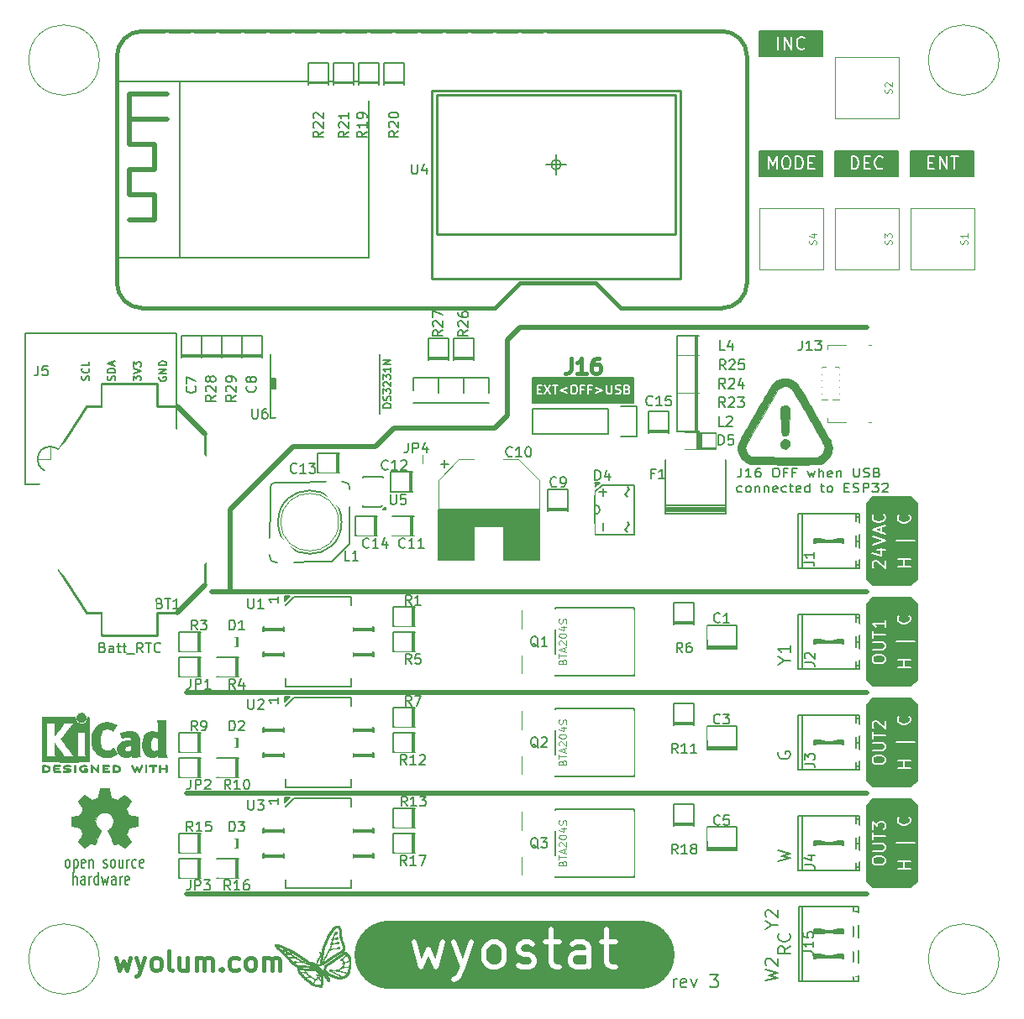
<source format=gto>
G04 #@! TF.GenerationSoftware,KiCad,Pcbnew,5.0.0-rc2-unknown-6d77e59~65~ubuntu16.04.1*
G04 #@! TF.CreationDate,2018-06-12T00:49:00+05:30*
G04 #@! TF.ProjectId,wyostat,77796F737461742E6B696361645F7063,rev 3*
G04 #@! TF.SameCoordinates,Original*
G04 #@! TF.FileFunction,Legend,Top*
G04 #@! TF.FilePolarity,Positive*
%FSLAX46Y46*%
G04 Gerber Fmt 4.6, Leading zero omitted, Abs format (unit mm)*
G04 Created by KiCad (PCBNEW 5.0.0-rc2-unknown-6d77e59~65~ubuntu16.04.1) date Tue Jun 12 00:49:00 2018*
%MOMM*%
%LPD*%
G01*
G04 APERTURE LIST*
%ADD10C,0.203200*%
%ADD11C,0.508000*%
%ADD12C,0.150000*%
%ADD13C,0.200000*%
%ADD14C,6.858000*%
%ADD15C,0.381000*%
%ADD16C,0.152400*%
%ADD17C,0.127000*%
%ADD18C,0.076200*%
%ADD19C,0.254000*%
%ADD20C,0.050000*%
%ADD21C,0.120000*%
%ADD22C,0.002540*%
%ADD23C,0.010000*%
%ADD24C,0.100000*%
%ADD25C,0.080000*%
%ADD26C,0.177800*%
%ADD27R,2.127200X2.432000*%
%ADD28O,2.127200X2.432000*%
%ADD29C,2.940000*%
%ADD30C,2.178000*%
%ADD31R,1.950000X1.750000*%
%ADD32C,1.500000*%
%ADD33O,2.600000X2.200000*%
%ADD34R,2.600000X2.200000*%
%ADD35R,1.750000X1.950000*%
%ADD36R,1.400000X1.400000*%
%ADD37R,1.920000X2.180000*%
%ADD38R,5.480000X3.194000*%
%ADD39C,18.796000*%
%ADD40R,2.900000X1.400000*%
%ADD41R,3.448000X2.051000*%
%ADD42R,6.496000X6.496000*%
%ADD43R,1.950000X1.250000*%
%ADD44R,0.999440X2.398980*%
%ADD45R,1.200000X2.480000*%
%ADD46R,1.100000X0.700000*%
%ADD47R,2.300000X1.600000*%
%ADD48O,2.300000X1.600000*%
%ADD49R,2.300000X1.900000*%
%ADD50C,1.850000*%
%ADD51R,1.750000X0.800000*%
%ADD52R,1.200000X1.200000*%
%ADD53R,6.000000X2.700000*%
%ADD54C,2.050000*%
%ADD55R,1.000000X1.100000*%
%ADD56C,1.200000*%
%ADD57C,6.800000*%
%ADD58R,2.900000X4.400000*%
%ADD59R,1.800000X2.500000*%
G04 APERTURE END LIST*
D10*
X97360619Y-129479523D02*
X97360619Y-128632857D01*
X97360619Y-128874761D02*
X97421095Y-128753809D01*
X97481571Y-128693333D01*
X97602523Y-128632857D01*
X97723476Y-128632857D01*
X98630619Y-129419047D02*
X98509666Y-129479523D01*
X98267761Y-129479523D01*
X98146809Y-129419047D01*
X98086333Y-129298095D01*
X98086333Y-128814285D01*
X98146809Y-128693333D01*
X98267761Y-128632857D01*
X98509666Y-128632857D01*
X98630619Y-128693333D01*
X98691095Y-128814285D01*
X98691095Y-128935238D01*
X98086333Y-129056190D01*
X99114428Y-128632857D02*
X99416809Y-129479523D01*
X99719190Y-128632857D01*
X101049666Y-128209523D02*
X101835857Y-128209523D01*
X101412523Y-128693333D01*
X101593952Y-128693333D01*
X101714904Y-128753809D01*
X101775380Y-128814285D01*
X101835857Y-128935238D01*
X101835857Y-129237619D01*
X101775380Y-129358571D01*
X101714904Y-129419047D01*
X101593952Y-129479523D01*
X101231095Y-129479523D01*
X101110142Y-129419047D01*
X101049666Y-129358571D01*
X108554761Y-96489761D02*
X109159523Y-96489761D01*
X107889523Y-96913095D02*
X108554761Y-96489761D01*
X107889523Y-96066428D01*
X109159523Y-94977857D02*
X109159523Y-95703571D01*
X109159523Y-95340714D02*
X107889523Y-95340714D01*
X108070952Y-95461666D01*
X108191904Y-95582619D01*
X108252380Y-95703571D01*
X107950000Y-105712380D02*
X107889523Y-105833333D01*
X107889523Y-106014761D01*
X107950000Y-106196190D01*
X108070952Y-106317142D01*
X108191904Y-106377619D01*
X108433809Y-106438095D01*
X108615238Y-106438095D01*
X108857142Y-106377619D01*
X108978095Y-106317142D01*
X109099047Y-106196190D01*
X109159523Y-106014761D01*
X109159523Y-105893809D01*
X109099047Y-105712380D01*
X109038571Y-105651904D01*
X108615238Y-105651904D01*
X108615238Y-105893809D01*
X107889523Y-116749285D02*
X109159523Y-116446904D01*
X108252380Y-116205000D01*
X109159523Y-115963095D01*
X107889523Y-115660714D01*
X106619523Y-128784047D02*
X107889523Y-128481666D01*
X106982380Y-128239761D01*
X107889523Y-127997857D01*
X106619523Y-127695476D01*
X106740476Y-127272142D02*
X106680000Y-127211666D01*
X106619523Y-127090714D01*
X106619523Y-126788333D01*
X106680000Y-126667380D01*
X106740476Y-126606904D01*
X106861428Y-126546428D01*
X106982380Y-126546428D01*
X107163809Y-126606904D01*
X107889523Y-127332619D01*
X107889523Y-126546428D01*
X109159523Y-125336904D02*
X108554761Y-125760238D01*
X109159523Y-126062619D02*
X107889523Y-126062619D01*
X107889523Y-125578809D01*
X107950000Y-125457857D01*
X108010476Y-125397380D01*
X108131428Y-125336904D01*
X108312857Y-125336904D01*
X108433809Y-125397380D01*
X108494285Y-125457857D01*
X108554761Y-125578809D01*
X108554761Y-126062619D01*
X109038571Y-124066904D02*
X109099047Y-124127380D01*
X109159523Y-124308809D01*
X109159523Y-124429761D01*
X109099047Y-124611190D01*
X108978095Y-124732142D01*
X108857142Y-124792619D01*
X108615238Y-124853095D01*
X108433809Y-124853095D01*
X108191904Y-124792619D01*
X108070952Y-124732142D01*
X107950000Y-124611190D01*
X107889523Y-124429761D01*
X107889523Y-124308809D01*
X107950000Y-124127380D01*
X108010476Y-124066904D01*
X107284761Y-123159761D02*
X107889523Y-123159761D01*
X106619523Y-123583095D02*
X107284761Y-123159761D01*
X106619523Y-122736428D01*
X106740476Y-122373571D02*
X106680000Y-122313095D01*
X106619523Y-122192142D01*
X106619523Y-121889761D01*
X106680000Y-121768809D01*
X106740476Y-121708333D01*
X106861428Y-121647857D01*
X106982380Y-121647857D01*
X107163809Y-121708333D01*
X107889523Y-122434047D01*
X107889523Y-121647857D01*
X104194428Y-77103816D02*
X104194428Y-77738816D01*
X104146047Y-77865816D01*
X104049285Y-77950483D01*
X103904142Y-77992816D01*
X103807380Y-77992816D01*
X105210428Y-77992816D02*
X104629857Y-77992816D01*
X104920142Y-77992816D02*
X104920142Y-77103816D01*
X104823380Y-77230816D01*
X104726619Y-77315483D01*
X104629857Y-77357816D01*
X106081285Y-77103816D02*
X105887761Y-77103816D01*
X105791000Y-77146150D01*
X105742619Y-77188483D01*
X105645857Y-77315483D01*
X105597476Y-77484816D01*
X105597476Y-77823483D01*
X105645857Y-77908150D01*
X105694238Y-77950483D01*
X105791000Y-77992816D01*
X105984523Y-77992816D01*
X106081285Y-77950483D01*
X106129666Y-77908150D01*
X106178047Y-77823483D01*
X106178047Y-77611816D01*
X106129666Y-77527150D01*
X106081285Y-77484816D01*
X105984523Y-77442483D01*
X105791000Y-77442483D01*
X105694238Y-77484816D01*
X105645857Y-77527150D01*
X105597476Y-77611816D01*
X107581095Y-77103816D02*
X107774619Y-77103816D01*
X107871380Y-77146150D01*
X107968142Y-77230816D01*
X108016523Y-77400150D01*
X108016523Y-77696483D01*
X107968142Y-77865816D01*
X107871380Y-77950483D01*
X107774619Y-77992816D01*
X107581095Y-77992816D01*
X107484333Y-77950483D01*
X107387571Y-77865816D01*
X107339190Y-77696483D01*
X107339190Y-77400150D01*
X107387571Y-77230816D01*
X107484333Y-77146150D01*
X107581095Y-77103816D01*
X108790619Y-77527150D02*
X108451952Y-77527150D01*
X108451952Y-77992816D02*
X108451952Y-77103816D01*
X108935761Y-77103816D01*
X109661476Y-77527150D02*
X109322809Y-77527150D01*
X109322809Y-77992816D02*
X109322809Y-77103816D01*
X109806619Y-77103816D01*
X110871000Y-77400150D02*
X111064523Y-77992816D01*
X111258047Y-77569483D01*
X111451571Y-77992816D01*
X111645095Y-77400150D01*
X112032142Y-77992816D02*
X112032142Y-77103816D01*
X112467571Y-77992816D02*
X112467571Y-77527150D01*
X112419190Y-77442483D01*
X112322428Y-77400150D01*
X112177285Y-77400150D01*
X112080523Y-77442483D01*
X112032142Y-77484816D01*
X113338428Y-77950483D02*
X113241666Y-77992816D01*
X113048142Y-77992816D01*
X112951380Y-77950483D01*
X112903000Y-77865816D01*
X112903000Y-77527150D01*
X112951380Y-77442483D01*
X113048142Y-77400150D01*
X113241666Y-77400150D01*
X113338428Y-77442483D01*
X113386809Y-77527150D01*
X113386809Y-77611816D01*
X112903000Y-77696483D01*
X113822238Y-77400150D02*
X113822238Y-77992816D01*
X113822238Y-77484816D02*
X113870619Y-77442483D01*
X113967380Y-77400150D01*
X114112523Y-77400150D01*
X114209285Y-77442483D01*
X114257666Y-77527150D01*
X114257666Y-77992816D01*
X115515571Y-77103816D02*
X115515571Y-77823483D01*
X115563952Y-77908150D01*
X115612333Y-77950483D01*
X115709095Y-77992816D01*
X115902619Y-77992816D01*
X115999380Y-77950483D01*
X116047761Y-77908150D01*
X116096142Y-77823483D01*
X116096142Y-77103816D01*
X116531571Y-77950483D02*
X116676714Y-77992816D01*
X116918619Y-77992816D01*
X117015380Y-77950483D01*
X117063761Y-77908150D01*
X117112142Y-77823483D01*
X117112142Y-77738816D01*
X117063761Y-77654150D01*
X117015380Y-77611816D01*
X116918619Y-77569483D01*
X116725095Y-77527150D01*
X116628333Y-77484816D01*
X116579952Y-77442483D01*
X116531571Y-77357816D01*
X116531571Y-77273150D01*
X116579952Y-77188483D01*
X116628333Y-77146150D01*
X116725095Y-77103816D01*
X116967000Y-77103816D01*
X117112142Y-77146150D01*
X117886238Y-77527150D02*
X118031380Y-77569483D01*
X118079761Y-77611816D01*
X118128142Y-77696483D01*
X118128142Y-77823483D01*
X118079761Y-77908150D01*
X118031380Y-77950483D01*
X117934619Y-77992816D01*
X117547571Y-77992816D01*
X117547571Y-77103816D01*
X117886238Y-77103816D01*
X117983000Y-77146150D01*
X118031380Y-77188483D01*
X118079761Y-77273150D01*
X118079761Y-77357816D01*
X118031380Y-77442483D01*
X117983000Y-77484816D01*
X117886238Y-77527150D01*
X117547571Y-77527150D01*
X104242809Y-79487183D02*
X104146047Y-79529516D01*
X103952523Y-79529516D01*
X103855761Y-79487183D01*
X103807380Y-79444850D01*
X103759000Y-79360183D01*
X103759000Y-79106183D01*
X103807380Y-79021516D01*
X103855761Y-78979183D01*
X103952523Y-78936850D01*
X104146047Y-78936850D01*
X104242809Y-78979183D01*
X104823380Y-79529516D02*
X104726619Y-79487183D01*
X104678238Y-79444850D01*
X104629857Y-79360183D01*
X104629857Y-79106183D01*
X104678238Y-79021516D01*
X104726619Y-78979183D01*
X104823380Y-78936850D01*
X104968523Y-78936850D01*
X105065285Y-78979183D01*
X105113666Y-79021516D01*
X105162047Y-79106183D01*
X105162047Y-79360183D01*
X105113666Y-79444850D01*
X105065285Y-79487183D01*
X104968523Y-79529516D01*
X104823380Y-79529516D01*
X105597476Y-78936850D02*
X105597476Y-79529516D01*
X105597476Y-79021516D02*
X105645857Y-78979183D01*
X105742619Y-78936850D01*
X105887761Y-78936850D01*
X105984523Y-78979183D01*
X106032904Y-79063850D01*
X106032904Y-79529516D01*
X106516714Y-78936850D02*
X106516714Y-79529516D01*
X106516714Y-79021516D02*
X106565095Y-78979183D01*
X106661857Y-78936850D01*
X106807000Y-78936850D01*
X106903761Y-78979183D01*
X106952142Y-79063850D01*
X106952142Y-79529516D01*
X107823000Y-79487183D02*
X107726238Y-79529516D01*
X107532714Y-79529516D01*
X107435952Y-79487183D01*
X107387571Y-79402516D01*
X107387571Y-79063850D01*
X107435952Y-78979183D01*
X107532714Y-78936850D01*
X107726238Y-78936850D01*
X107823000Y-78979183D01*
X107871380Y-79063850D01*
X107871380Y-79148516D01*
X107387571Y-79233183D01*
X108742238Y-79487183D02*
X108645476Y-79529516D01*
X108451952Y-79529516D01*
X108355190Y-79487183D01*
X108306809Y-79444850D01*
X108258428Y-79360183D01*
X108258428Y-79106183D01*
X108306809Y-79021516D01*
X108355190Y-78979183D01*
X108451952Y-78936850D01*
X108645476Y-78936850D01*
X108742238Y-78979183D01*
X109032523Y-78936850D02*
X109419571Y-78936850D01*
X109177666Y-78640516D02*
X109177666Y-79402516D01*
X109226047Y-79487183D01*
X109322809Y-79529516D01*
X109419571Y-79529516D01*
X110145285Y-79487183D02*
X110048523Y-79529516D01*
X109855000Y-79529516D01*
X109758238Y-79487183D01*
X109709857Y-79402516D01*
X109709857Y-79063850D01*
X109758238Y-78979183D01*
X109855000Y-78936850D01*
X110048523Y-78936850D01*
X110145285Y-78979183D01*
X110193666Y-79063850D01*
X110193666Y-79148516D01*
X109709857Y-79233183D01*
X111064523Y-79529516D02*
X111064523Y-78640516D01*
X111064523Y-79487183D02*
X110967761Y-79529516D01*
X110774238Y-79529516D01*
X110677476Y-79487183D01*
X110629095Y-79444850D01*
X110580714Y-79360183D01*
X110580714Y-79106183D01*
X110629095Y-79021516D01*
X110677476Y-78979183D01*
X110774238Y-78936850D01*
X110967761Y-78936850D01*
X111064523Y-78979183D01*
X112177285Y-78936850D02*
X112564333Y-78936850D01*
X112322428Y-78640516D02*
X112322428Y-79402516D01*
X112370809Y-79487183D01*
X112467571Y-79529516D01*
X112564333Y-79529516D01*
X113048142Y-79529516D02*
X112951380Y-79487183D01*
X112903000Y-79444850D01*
X112854619Y-79360183D01*
X112854619Y-79106183D01*
X112903000Y-79021516D01*
X112951380Y-78979183D01*
X113048142Y-78936850D01*
X113193285Y-78936850D01*
X113290047Y-78979183D01*
X113338428Y-79021516D01*
X113386809Y-79106183D01*
X113386809Y-79360183D01*
X113338428Y-79444850D01*
X113290047Y-79487183D01*
X113193285Y-79529516D01*
X113048142Y-79529516D01*
X114596333Y-79063850D02*
X114935000Y-79063850D01*
X115080142Y-79529516D02*
X114596333Y-79529516D01*
X114596333Y-78640516D01*
X115080142Y-78640516D01*
X115467190Y-79487183D02*
X115612333Y-79529516D01*
X115854238Y-79529516D01*
X115951000Y-79487183D01*
X115999380Y-79444850D01*
X116047761Y-79360183D01*
X116047761Y-79275516D01*
X115999380Y-79190850D01*
X115951000Y-79148516D01*
X115854238Y-79106183D01*
X115660714Y-79063850D01*
X115563952Y-79021516D01*
X115515571Y-78979183D01*
X115467190Y-78894516D01*
X115467190Y-78809850D01*
X115515571Y-78725183D01*
X115563952Y-78682850D01*
X115660714Y-78640516D01*
X115902619Y-78640516D01*
X116047761Y-78682850D01*
X116483190Y-79529516D02*
X116483190Y-78640516D01*
X116870238Y-78640516D01*
X116967000Y-78682850D01*
X117015380Y-78725183D01*
X117063761Y-78809850D01*
X117063761Y-78936850D01*
X117015380Y-79021516D01*
X116967000Y-79063850D01*
X116870238Y-79106183D01*
X116483190Y-79106183D01*
X117402428Y-78640516D02*
X118031380Y-78640516D01*
X117692714Y-78979183D01*
X117837857Y-78979183D01*
X117934619Y-79021516D01*
X117983000Y-79063850D01*
X118031380Y-79148516D01*
X118031380Y-79360183D01*
X117983000Y-79444850D01*
X117934619Y-79487183D01*
X117837857Y-79529516D01*
X117547571Y-79529516D01*
X117450809Y-79487183D01*
X117402428Y-79444850D01*
X118418428Y-78725183D02*
X118466809Y-78682850D01*
X118563571Y-78640516D01*
X118805476Y-78640516D01*
X118902238Y-78682850D01*
X118950619Y-78725183D01*
X118999000Y-78809850D01*
X118999000Y-78894516D01*
X118950619Y-79021516D01*
X118370047Y-79529516D01*
X118999000Y-79529516D01*
D11*
X52705000Y-81280000D02*
X52705000Y-89535000D01*
X59055000Y-74930000D02*
X52705000Y-81280000D01*
X67310000Y-74930000D02*
X59055000Y-74930000D01*
X69215000Y-73025000D02*
X67310000Y-74930000D01*
X79375000Y-73025000D02*
X69215000Y-73025000D01*
X80645000Y-71755000D02*
X79375000Y-73025000D01*
X80645000Y-64135000D02*
X80645000Y-71755000D01*
X81915000Y-62865000D02*
X80645000Y-64135000D01*
X116840000Y-62865000D02*
X81915000Y-62865000D01*
X116840000Y-89535000D02*
X50800000Y-89535000D01*
X116840000Y-99695000D02*
X48260000Y-99695000D01*
X116840000Y-120015000D02*
X48260000Y-120015000D01*
X116840000Y-109855000D02*
X48260000Y-109855000D01*
D12*
G36*
X116840000Y-114935000D02*
X116840000Y-111125000D01*
X117475000Y-110490000D01*
X121285000Y-110490000D01*
X121920000Y-111125000D01*
X121920000Y-118745000D01*
X121285000Y-119380000D01*
X117475000Y-119380000D01*
X116840000Y-118745000D01*
X116840000Y-114935000D01*
G37*
X116840000Y-114935000D02*
X116840000Y-111125000D01*
X117475000Y-110490000D01*
X121285000Y-110490000D01*
X121920000Y-111125000D01*
X121920000Y-118745000D01*
X121285000Y-119380000D01*
X117475000Y-119380000D01*
X116840000Y-118745000D01*
X116840000Y-114935000D01*
G36*
X116840000Y-104775000D02*
X116840000Y-100965000D01*
X117475000Y-100330000D01*
X121285000Y-100330000D01*
X121920000Y-100965000D01*
X121920000Y-108585000D01*
X121285000Y-109220000D01*
X117475000Y-109220000D01*
X116840000Y-108585000D01*
X116840000Y-104775000D01*
G37*
X116840000Y-104775000D02*
X116840000Y-100965000D01*
X117475000Y-100330000D01*
X121285000Y-100330000D01*
X121920000Y-100965000D01*
X121920000Y-108585000D01*
X121285000Y-109220000D01*
X117475000Y-109220000D01*
X116840000Y-108585000D01*
X116840000Y-104775000D01*
G36*
X116840000Y-94615000D02*
X116840000Y-90805000D01*
X117475000Y-90170000D01*
X121285000Y-90170000D01*
X121920000Y-90805000D01*
X121920000Y-98425000D01*
X121285000Y-99060000D01*
X117475000Y-99060000D01*
X116840000Y-98425000D01*
X116840000Y-94615000D01*
G37*
X116840000Y-94615000D02*
X116840000Y-90805000D01*
X117475000Y-90170000D01*
X121285000Y-90170000D01*
X121920000Y-90805000D01*
X121920000Y-98425000D01*
X121285000Y-99060000D01*
X117475000Y-99060000D01*
X116840000Y-98425000D01*
X116840000Y-94615000D01*
G36*
X116840000Y-84455000D02*
X116840000Y-80645000D01*
X117475000Y-80010000D01*
X121285000Y-80010000D01*
X121920000Y-80645000D01*
X121920000Y-88265000D01*
X121285000Y-88900000D01*
X117475000Y-88900000D01*
X116840000Y-88265000D01*
X116840000Y-84455000D01*
G37*
X116840000Y-84455000D02*
X116840000Y-80645000D01*
X117475000Y-80010000D01*
X121285000Y-80010000D01*
X121920000Y-80645000D01*
X121920000Y-88265000D01*
X121285000Y-88900000D01*
X117475000Y-88900000D01*
X116840000Y-88265000D01*
X116840000Y-84455000D01*
G36*
X83185000Y-67945000D02*
X93345000Y-67945000D01*
X93345000Y-70485000D01*
X83185000Y-70485000D01*
X83185000Y-67945000D01*
G37*
X83185000Y-67945000D02*
X93345000Y-67945000D01*
X93345000Y-70485000D01*
X83185000Y-70485000D01*
X83185000Y-67945000D01*
G36*
X121285000Y-45085000D02*
X127635000Y-45085000D01*
X127635000Y-47625000D01*
X121285000Y-47625000D01*
X121285000Y-45085000D01*
G37*
X121285000Y-45085000D02*
X127635000Y-45085000D01*
X127635000Y-47625000D01*
X121285000Y-47625000D01*
X121285000Y-45085000D01*
G36*
X113665000Y-45085000D02*
X120015000Y-45085000D01*
X120015000Y-47625000D01*
X113665000Y-47625000D01*
X113665000Y-45085000D01*
G37*
X113665000Y-45085000D02*
X120015000Y-45085000D01*
X120015000Y-47625000D01*
X113665000Y-47625000D01*
X113665000Y-45085000D01*
G36*
X106045000Y-45085000D02*
X112395000Y-45085000D01*
X112395000Y-47625000D01*
X106045000Y-47625000D01*
X106045000Y-45085000D01*
G37*
X106045000Y-45085000D02*
X112395000Y-45085000D01*
X112395000Y-47625000D01*
X106045000Y-47625000D01*
X106045000Y-45085000D01*
G36*
X106045000Y-33020000D02*
X112395000Y-33020000D01*
X112395000Y-35560000D01*
X106045000Y-35560000D01*
X106045000Y-33020000D01*
G37*
X106045000Y-33020000D02*
X112395000Y-33020000D01*
X112395000Y-35560000D01*
X106045000Y-35560000D01*
X106045000Y-33020000D01*
D13*
X93980000Y-126365000D02*
X93980000Y-126365000D01*
D14*
X68580000Y-126111000D02*
X93980000Y-126111000D01*
D10*
X36880800Y-119116323D02*
X36880800Y-117846323D01*
X37261800Y-119116323D02*
X37261800Y-118451085D01*
X37219466Y-118330133D01*
X37134800Y-118269657D01*
X37007800Y-118269657D01*
X36923133Y-118330133D01*
X36880800Y-118390609D01*
X38066133Y-119116323D02*
X38066133Y-118451085D01*
X38023800Y-118330133D01*
X37939133Y-118269657D01*
X37769800Y-118269657D01*
X37685133Y-118330133D01*
X38066133Y-119055847D02*
X37981466Y-119116323D01*
X37769800Y-119116323D01*
X37685133Y-119055847D01*
X37642800Y-118934895D01*
X37642800Y-118813942D01*
X37685133Y-118692990D01*
X37769800Y-118632514D01*
X37981466Y-118632514D01*
X38066133Y-118572038D01*
X38489466Y-119116323D02*
X38489466Y-118269657D01*
X38489466Y-118511561D02*
X38531800Y-118390609D01*
X38574133Y-118330133D01*
X38658800Y-118269657D01*
X38743466Y-118269657D01*
X39420800Y-119116323D02*
X39420800Y-117846323D01*
X39420800Y-119055847D02*
X39336133Y-119116323D01*
X39166800Y-119116323D01*
X39082133Y-119055847D01*
X39039800Y-118995371D01*
X38997466Y-118874419D01*
X38997466Y-118511561D01*
X39039800Y-118390609D01*
X39082133Y-118330133D01*
X39166800Y-118269657D01*
X39336133Y-118269657D01*
X39420800Y-118330133D01*
X39759466Y-118269657D02*
X39928800Y-119116323D01*
X40098133Y-118511561D01*
X40267466Y-119116323D01*
X40436800Y-118269657D01*
X41156466Y-119116323D02*
X41156466Y-118451085D01*
X41114133Y-118330133D01*
X41029466Y-118269657D01*
X40860133Y-118269657D01*
X40775466Y-118330133D01*
X41156466Y-119055847D02*
X41071800Y-119116323D01*
X40860133Y-119116323D01*
X40775466Y-119055847D01*
X40733133Y-118934895D01*
X40733133Y-118813942D01*
X40775466Y-118692990D01*
X40860133Y-118632514D01*
X41071800Y-118632514D01*
X41156466Y-118572038D01*
X41579800Y-119116323D02*
X41579800Y-118269657D01*
X41579800Y-118511561D02*
X41622133Y-118390609D01*
X41664466Y-118330133D01*
X41749133Y-118269657D01*
X41833800Y-118269657D01*
X42468800Y-119055847D02*
X42384133Y-119116323D01*
X42214800Y-119116323D01*
X42130133Y-119055847D01*
X42087800Y-118934895D01*
X42087800Y-118451085D01*
X42130133Y-118330133D01*
X42214800Y-118269657D01*
X42384133Y-118269657D01*
X42468800Y-118330133D01*
X42511133Y-118451085D01*
X42511133Y-118572038D01*
X42087800Y-118692990D01*
X36216166Y-117414523D02*
X36131500Y-117354047D01*
X36089166Y-117293571D01*
X36046833Y-117172619D01*
X36046833Y-116809761D01*
X36089166Y-116688809D01*
X36131500Y-116628333D01*
X36216166Y-116567857D01*
X36343166Y-116567857D01*
X36427833Y-116628333D01*
X36470166Y-116688809D01*
X36512500Y-116809761D01*
X36512500Y-117172619D01*
X36470166Y-117293571D01*
X36427833Y-117354047D01*
X36343166Y-117414523D01*
X36216166Y-117414523D01*
X36893500Y-116567857D02*
X36893500Y-117837857D01*
X36893500Y-116628333D02*
X36978166Y-116567857D01*
X37147500Y-116567857D01*
X37232166Y-116628333D01*
X37274500Y-116688809D01*
X37316833Y-116809761D01*
X37316833Y-117172619D01*
X37274500Y-117293571D01*
X37232166Y-117354047D01*
X37147500Y-117414523D01*
X36978166Y-117414523D01*
X36893500Y-117354047D01*
X38036500Y-117354047D02*
X37951833Y-117414523D01*
X37782500Y-117414523D01*
X37697833Y-117354047D01*
X37655500Y-117233095D01*
X37655500Y-116749285D01*
X37697833Y-116628333D01*
X37782500Y-116567857D01*
X37951833Y-116567857D01*
X38036500Y-116628333D01*
X38078833Y-116749285D01*
X38078833Y-116870238D01*
X37655500Y-116991190D01*
X38459833Y-116567857D02*
X38459833Y-117414523D01*
X38459833Y-116688809D02*
X38502166Y-116628333D01*
X38586833Y-116567857D01*
X38713833Y-116567857D01*
X38798500Y-116628333D01*
X38840833Y-116749285D01*
X38840833Y-117414523D01*
X39899166Y-117354047D02*
X39983833Y-117414523D01*
X40153166Y-117414523D01*
X40237833Y-117354047D01*
X40280166Y-117233095D01*
X40280166Y-117172619D01*
X40237833Y-117051666D01*
X40153166Y-116991190D01*
X40026166Y-116991190D01*
X39941500Y-116930714D01*
X39899166Y-116809761D01*
X39899166Y-116749285D01*
X39941500Y-116628333D01*
X40026166Y-116567857D01*
X40153166Y-116567857D01*
X40237833Y-116628333D01*
X40788166Y-117414523D02*
X40703500Y-117354047D01*
X40661166Y-117293571D01*
X40618833Y-117172619D01*
X40618833Y-116809761D01*
X40661166Y-116688809D01*
X40703500Y-116628333D01*
X40788166Y-116567857D01*
X40915166Y-116567857D01*
X40999833Y-116628333D01*
X41042166Y-116688809D01*
X41084500Y-116809761D01*
X41084500Y-117172619D01*
X41042166Y-117293571D01*
X40999833Y-117354047D01*
X40915166Y-117414523D01*
X40788166Y-117414523D01*
X41846500Y-116567857D02*
X41846500Y-117414523D01*
X41465500Y-116567857D02*
X41465500Y-117233095D01*
X41507833Y-117354047D01*
X41592500Y-117414523D01*
X41719500Y-117414523D01*
X41804166Y-117354047D01*
X41846500Y-117293571D01*
X42269833Y-117414523D02*
X42269833Y-116567857D01*
X42269833Y-116809761D02*
X42312166Y-116688809D01*
X42354500Y-116628333D01*
X42439166Y-116567857D01*
X42523833Y-116567857D01*
X43201166Y-117354047D02*
X43116500Y-117414523D01*
X42947166Y-117414523D01*
X42862500Y-117354047D01*
X42820166Y-117293571D01*
X42777833Y-117172619D01*
X42777833Y-116809761D01*
X42820166Y-116688809D01*
X42862500Y-116628333D01*
X42947166Y-116567857D01*
X43116500Y-116567857D01*
X43201166Y-116628333D01*
X43920833Y-117354047D02*
X43836166Y-117414523D01*
X43666833Y-117414523D01*
X43582166Y-117354047D01*
X43539833Y-117233095D01*
X43539833Y-116749285D01*
X43582166Y-116628333D01*
X43666833Y-116567857D01*
X43836166Y-116567857D01*
X43920833Y-116628333D01*
X43963166Y-116749285D01*
X43963166Y-116870238D01*
X43539833Y-116991190D01*
D15*
X41184285Y-126464785D02*
X41547142Y-127734785D01*
X41910000Y-126827642D01*
X42272857Y-127734785D01*
X42635714Y-126464785D01*
X43180000Y-126464785D02*
X43633571Y-127734785D01*
X44087142Y-126464785D02*
X43633571Y-127734785D01*
X43452142Y-128188357D01*
X43361428Y-128279071D01*
X43180000Y-128369785D01*
X45085000Y-127734785D02*
X44903571Y-127644071D01*
X44812857Y-127553357D01*
X44722142Y-127371928D01*
X44722142Y-126827642D01*
X44812857Y-126646214D01*
X44903571Y-126555500D01*
X45085000Y-126464785D01*
X45357142Y-126464785D01*
X45538571Y-126555500D01*
X45629285Y-126646214D01*
X45720000Y-126827642D01*
X45720000Y-127371928D01*
X45629285Y-127553357D01*
X45538571Y-127644071D01*
X45357142Y-127734785D01*
X45085000Y-127734785D01*
X46808571Y-127734785D02*
X46627142Y-127644071D01*
X46536428Y-127462642D01*
X46536428Y-125829785D01*
X48350714Y-126464785D02*
X48350714Y-127734785D01*
X47534285Y-126464785D02*
X47534285Y-127462642D01*
X47625000Y-127644071D01*
X47806428Y-127734785D01*
X48078571Y-127734785D01*
X48260000Y-127644071D01*
X48350714Y-127553357D01*
X49257857Y-127734785D02*
X49257857Y-126464785D01*
X49257857Y-126646214D02*
X49348571Y-126555500D01*
X49530000Y-126464785D01*
X49802142Y-126464785D01*
X49983571Y-126555500D01*
X50074285Y-126736928D01*
X50074285Y-127734785D01*
X50074285Y-126736928D02*
X50165000Y-126555500D01*
X50346428Y-126464785D01*
X50618571Y-126464785D01*
X50800000Y-126555500D01*
X50890714Y-126736928D01*
X50890714Y-127734785D01*
X51797857Y-127553357D02*
X51888571Y-127644071D01*
X51797857Y-127734785D01*
X51707142Y-127644071D01*
X51797857Y-127553357D01*
X51797857Y-127734785D01*
X53521428Y-127644071D02*
X53340000Y-127734785D01*
X52977142Y-127734785D01*
X52795714Y-127644071D01*
X52705000Y-127553357D01*
X52614285Y-127371928D01*
X52614285Y-126827642D01*
X52705000Y-126646214D01*
X52795714Y-126555500D01*
X52977142Y-126464785D01*
X53340000Y-126464785D01*
X53521428Y-126555500D01*
X54610000Y-127734785D02*
X54428571Y-127644071D01*
X54337857Y-127553357D01*
X54247142Y-127371928D01*
X54247142Y-126827642D01*
X54337857Y-126646214D01*
X54428571Y-126555500D01*
X54610000Y-126464785D01*
X54882142Y-126464785D01*
X55063571Y-126555500D01*
X55154285Y-126646214D01*
X55245000Y-126827642D01*
X55245000Y-127371928D01*
X55154285Y-127553357D01*
X55063571Y-127644071D01*
X54882142Y-127734785D01*
X54610000Y-127734785D01*
X56061428Y-127734785D02*
X56061428Y-126464785D01*
X56061428Y-126646214D02*
X56152142Y-126555500D01*
X56333571Y-126464785D01*
X56605714Y-126464785D01*
X56787142Y-126555500D01*
X56877857Y-126736928D01*
X56877857Y-127734785D01*
X56877857Y-126736928D02*
X56968571Y-126555500D01*
X57150000Y-126464785D01*
X57422142Y-126464785D01*
X57603571Y-126555500D01*
X57694285Y-126736928D01*
X57694285Y-127734785D01*
D16*
X38459228Y-68217142D02*
X38495514Y-68108285D01*
X38495514Y-67926857D01*
X38459228Y-67854285D01*
X38422942Y-67818000D01*
X38350371Y-67781714D01*
X38277800Y-67781714D01*
X38205228Y-67818000D01*
X38168942Y-67854285D01*
X38132657Y-67926857D01*
X38096371Y-68072000D01*
X38060085Y-68144571D01*
X38023800Y-68180857D01*
X37951228Y-68217142D01*
X37878657Y-68217142D01*
X37806085Y-68180857D01*
X37769800Y-68144571D01*
X37733514Y-68072000D01*
X37733514Y-67890571D01*
X37769800Y-67781714D01*
X38422942Y-67019714D02*
X38459228Y-67056000D01*
X38495514Y-67164857D01*
X38495514Y-67237428D01*
X38459228Y-67346285D01*
X38386657Y-67418857D01*
X38314085Y-67455142D01*
X38168942Y-67491428D01*
X38060085Y-67491428D01*
X37914942Y-67455142D01*
X37842371Y-67418857D01*
X37769800Y-67346285D01*
X37733514Y-67237428D01*
X37733514Y-67164857D01*
X37769800Y-67056000D01*
X37806085Y-67019714D01*
X38495514Y-66330285D02*
X38495514Y-66693142D01*
X37733514Y-66693142D01*
X41050028Y-68235285D02*
X41086314Y-68126428D01*
X41086314Y-67945000D01*
X41050028Y-67872428D01*
X41013742Y-67836142D01*
X40941171Y-67799857D01*
X40868600Y-67799857D01*
X40796028Y-67836142D01*
X40759742Y-67872428D01*
X40723457Y-67945000D01*
X40687171Y-68090142D01*
X40650885Y-68162714D01*
X40614600Y-68199000D01*
X40542028Y-68235285D01*
X40469457Y-68235285D01*
X40396885Y-68199000D01*
X40360600Y-68162714D01*
X40324314Y-68090142D01*
X40324314Y-67908714D01*
X40360600Y-67799857D01*
X41086314Y-67473285D02*
X40324314Y-67473285D01*
X40324314Y-67291857D01*
X40360600Y-67183000D01*
X40433171Y-67110428D01*
X40505742Y-67074142D01*
X40650885Y-67037857D01*
X40759742Y-67037857D01*
X40904885Y-67074142D01*
X40977457Y-67110428D01*
X41050028Y-67183000D01*
X41086314Y-67291857D01*
X41086314Y-67473285D01*
X40868600Y-66747571D02*
X40868600Y-66384714D01*
X41086314Y-66820142D02*
X40324314Y-66566142D01*
X41086314Y-66312142D01*
X42915114Y-68253428D02*
X42915114Y-67781714D01*
X43205400Y-68035714D01*
X43205400Y-67926857D01*
X43241685Y-67854285D01*
X43277971Y-67818000D01*
X43350542Y-67781714D01*
X43531971Y-67781714D01*
X43604542Y-67818000D01*
X43640828Y-67854285D01*
X43677114Y-67926857D01*
X43677114Y-68144571D01*
X43640828Y-68217142D01*
X43604542Y-68253428D01*
X42915114Y-67564000D02*
X43677114Y-67310000D01*
X42915114Y-67056000D01*
X42915114Y-66874571D02*
X42915114Y-66402857D01*
X43205400Y-66656857D01*
X43205400Y-66548000D01*
X43241685Y-66475428D01*
X43277971Y-66439142D01*
X43350542Y-66402857D01*
X43531971Y-66402857D01*
X43604542Y-66439142D01*
X43640828Y-66475428D01*
X43677114Y-66548000D01*
X43677114Y-66765714D01*
X43640828Y-66838285D01*
X43604542Y-66874571D01*
X45542200Y-67890571D02*
X45505914Y-67963142D01*
X45505914Y-68072000D01*
X45542200Y-68180857D01*
X45614771Y-68253428D01*
X45687342Y-68289714D01*
X45832485Y-68326000D01*
X45941342Y-68326000D01*
X46086485Y-68289714D01*
X46159057Y-68253428D01*
X46231628Y-68180857D01*
X46267914Y-68072000D01*
X46267914Y-67999428D01*
X46231628Y-67890571D01*
X46195342Y-67854285D01*
X45941342Y-67854285D01*
X45941342Y-67999428D01*
X46267914Y-67527714D02*
X45505914Y-67527714D01*
X46267914Y-67092285D01*
X45505914Y-67092285D01*
X46267914Y-66729428D02*
X45505914Y-66729428D01*
X45505914Y-66548000D01*
X45542200Y-66439142D01*
X45614771Y-66366571D01*
X45687342Y-66330285D01*
X45832485Y-66294000D01*
X45941342Y-66294000D01*
X46086485Y-66330285D01*
X46159057Y-66366571D01*
X46231628Y-66439142D01*
X46267914Y-66548000D01*
X46267914Y-66729428D01*
D17*
G04 #@! TO.C,J5*
X47244000Y-63500000D02*
X32004000Y-63500000D01*
X32004000Y-63500000D02*
X32004000Y-78740000D01*
X32004000Y-78740000D02*
X47244000Y-78740000D01*
X47244000Y-78740000D02*
X47244000Y-63500000D01*
X45974000Y-76200000D02*
G75*
G03X45974000Y-76200000I-1270000J0D01*
G01*
X35814000Y-76200000D02*
G75*
G03X35814000Y-76200000I-1270000J0D01*
G01*
D18*
X44704000Y-77470000D02*
X44704000Y-74930000D01*
X45974000Y-76200000D02*
X43434000Y-76200000D01*
X35814000Y-76200000D02*
X33274000Y-76200000D01*
X34544000Y-77470000D02*
X34544000Y-74930000D01*
D12*
G04 #@! TO.C,U4*
X47625000Y-55880000D02*
X47625000Y-55880000D01*
X47625000Y-38100000D02*
X47625000Y-55880000D01*
D19*
X73025000Y-57990000D02*
X98025000Y-57990000D01*
D15*
X81915000Y-58420000D02*
X89535000Y-58420000D01*
X92075000Y-60960000D02*
X102235000Y-60960000D01*
X89535000Y-58420000D02*
X92075000Y-60960000D01*
X79375000Y-60960000D02*
X81915000Y-58420000D01*
D19*
X73525000Y-53490000D02*
X73525000Y-39490000D01*
X97525000Y-53490000D02*
X73525000Y-53490000D01*
X97525000Y-39490000D02*
X97525000Y-53490000D01*
X73525000Y-39490000D02*
X97525000Y-39490000D01*
X98025000Y-57990000D02*
X98025000Y-38990000D01*
X73025000Y-38990000D02*
X73025000Y-57990000D01*
X98025000Y-38990000D02*
X73025000Y-38990000D01*
D11*
X45085000Y-52070000D02*
X42545000Y-52070000D01*
X45085000Y-49530000D02*
X45085000Y-52070000D01*
X42545000Y-49530000D02*
X45085000Y-49530000D01*
X42545000Y-46990000D02*
X42545000Y-49530000D01*
X45085000Y-46990000D02*
X42545000Y-46990000D01*
X45085000Y-44450000D02*
X45085000Y-46990000D01*
X42545000Y-44450000D02*
X45085000Y-44450000D01*
X42545000Y-41910000D02*
X42545000Y-44450000D01*
X46355000Y-41910000D02*
X42545000Y-41910000D01*
X42545000Y-39370000D02*
X42545000Y-41910000D01*
X46355000Y-39370000D02*
X42545000Y-39370000D01*
D13*
X66675000Y-55880000D02*
X41275000Y-55880000D01*
X66675000Y-38100000D02*
X66675000Y-55880000D01*
X41275000Y-38100000D02*
X66675000Y-38100000D01*
D15*
X41275000Y-35560000D02*
G75*
G02X43815000Y-33020000I2540000J0D01*
G01*
X43815000Y-60960000D02*
G75*
G02X41275000Y-58420000I0J2540000D01*
G01*
X104775000Y-58420000D02*
G75*
G02X102235000Y-60960000I-2540000J0D01*
G01*
X102235000Y-33020000D02*
G75*
G02X104775000Y-35560000I0J-2540000D01*
G01*
D13*
X103505000Y-35560000D02*
G75*
G03X103505000Y-35560000I-1270000J0D01*
G01*
X103505000Y-58420000D02*
G75*
G03X103505000Y-58420000I-1270000J0D01*
G01*
X45085000Y-58420000D02*
G75*
G03X45085000Y-58420000I-1270000J0D01*
G01*
X45085000Y-35560000D02*
G75*
G03X45085000Y-35560000I-1270000J0D01*
G01*
D15*
X41275000Y-58420000D02*
X41275000Y-35560000D01*
X79375000Y-60960000D02*
X43815000Y-60960000D01*
X104775000Y-35560000D02*
X104775000Y-58420000D01*
X43815000Y-33020000D02*
X102235000Y-33020000D01*
D12*
X86025000Y-46490000D02*
G75*
G03X86025000Y-46490000I-500000J0D01*
G01*
X85525000Y-45490000D02*
X85525000Y-47490000D01*
X85525000Y-47490000D02*
X85525000Y-47490000D01*
X84525000Y-46490000D02*
X86525000Y-46490000D01*
X86525000Y-46490000D02*
X86525000Y-46490000D01*
G04 #@! TO.C,C8*
G36*
X53864000Y-65586000D02*
X53864000Y-65986000D01*
X55864000Y-65986000D01*
X55864000Y-65586000D01*
X53864000Y-65586000D01*
G37*
X53864000Y-65586000D02*
X53864000Y-65986000D01*
X55864000Y-65986000D01*
X55864000Y-65586000D01*
X53864000Y-65586000D01*
X53864000Y-63786000D02*
X55864000Y-63786000D01*
X53864000Y-65886000D02*
X53864000Y-63786000D01*
X55864000Y-63786000D02*
X55864000Y-65886000D01*
G04 #@! TO.C,C7*
G36*
X47768000Y-65586000D02*
X47768000Y-65986000D01*
X49768000Y-65986000D01*
X49768000Y-65586000D01*
X47768000Y-65586000D01*
G37*
X47768000Y-65586000D02*
X47768000Y-65986000D01*
X49768000Y-65986000D01*
X49768000Y-65586000D01*
X47768000Y-65586000D01*
X47768000Y-63786000D02*
X49768000Y-63786000D01*
X47768000Y-65886000D02*
X47768000Y-63786000D01*
X49768000Y-63786000D02*
X49768000Y-65886000D01*
G04 #@! TO.C,R28*
G36*
X51800000Y-65586000D02*
X51800000Y-65986000D01*
X49800000Y-65986000D01*
X49800000Y-65586000D01*
X51800000Y-65586000D01*
G37*
X51800000Y-65586000D02*
X51800000Y-65986000D01*
X49800000Y-65986000D01*
X49800000Y-65586000D01*
X51800000Y-65586000D01*
X51800000Y-63786000D02*
X49800000Y-63786000D01*
X51800000Y-63786000D02*
X51800000Y-65786000D01*
X49800000Y-65786000D02*
X49800000Y-63786000D01*
G04 #@! TO.C,J15*
G36*
X111530000Y-124020000D02*
X111530000Y-123620000D01*
X114530000Y-123620000D01*
X114530000Y-124020000D01*
X111530000Y-124020000D01*
G37*
X111530000Y-124020000D02*
X111530000Y-123620000D01*
X114530000Y-123620000D01*
X114530000Y-124020000D01*
X111530000Y-124020000D01*
G36*
X111530000Y-126570000D02*
X111530000Y-126170000D01*
X114530000Y-126170000D01*
X114530000Y-126570000D01*
X111530000Y-126570000D01*
G37*
X111530000Y-126570000D02*
X111530000Y-126170000D01*
X114530000Y-126170000D01*
X114530000Y-126570000D01*
X111530000Y-126570000D01*
X115530000Y-121345000D02*
X115530000Y-128845000D01*
X116030000Y-128345000D02*
X115530000Y-128345000D01*
X115530000Y-121845000D02*
X116030000Y-121845000D01*
X116030000Y-125095000D02*
X115530000Y-125095000D01*
X110330000Y-128845000D02*
X110330000Y-121345000D01*
X116030000Y-128845000D02*
X116030000Y-121345000D01*
X116030000Y-121345000D02*
X110030000Y-121345000D01*
X110030000Y-121345000D02*
X110030000Y-128845000D01*
X110030000Y-128845000D02*
X116030000Y-128845000D01*
G04 #@! TO.C,J2*
G36*
X111530000Y-94815000D02*
X111530000Y-94415000D01*
X114530000Y-94415000D01*
X114530000Y-94815000D01*
X111530000Y-94815000D01*
G37*
X111530000Y-94815000D02*
X111530000Y-94415000D01*
X114530000Y-94415000D01*
X114530000Y-94815000D01*
X111530000Y-94815000D01*
X115730000Y-91865000D02*
X115730000Y-97365000D01*
X116128800Y-97015000D02*
X115730000Y-97015000D01*
X115730000Y-92215000D02*
X116130000Y-92215000D01*
X116130000Y-94615000D02*
X115730000Y-94615000D01*
X110330000Y-97365000D02*
X110330000Y-91865000D01*
X116130000Y-97365000D02*
X116130000Y-91865000D01*
X116128800Y-91865000D02*
X109931200Y-91865000D01*
X109930000Y-91865000D02*
X109930000Y-97365000D01*
X109931200Y-97365000D02*
X116128800Y-97365000D01*
G04 #@! TO.C,J1*
G36*
X111530000Y-84655000D02*
X111530000Y-84255000D01*
X114530000Y-84255000D01*
X114530000Y-84655000D01*
X111530000Y-84655000D01*
G37*
X111530000Y-84655000D02*
X111530000Y-84255000D01*
X114530000Y-84255000D01*
X114530000Y-84655000D01*
X111530000Y-84655000D01*
X115730000Y-81705000D02*
X115730000Y-87205000D01*
X116128800Y-86855000D02*
X115730000Y-86855000D01*
X115730000Y-82055000D02*
X116130000Y-82055000D01*
X116130000Y-84455000D02*
X115730000Y-84455000D01*
X110330000Y-87205000D02*
X110330000Y-81705000D01*
X116130000Y-87205000D02*
X116130000Y-81705000D01*
X116128800Y-81705000D02*
X109931200Y-81705000D01*
X109930000Y-81705000D02*
X109930000Y-87205000D01*
X109931200Y-87205000D02*
X116128800Y-87205000D01*
G04 #@! TO.C,J3*
G36*
X111530000Y-104975000D02*
X111530000Y-104575000D01*
X114530000Y-104575000D01*
X114530000Y-104975000D01*
X111530000Y-104975000D01*
G37*
X111530000Y-104975000D02*
X111530000Y-104575000D01*
X114530000Y-104575000D01*
X114530000Y-104975000D01*
X111530000Y-104975000D01*
X115730000Y-102025000D02*
X115730000Y-107525000D01*
X116128800Y-107175000D02*
X115730000Y-107175000D01*
X115730000Y-102375000D02*
X116130000Y-102375000D01*
X116130000Y-104775000D02*
X115730000Y-104775000D01*
X110330000Y-107525000D02*
X110330000Y-102025000D01*
X116130000Y-107525000D02*
X116130000Y-102025000D01*
X116128800Y-102025000D02*
X109931200Y-102025000D01*
X109930000Y-102025000D02*
X109930000Y-107525000D01*
X109931200Y-107525000D02*
X116128800Y-107525000D01*
G04 #@! TO.C,J4*
G36*
X111530000Y-115135000D02*
X111530000Y-114735000D01*
X114530000Y-114735000D01*
X114530000Y-115135000D01*
X111530000Y-115135000D01*
G37*
X111530000Y-115135000D02*
X111530000Y-114735000D01*
X114530000Y-114735000D01*
X114530000Y-115135000D01*
X111530000Y-115135000D01*
X115730000Y-112185000D02*
X115730000Y-117685000D01*
X116128800Y-117335000D02*
X115730000Y-117335000D01*
X115730000Y-112535000D02*
X116130000Y-112535000D01*
X116130000Y-114935000D02*
X115730000Y-114935000D01*
X110330000Y-117685000D02*
X110330000Y-112185000D01*
X116130000Y-117685000D02*
X116130000Y-112185000D01*
X116128800Y-112185000D02*
X109931200Y-112185000D01*
X109930000Y-112185000D02*
X109930000Y-117685000D01*
X109931200Y-117685000D02*
X116128800Y-117685000D01*
G04 #@! TO.C,R3*
G36*
X49330000Y-93615000D02*
X49730000Y-93615000D01*
X49730000Y-95615000D01*
X49330000Y-95615000D01*
X49330000Y-93615000D01*
G37*
X49330000Y-93615000D02*
X49730000Y-93615000D01*
X49730000Y-95615000D01*
X49330000Y-95615000D01*
X49330000Y-93615000D01*
X47530000Y-93615000D02*
X47530000Y-95615000D01*
X47530000Y-93615000D02*
X49530000Y-93615000D01*
X49530000Y-95615000D02*
X47530000Y-95615000D01*
G04 #@! TO.C,JP1*
G36*
X49330000Y-96155000D02*
X49730000Y-96155000D01*
X49730000Y-98155000D01*
X49330000Y-98155000D01*
X49330000Y-96155000D01*
G37*
X49330000Y-96155000D02*
X49730000Y-96155000D01*
X49730000Y-98155000D01*
X49330000Y-98155000D01*
X49330000Y-96155000D01*
X47530000Y-96155000D02*
X47530000Y-98155000D01*
X47530000Y-96155000D02*
X49530000Y-96155000D01*
X49530000Y-98155000D02*
X47530000Y-98155000D01*
G04 #@! TO.C,JP2*
G36*
X49330000Y-106315000D02*
X49730000Y-106315000D01*
X49730000Y-108315000D01*
X49330000Y-108315000D01*
X49330000Y-106315000D01*
G37*
X49330000Y-106315000D02*
X49730000Y-106315000D01*
X49730000Y-108315000D01*
X49330000Y-108315000D01*
X49330000Y-106315000D01*
X47530000Y-106315000D02*
X47530000Y-108315000D01*
X47530000Y-106315000D02*
X49530000Y-106315000D01*
X49530000Y-108315000D02*
X47530000Y-108315000D01*
G04 #@! TO.C,JP3*
G36*
X49330000Y-116475000D02*
X49730000Y-116475000D01*
X49730000Y-118475000D01*
X49330000Y-118475000D01*
X49330000Y-116475000D01*
G37*
X49330000Y-116475000D02*
X49730000Y-116475000D01*
X49730000Y-118475000D01*
X49330000Y-118475000D01*
X49330000Y-116475000D01*
X47530000Y-116475000D02*
X47530000Y-118475000D01*
X47530000Y-116475000D02*
X49530000Y-116475000D01*
X49530000Y-118475000D02*
X47530000Y-118475000D01*
D20*
G04 #@! TO.C,D5*
G36*
X101595000Y-75145000D02*
X99695000Y-75145000D01*
X99695000Y-73445000D01*
X101595000Y-73445000D01*
X101595000Y-73745000D01*
X100395000Y-73745000D01*
X100395000Y-74845000D01*
X101595000Y-74845000D01*
X101595000Y-75145000D01*
G37*
X101595000Y-75145000D02*
X99695000Y-75145000D01*
X99695000Y-73445000D01*
X101595000Y-73445000D01*
X101595000Y-73745000D01*
X100395000Y-73745000D01*
X100395000Y-74845000D01*
X101595000Y-74845000D01*
X101595000Y-75145000D01*
D21*
X101595000Y-75145000D02*
X101595000Y-73445000D01*
X101595000Y-73445000D02*
X98445000Y-73445000D01*
X101595000Y-75145000D02*
X98445000Y-75145000D01*
D12*
G04 #@! TO.C,U1*
G36*
X67195000Y-93145000D02*
X67195000Y-93545000D01*
X65095000Y-93545000D01*
X65095000Y-93145000D01*
X67195000Y-93145000D01*
G37*
X67195000Y-93145000D02*
X67195000Y-93545000D01*
X65095000Y-93545000D01*
X65095000Y-93145000D01*
X67195000Y-93145000D01*
G36*
X67195000Y-95685000D02*
X67195000Y-96085000D01*
X65095000Y-96085000D01*
X65095000Y-95685000D01*
X67195000Y-95685000D01*
G37*
X67195000Y-95685000D02*
X67195000Y-96085000D01*
X65095000Y-96085000D01*
X65095000Y-95685000D01*
X67195000Y-95685000D01*
G36*
X58095000Y-95685000D02*
X58095000Y-96085000D01*
X55995000Y-96085000D01*
X55995000Y-95685000D01*
X58095000Y-95685000D01*
G37*
X58095000Y-95685000D02*
X58095000Y-96085000D01*
X55995000Y-96085000D01*
X55995000Y-95685000D01*
X58095000Y-95685000D01*
G36*
X58095000Y-93145000D02*
X58095000Y-93545000D01*
X55995000Y-93545000D01*
X55995000Y-93145000D01*
X58095000Y-93145000D01*
G37*
X58095000Y-93145000D02*
X58095000Y-93545000D01*
X55995000Y-93545000D01*
X55995000Y-93145000D01*
X58095000Y-93145000D01*
D13*
X64895000Y-90115000D02*
X64895000Y-90915000D01*
X64895000Y-99115000D02*
X64895000Y-98315000D01*
X58295000Y-98315000D02*
X58295000Y-99115000D01*
X58295000Y-99115000D02*
X64895000Y-99115000D01*
X59095000Y-90115000D02*
X64895000Y-90115000D01*
X58295000Y-90915000D02*
X59095000Y-90115000D01*
D12*
G36*
X58695000Y-90015000D02*
X58195000Y-90515000D01*
X58195000Y-90015000D01*
X58695000Y-90015000D01*
G37*
X58695000Y-90015000D02*
X58195000Y-90515000D01*
X58195000Y-90015000D01*
X58695000Y-90015000D01*
G04 #@! TO.C,R12*
G36*
X70920000Y-103775000D02*
X71320000Y-103775000D01*
X71320000Y-105775000D01*
X70920000Y-105775000D01*
X70920000Y-103775000D01*
G37*
X70920000Y-103775000D02*
X71320000Y-103775000D01*
X71320000Y-105775000D01*
X70920000Y-105775000D01*
X70920000Y-103775000D01*
X69120000Y-103775000D02*
X69120000Y-105775000D01*
X69120000Y-103775000D02*
X71120000Y-103775000D01*
X71120000Y-105775000D02*
X69120000Y-105775000D01*
D16*
G04 #@! TO.C,BT1*
X51689000Y-81280000D02*
G75*
G03X51689000Y-81280000I-9144000J0D01*
G01*
D19*
X45339000Y-70866000D02*
X47371000Y-70866000D01*
D11*
X50165000Y-73660000D02*
X47371000Y-70866000D01*
D19*
X50165000Y-73660000D02*
X50165000Y-88900000D01*
D11*
X50165000Y-88900000D02*
X47371000Y-91694000D01*
D19*
X47371000Y-91694000D02*
X45339000Y-91694000D01*
X45339000Y-91694000D02*
X45339000Y-93980000D01*
X45339000Y-93980000D02*
X39751000Y-93980000D01*
X45339000Y-70866000D02*
X45339000Y-68580000D01*
X45339000Y-68580000D02*
X39751000Y-68580000D01*
X39751000Y-68580000D02*
X39751000Y-70866000D01*
X39751000Y-70866000D02*
X38227000Y-70866000D01*
X39751000Y-93980000D02*
X39751000Y-91694000D01*
X39751000Y-91694000D02*
X38227000Y-91694000D01*
X38227000Y-70866000D02*
X35433000Y-75184000D01*
X38227000Y-91694000D02*
X35433000Y-87376000D01*
X35433000Y-75184000D02*
G75*
G02X35433000Y-87376000I-10668000J-6096000D01*
G01*
D22*
G04 #@! TO.C,Logo2*
G36*
X37980620Y-115394740D02*
X38016180Y-115374420D01*
X38094920Y-115326160D01*
X38206680Y-115252500D01*
X38338760Y-115166140D01*
X38470840Y-115074700D01*
X38580060Y-115003580D01*
X38656260Y-114952780D01*
X38686740Y-114935000D01*
X38704520Y-114942620D01*
X38768020Y-114973100D01*
X38856920Y-115018820D01*
X38910260Y-115046760D01*
X38994080Y-115082320D01*
X39037260Y-115089940D01*
X39042340Y-115079780D01*
X39072820Y-115016280D01*
X39121080Y-114907060D01*
X39184580Y-114762280D01*
X39258240Y-114592100D01*
X39334440Y-114409220D01*
X39413180Y-114223800D01*
X39486840Y-114046000D01*
X39550340Y-113885980D01*
X39603680Y-113753900D01*
X39639240Y-113665000D01*
X39651940Y-113626900D01*
X39646860Y-113616740D01*
X39606220Y-113576100D01*
X39532560Y-113522760D01*
X39375080Y-113393220D01*
X39217600Y-113200180D01*
X39123620Y-112979200D01*
X39090600Y-112732820D01*
X39118540Y-112504220D01*
X39207440Y-112285780D01*
X39359840Y-112090200D01*
X39545260Y-111942880D01*
X39761160Y-111851440D01*
X40005000Y-111820960D01*
X40236140Y-111846360D01*
X40459660Y-111935260D01*
X40657780Y-112085120D01*
X40741600Y-112181640D01*
X40855900Y-112379760D01*
X40919400Y-112593120D01*
X40927020Y-112649000D01*
X40916860Y-112882680D01*
X40848280Y-113106200D01*
X40723820Y-113306860D01*
X40553640Y-113471960D01*
X40530780Y-113487200D01*
X40452040Y-113548160D01*
X40398700Y-113588800D01*
X40355520Y-113621820D01*
X40655240Y-114340640D01*
X40703500Y-114454940D01*
X40784780Y-114653060D01*
X40855900Y-114820700D01*
X40914320Y-114955320D01*
X40954960Y-115046760D01*
X40972740Y-115082320D01*
X40972740Y-115084860D01*
X41000680Y-115089940D01*
X41054020Y-115069620D01*
X41155620Y-115021360D01*
X41221660Y-114985800D01*
X41297860Y-114950240D01*
X41333420Y-114935000D01*
X41361360Y-114952780D01*
X41435020Y-114998500D01*
X41541700Y-115069620D01*
X41671240Y-115158520D01*
X41793160Y-115242340D01*
X41904920Y-115316000D01*
X41986200Y-115369340D01*
X42026840Y-115389660D01*
X42031920Y-115389660D01*
X42067480Y-115369340D01*
X42133520Y-115316000D01*
X42230040Y-115224560D01*
X42369740Y-115087400D01*
X42390060Y-115064540D01*
X42504360Y-114950240D01*
X42595800Y-114853720D01*
X42659300Y-114782600D01*
X42682160Y-114752120D01*
X42661840Y-114714020D01*
X42608500Y-114630200D01*
X42534840Y-114515900D01*
X42443400Y-114383820D01*
X42204640Y-114038380D01*
X42336720Y-113710720D01*
X42377360Y-113611660D01*
X42428160Y-113489740D01*
X42466260Y-113403380D01*
X42484040Y-113365280D01*
X42519600Y-113352580D01*
X42608500Y-113332260D01*
X42738040Y-113304320D01*
X42892980Y-113276380D01*
X43040300Y-113248440D01*
X43172380Y-113223040D01*
X43268900Y-113205260D01*
X43312080Y-113197640D01*
X43322240Y-113190020D01*
X43332400Y-113169700D01*
X43337480Y-113123980D01*
X43340020Y-113042700D01*
X43342560Y-112915700D01*
X43342560Y-112732820D01*
X43342560Y-112712500D01*
X43340020Y-112537240D01*
X43337480Y-112397540D01*
X43332400Y-112306100D01*
X43327320Y-112270540D01*
X43284140Y-112260380D01*
X43190160Y-112240060D01*
X43058080Y-112214660D01*
X42900600Y-112184180D01*
X42890440Y-112181640D01*
X42732960Y-112151160D01*
X42598340Y-112123220D01*
X42506900Y-112102900D01*
X42468800Y-112090200D01*
X42458640Y-112080040D01*
X42428160Y-112016540D01*
X42382440Y-111920020D01*
X42329100Y-111800640D01*
X42278300Y-111676180D01*
X42235120Y-111564420D01*
X42204640Y-111480600D01*
X42194480Y-111442500D01*
X42219880Y-111404400D01*
X42273220Y-111323120D01*
X42349420Y-111208820D01*
X42443400Y-111074200D01*
X42448480Y-111064040D01*
X42539920Y-110931960D01*
X42613580Y-110817660D01*
X42661840Y-110736380D01*
X42682160Y-110700820D01*
X42679620Y-110698280D01*
X42651680Y-110660180D01*
X42583100Y-110583980D01*
X42486580Y-110482380D01*
X42369740Y-110363000D01*
X42331640Y-110327440D01*
X42202100Y-110200440D01*
X42110660Y-110116620D01*
X42054780Y-110073440D01*
X42029380Y-110063280D01*
X42026840Y-110063280D01*
X41986200Y-110088680D01*
X41902380Y-110144560D01*
X41788080Y-110220760D01*
X41653460Y-110312200D01*
X41643300Y-110319820D01*
X41511220Y-110411260D01*
X41399460Y-110484920D01*
X41320720Y-110538260D01*
X41285160Y-110558580D01*
X41280080Y-110558580D01*
X41224200Y-110543340D01*
X41130220Y-110510320D01*
X41013380Y-110464600D01*
X40888920Y-110413800D01*
X40777160Y-110368080D01*
X40693340Y-110329980D01*
X40655240Y-110307120D01*
X40652700Y-110304580D01*
X40640000Y-110256320D01*
X40617140Y-110157260D01*
X40586660Y-110020100D01*
X40556180Y-109855000D01*
X40551100Y-109829600D01*
X40520620Y-109669580D01*
X40495220Y-109540040D01*
X40477440Y-109448600D01*
X40467280Y-109410500D01*
X40444420Y-109405420D01*
X40368220Y-109400340D01*
X40248840Y-109397800D01*
X40106600Y-109395260D01*
X39954200Y-109395260D01*
X39806880Y-109400340D01*
X39682420Y-109402880D01*
X39590980Y-109410500D01*
X39552880Y-109418120D01*
X39552880Y-109420660D01*
X39537640Y-109468920D01*
X39517320Y-109567980D01*
X39489380Y-109707680D01*
X39456360Y-109870240D01*
X39451280Y-109900720D01*
X39420800Y-110058200D01*
X39395400Y-110187740D01*
X39375080Y-110279180D01*
X39364920Y-110314740D01*
X39352220Y-110322360D01*
X39286180Y-110350300D01*
X39179500Y-110393480D01*
X39047420Y-110446820D01*
X38742620Y-110571280D01*
X38366700Y-110314740D01*
X38333680Y-110291880D01*
X38199060Y-110197900D01*
X38087300Y-110124240D01*
X38011100Y-110075980D01*
X37978080Y-110058200D01*
X37975540Y-110058200D01*
X37937440Y-110091220D01*
X37863780Y-110159800D01*
X37762180Y-110258860D01*
X37645340Y-110378240D01*
X37556440Y-110464600D01*
X37454840Y-110568740D01*
X37388800Y-110639860D01*
X37353240Y-110685580D01*
X37340540Y-110713520D01*
X37343080Y-110731300D01*
X37368480Y-110769400D01*
X37421820Y-110853220D01*
X37500560Y-110964980D01*
X37592000Y-111099600D01*
X37665660Y-111208820D01*
X37746940Y-111335820D01*
X37800280Y-111424720D01*
X37818060Y-111467900D01*
X37812980Y-111488220D01*
X37787580Y-111559340D01*
X37744400Y-111671100D01*
X37685980Y-111803180D01*
X37556440Y-112100360D01*
X37363400Y-112138460D01*
X37244020Y-112158780D01*
X37078920Y-112191800D01*
X36921440Y-112222280D01*
X36675060Y-112270540D01*
X36667440Y-113174780D01*
X36705540Y-113190020D01*
X36741100Y-113200180D01*
X36832540Y-113220500D01*
X36962080Y-113245900D01*
X37117020Y-113273840D01*
X37246560Y-113299240D01*
X37378640Y-113324640D01*
X37475160Y-113342420D01*
X37515800Y-113352580D01*
X37525960Y-113365280D01*
X37558980Y-113428780D01*
X37607240Y-113530380D01*
X37658040Y-113652300D01*
X37711380Y-113779300D01*
X37757100Y-113896140D01*
X37790120Y-113985040D01*
X37802820Y-114033300D01*
X37785040Y-114066320D01*
X37734240Y-114145060D01*
X37663120Y-114254280D01*
X37571680Y-114386360D01*
X37482780Y-114515900D01*
X37406580Y-114630200D01*
X37355780Y-114708940D01*
X37332920Y-114747040D01*
X37343080Y-114772440D01*
X37396420Y-114835940D01*
X37495480Y-114937540D01*
X37642800Y-115082320D01*
X37665660Y-115105180D01*
X37782500Y-115219480D01*
X37881560Y-115310920D01*
X37950140Y-115371880D01*
X37980620Y-115394740D01*
X37980620Y-115394740D01*
G37*
X37980620Y-115394740D02*
X38016180Y-115374420D01*
X38094920Y-115326160D01*
X38206680Y-115252500D01*
X38338760Y-115166140D01*
X38470840Y-115074700D01*
X38580060Y-115003580D01*
X38656260Y-114952780D01*
X38686740Y-114935000D01*
X38704520Y-114942620D01*
X38768020Y-114973100D01*
X38856920Y-115018820D01*
X38910260Y-115046760D01*
X38994080Y-115082320D01*
X39037260Y-115089940D01*
X39042340Y-115079780D01*
X39072820Y-115016280D01*
X39121080Y-114907060D01*
X39184580Y-114762280D01*
X39258240Y-114592100D01*
X39334440Y-114409220D01*
X39413180Y-114223800D01*
X39486840Y-114046000D01*
X39550340Y-113885980D01*
X39603680Y-113753900D01*
X39639240Y-113665000D01*
X39651940Y-113626900D01*
X39646860Y-113616740D01*
X39606220Y-113576100D01*
X39532560Y-113522760D01*
X39375080Y-113393220D01*
X39217600Y-113200180D01*
X39123620Y-112979200D01*
X39090600Y-112732820D01*
X39118540Y-112504220D01*
X39207440Y-112285780D01*
X39359840Y-112090200D01*
X39545260Y-111942880D01*
X39761160Y-111851440D01*
X40005000Y-111820960D01*
X40236140Y-111846360D01*
X40459660Y-111935260D01*
X40657780Y-112085120D01*
X40741600Y-112181640D01*
X40855900Y-112379760D01*
X40919400Y-112593120D01*
X40927020Y-112649000D01*
X40916860Y-112882680D01*
X40848280Y-113106200D01*
X40723820Y-113306860D01*
X40553640Y-113471960D01*
X40530780Y-113487200D01*
X40452040Y-113548160D01*
X40398700Y-113588800D01*
X40355520Y-113621820D01*
X40655240Y-114340640D01*
X40703500Y-114454940D01*
X40784780Y-114653060D01*
X40855900Y-114820700D01*
X40914320Y-114955320D01*
X40954960Y-115046760D01*
X40972740Y-115082320D01*
X40972740Y-115084860D01*
X41000680Y-115089940D01*
X41054020Y-115069620D01*
X41155620Y-115021360D01*
X41221660Y-114985800D01*
X41297860Y-114950240D01*
X41333420Y-114935000D01*
X41361360Y-114952780D01*
X41435020Y-114998500D01*
X41541700Y-115069620D01*
X41671240Y-115158520D01*
X41793160Y-115242340D01*
X41904920Y-115316000D01*
X41986200Y-115369340D01*
X42026840Y-115389660D01*
X42031920Y-115389660D01*
X42067480Y-115369340D01*
X42133520Y-115316000D01*
X42230040Y-115224560D01*
X42369740Y-115087400D01*
X42390060Y-115064540D01*
X42504360Y-114950240D01*
X42595800Y-114853720D01*
X42659300Y-114782600D01*
X42682160Y-114752120D01*
X42661840Y-114714020D01*
X42608500Y-114630200D01*
X42534840Y-114515900D01*
X42443400Y-114383820D01*
X42204640Y-114038380D01*
X42336720Y-113710720D01*
X42377360Y-113611660D01*
X42428160Y-113489740D01*
X42466260Y-113403380D01*
X42484040Y-113365280D01*
X42519600Y-113352580D01*
X42608500Y-113332260D01*
X42738040Y-113304320D01*
X42892980Y-113276380D01*
X43040300Y-113248440D01*
X43172380Y-113223040D01*
X43268900Y-113205260D01*
X43312080Y-113197640D01*
X43322240Y-113190020D01*
X43332400Y-113169700D01*
X43337480Y-113123980D01*
X43340020Y-113042700D01*
X43342560Y-112915700D01*
X43342560Y-112732820D01*
X43342560Y-112712500D01*
X43340020Y-112537240D01*
X43337480Y-112397540D01*
X43332400Y-112306100D01*
X43327320Y-112270540D01*
X43284140Y-112260380D01*
X43190160Y-112240060D01*
X43058080Y-112214660D01*
X42900600Y-112184180D01*
X42890440Y-112181640D01*
X42732960Y-112151160D01*
X42598340Y-112123220D01*
X42506900Y-112102900D01*
X42468800Y-112090200D01*
X42458640Y-112080040D01*
X42428160Y-112016540D01*
X42382440Y-111920020D01*
X42329100Y-111800640D01*
X42278300Y-111676180D01*
X42235120Y-111564420D01*
X42204640Y-111480600D01*
X42194480Y-111442500D01*
X42219880Y-111404400D01*
X42273220Y-111323120D01*
X42349420Y-111208820D01*
X42443400Y-111074200D01*
X42448480Y-111064040D01*
X42539920Y-110931960D01*
X42613580Y-110817660D01*
X42661840Y-110736380D01*
X42682160Y-110700820D01*
X42679620Y-110698280D01*
X42651680Y-110660180D01*
X42583100Y-110583980D01*
X42486580Y-110482380D01*
X42369740Y-110363000D01*
X42331640Y-110327440D01*
X42202100Y-110200440D01*
X42110660Y-110116620D01*
X42054780Y-110073440D01*
X42029380Y-110063280D01*
X42026840Y-110063280D01*
X41986200Y-110088680D01*
X41902380Y-110144560D01*
X41788080Y-110220760D01*
X41653460Y-110312200D01*
X41643300Y-110319820D01*
X41511220Y-110411260D01*
X41399460Y-110484920D01*
X41320720Y-110538260D01*
X41285160Y-110558580D01*
X41280080Y-110558580D01*
X41224200Y-110543340D01*
X41130220Y-110510320D01*
X41013380Y-110464600D01*
X40888920Y-110413800D01*
X40777160Y-110368080D01*
X40693340Y-110329980D01*
X40655240Y-110307120D01*
X40652700Y-110304580D01*
X40640000Y-110256320D01*
X40617140Y-110157260D01*
X40586660Y-110020100D01*
X40556180Y-109855000D01*
X40551100Y-109829600D01*
X40520620Y-109669580D01*
X40495220Y-109540040D01*
X40477440Y-109448600D01*
X40467280Y-109410500D01*
X40444420Y-109405420D01*
X40368220Y-109400340D01*
X40248840Y-109397800D01*
X40106600Y-109395260D01*
X39954200Y-109395260D01*
X39806880Y-109400340D01*
X39682420Y-109402880D01*
X39590980Y-109410500D01*
X39552880Y-109418120D01*
X39552880Y-109420660D01*
X39537640Y-109468920D01*
X39517320Y-109567980D01*
X39489380Y-109707680D01*
X39456360Y-109870240D01*
X39451280Y-109900720D01*
X39420800Y-110058200D01*
X39395400Y-110187740D01*
X39375080Y-110279180D01*
X39364920Y-110314740D01*
X39352220Y-110322360D01*
X39286180Y-110350300D01*
X39179500Y-110393480D01*
X39047420Y-110446820D01*
X38742620Y-110571280D01*
X38366700Y-110314740D01*
X38333680Y-110291880D01*
X38199060Y-110197900D01*
X38087300Y-110124240D01*
X38011100Y-110075980D01*
X37978080Y-110058200D01*
X37975540Y-110058200D01*
X37937440Y-110091220D01*
X37863780Y-110159800D01*
X37762180Y-110258860D01*
X37645340Y-110378240D01*
X37556440Y-110464600D01*
X37454840Y-110568740D01*
X37388800Y-110639860D01*
X37353240Y-110685580D01*
X37340540Y-110713520D01*
X37343080Y-110731300D01*
X37368480Y-110769400D01*
X37421820Y-110853220D01*
X37500560Y-110964980D01*
X37592000Y-111099600D01*
X37665660Y-111208820D01*
X37746940Y-111335820D01*
X37800280Y-111424720D01*
X37818060Y-111467900D01*
X37812980Y-111488220D01*
X37787580Y-111559340D01*
X37744400Y-111671100D01*
X37685980Y-111803180D01*
X37556440Y-112100360D01*
X37363400Y-112138460D01*
X37244020Y-112158780D01*
X37078920Y-112191800D01*
X36921440Y-112222280D01*
X36675060Y-112270540D01*
X36667440Y-113174780D01*
X36705540Y-113190020D01*
X36741100Y-113200180D01*
X36832540Y-113220500D01*
X36962080Y-113245900D01*
X37117020Y-113273840D01*
X37246560Y-113299240D01*
X37378640Y-113324640D01*
X37475160Y-113342420D01*
X37515800Y-113352580D01*
X37525960Y-113365280D01*
X37558980Y-113428780D01*
X37607240Y-113530380D01*
X37658040Y-113652300D01*
X37711380Y-113779300D01*
X37757100Y-113896140D01*
X37790120Y-113985040D01*
X37802820Y-114033300D01*
X37785040Y-114066320D01*
X37734240Y-114145060D01*
X37663120Y-114254280D01*
X37571680Y-114386360D01*
X37482780Y-114515900D01*
X37406580Y-114630200D01*
X37355780Y-114708940D01*
X37332920Y-114747040D01*
X37343080Y-114772440D01*
X37396420Y-114835940D01*
X37495480Y-114937540D01*
X37642800Y-115082320D01*
X37665660Y-115105180D01*
X37782500Y-115219480D01*
X37881560Y-115310920D01*
X37950140Y-115371880D01*
X37980620Y-115394740D01*
D23*
G04 #@! TO.C,Logo3*
G36*
X33883629Y-107044066D02*
X33923111Y-107044467D01*
X34038800Y-107047259D01*
X34135689Y-107055550D01*
X34217081Y-107070232D01*
X34286277Y-107092193D01*
X34346580Y-107122322D01*
X34401292Y-107161510D01*
X34420833Y-107178532D01*
X34453250Y-107218363D01*
X34482480Y-107272413D01*
X34505009Y-107332323D01*
X34517321Y-107389739D01*
X34518600Y-107410956D01*
X34510583Y-107469769D01*
X34489101Y-107534013D01*
X34458001Y-107594821D01*
X34421134Y-107643330D01*
X34415146Y-107649182D01*
X34364421Y-107690321D01*
X34308875Y-107722435D01*
X34245304Y-107746365D01*
X34170506Y-107762953D01*
X34081278Y-107773041D01*
X33974418Y-107777469D01*
X33925472Y-107777845D01*
X33863238Y-107777545D01*
X33819472Y-107776292D01*
X33790069Y-107773554D01*
X33770921Y-107768801D01*
X33757923Y-107761501D01*
X33750955Y-107755267D01*
X33744374Y-107747694D01*
X33739212Y-107737924D01*
X33735297Y-107723340D01*
X33732457Y-107701326D01*
X33730520Y-107669264D01*
X33729316Y-107624536D01*
X33728672Y-107564526D01*
X33728417Y-107486617D01*
X33728378Y-107410956D01*
X33728130Y-107310041D01*
X33728183Y-107229427D01*
X33729143Y-107190822D01*
X33875133Y-107190822D01*
X33875133Y-107631089D01*
X33968266Y-107631004D01*
X34024307Y-107629396D01*
X34083001Y-107625256D01*
X34131972Y-107619464D01*
X34133462Y-107619226D01*
X34212608Y-107600090D01*
X34273998Y-107570287D01*
X34320695Y-107527878D01*
X34350365Y-107481961D01*
X34368647Y-107431026D01*
X34367229Y-107383200D01*
X34346012Y-107331933D01*
X34304511Y-107278899D01*
X34247002Y-107239600D01*
X34172250Y-107213331D01*
X34122292Y-107204035D01*
X34065584Y-107197507D01*
X34005481Y-107192782D01*
X33954361Y-107190817D01*
X33951333Y-107190808D01*
X33875133Y-107190822D01*
X33729143Y-107190822D01*
X33729740Y-107166851D01*
X33734002Y-107120055D01*
X33742170Y-107086778D01*
X33755444Y-107064759D01*
X33775026Y-107051739D01*
X33802117Y-107045457D01*
X33837918Y-107043653D01*
X33883629Y-107044066D01*
X33883629Y-107044066D01*
G37*
X33883629Y-107044066D02*
X33923111Y-107044467D01*
X34038800Y-107047259D01*
X34135689Y-107055550D01*
X34217081Y-107070232D01*
X34286277Y-107092193D01*
X34346580Y-107122322D01*
X34401292Y-107161510D01*
X34420833Y-107178532D01*
X34453250Y-107218363D01*
X34482480Y-107272413D01*
X34505009Y-107332323D01*
X34517321Y-107389739D01*
X34518600Y-107410956D01*
X34510583Y-107469769D01*
X34489101Y-107534013D01*
X34458001Y-107594821D01*
X34421134Y-107643330D01*
X34415146Y-107649182D01*
X34364421Y-107690321D01*
X34308875Y-107722435D01*
X34245304Y-107746365D01*
X34170506Y-107762953D01*
X34081278Y-107773041D01*
X33974418Y-107777469D01*
X33925472Y-107777845D01*
X33863238Y-107777545D01*
X33819472Y-107776292D01*
X33790069Y-107773554D01*
X33770921Y-107768801D01*
X33757923Y-107761501D01*
X33750955Y-107755267D01*
X33744374Y-107747694D01*
X33739212Y-107737924D01*
X33735297Y-107723340D01*
X33732457Y-107701326D01*
X33730520Y-107669264D01*
X33729316Y-107624536D01*
X33728672Y-107564526D01*
X33728417Y-107486617D01*
X33728378Y-107410956D01*
X33728130Y-107310041D01*
X33728183Y-107229427D01*
X33729143Y-107190822D01*
X33875133Y-107190822D01*
X33875133Y-107631089D01*
X33968266Y-107631004D01*
X34024307Y-107629396D01*
X34083001Y-107625256D01*
X34131972Y-107619464D01*
X34133462Y-107619226D01*
X34212608Y-107600090D01*
X34273998Y-107570287D01*
X34320695Y-107527878D01*
X34350365Y-107481961D01*
X34368647Y-107431026D01*
X34367229Y-107383200D01*
X34346012Y-107331933D01*
X34304511Y-107278899D01*
X34247002Y-107239600D01*
X34172250Y-107213331D01*
X34122292Y-107204035D01*
X34065584Y-107197507D01*
X34005481Y-107192782D01*
X33954361Y-107190817D01*
X33951333Y-107190808D01*
X33875133Y-107190822D01*
X33729143Y-107190822D01*
X33729740Y-107166851D01*
X33734002Y-107120055D01*
X33742170Y-107086778D01*
X33755444Y-107064759D01*
X33775026Y-107051739D01*
X33802117Y-107045457D01*
X33837918Y-107043653D01*
X33883629Y-107044066D01*
G36*
X35292206Y-107044146D02*
X35361614Y-107044518D01*
X35414003Y-107045385D01*
X35452153Y-107046946D01*
X35478841Y-107049403D01*
X35496847Y-107052957D01*
X35508951Y-107057810D01*
X35517931Y-107064161D01*
X35521182Y-107067084D01*
X35540957Y-107098142D01*
X35544518Y-107133828D01*
X35531509Y-107165510D01*
X35525494Y-107171913D01*
X35515765Y-107178121D01*
X35500099Y-107182910D01*
X35475592Y-107186514D01*
X35439339Y-107189164D01*
X35388435Y-107191095D01*
X35319974Y-107192539D01*
X35257383Y-107193418D01*
X35009666Y-107196467D01*
X35006281Y-107261378D01*
X35002895Y-107326289D01*
X35171042Y-107326289D01*
X35244041Y-107326919D01*
X35297483Y-107329553D01*
X35334372Y-107335309D01*
X35357712Y-107345304D01*
X35370506Y-107360656D01*
X35375758Y-107382482D01*
X35376555Y-107402738D01*
X35374077Y-107427592D01*
X35364723Y-107445906D01*
X35345617Y-107458637D01*
X35313882Y-107466741D01*
X35266641Y-107471176D01*
X35201017Y-107472899D01*
X35165199Y-107473045D01*
X35004022Y-107473045D01*
X35004022Y-107631089D01*
X35252378Y-107631089D01*
X35333787Y-107631202D01*
X35395658Y-107631712D01*
X35441032Y-107632870D01*
X35472946Y-107634930D01*
X35494441Y-107638146D01*
X35508557Y-107642772D01*
X35518332Y-107649059D01*
X35523311Y-107653667D01*
X35540390Y-107680560D01*
X35545889Y-107704467D01*
X35538037Y-107733667D01*
X35523311Y-107755267D01*
X35515454Y-107762066D01*
X35505312Y-107767346D01*
X35490156Y-107771298D01*
X35467259Y-107774113D01*
X35433891Y-107775982D01*
X35387325Y-107777098D01*
X35324833Y-107777651D01*
X35243686Y-107777833D01*
X35201578Y-107777845D01*
X35111402Y-107777765D01*
X35041076Y-107777398D01*
X34987871Y-107776552D01*
X34949060Y-107775036D01*
X34921913Y-107772659D01*
X34903702Y-107769229D01*
X34891700Y-107764554D01*
X34883178Y-107758444D01*
X34879844Y-107755267D01*
X34873245Y-107747670D01*
X34868073Y-107737870D01*
X34864154Y-107723239D01*
X34861316Y-107701152D01*
X34859385Y-107668982D01*
X34858188Y-107624103D01*
X34857552Y-107563889D01*
X34857303Y-107485713D01*
X34857266Y-107412923D01*
X34857300Y-107319707D01*
X34857535Y-107246431D01*
X34858170Y-107190458D01*
X34859406Y-107149151D01*
X34861444Y-107119872D01*
X34864483Y-107099984D01*
X34868723Y-107086850D01*
X34874365Y-107077832D01*
X34881609Y-107070293D01*
X34883394Y-107068612D01*
X34892055Y-107061172D01*
X34902118Y-107055409D01*
X34916375Y-107051112D01*
X34937617Y-107048064D01*
X34968636Y-107046051D01*
X35012223Y-107044860D01*
X35071169Y-107044275D01*
X35148266Y-107044083D01*
X35202999Y-107044067D01*
X35292206Y-107044146D01*
X35292206Y-107044146D01*
G37*
X35292206Y-107044146D02*
X35361614Y-107044518D01*
X35414003Y-107045385D01*
X35452153Y-107046946D01*
X35478841Y-107049403D01*
X35496847Y-107052957D01*
X35508951Y-107057810D01*
X35517931Y-107064161D01*
X35521182Y-107067084D01*
X35540957Y-107098142D01*
X35544518Y-107133828D01*
X35531509Y-107165510D01*
X35525494Y-107171913D01*
X35515765Y-107178121D01*
X35500099Y-107182910D01*
X35475592Y-107186514D01*
X35439339Y-107189164D01*
X35388435Y-107191095D01*
X35319974Y-107192539D01*
X35257383Y-107193418D01*
X35009666Y-107196467D01*
X35006281Y-107261378D01*
X35002895Y-107326289D01*
X35171042Y-107326289D01*
X35244041Y-107326919D01*
X35297483Y-107329553D01*
X35334372Y-107335309D01*
X35357712Y-107345304D01*
X35370506Y-107360656D01*
X35375758Y-107382482D01*
X35376555Y-107402738D01*
X35374077Y-107427592D01*
X35364723Y-107445906D01*
X35345617Y-107458637D01*
X35313882Y-107466741D01*
X35266641Y-107471176D01*
X35201017Y-107472899D01*
X35165199Y-107473045D01*
X35004022Y-107473045D01*
X35004022Y-107631089D01*
X35252378Y-107631089D01*
X35333787Y-107631202D01*
X35395658Y-107631712D01*
X35441032Y-107632870D01*
X35472946Y-107634930D01*
X35494441Y-107638146D01*
X35508557Y-107642772D01*
X35518332Y-107649059D01*
X35523311Y-107653667D01*
X35540390Y-107680560D01*
X35545889Y-107704467D01*
X35538037Y-107733667D01*
X35523311Y-107755267D01*
X35515454Y-107762066D01*
X35505312Y-107767346D01*
X35490156Y-107771298D01*
X35467259Y-107774113D01*
X35433891Y-107775982D01*
X35387325Y-107777098D01*
X35324833Y-107777651D01*
X35243686Y-107777833D01*
X35201578Y-107777845D01*
X35111402Y-107777765D01*
X35041076Y-107777398D01*
X34987871Y-107776552D01*
X34949060Y-107775036D01*
X34921913Y-107772659D01*
X34903702Y-107769229D01*
X34891700Y-107764554D01*
X34883178Y-107758444D01*
X34879844Y-107755267D01*
X34873245Y-107747670D01*
X34868073Y-107737870D01*
X34864154Y-107723239D01*
X34861316Y-107701152D01*
X34859385Y-107668982D01*
X34858188Y-107624103D01*
X34857552Y-107563889D01*
X34857303Y-107485713D01*
X34857266Y-107412923D01*
X34857300Y-107319707D01*
X34857535Y-107246431D01*
X34858170Y-107190458D01*
X34859406Y-107149151D01*
X34861444Y-107119872D01*
X34864483Y-107099984D01*
X34868723Y-107086850D01*
X34874365Y-107077832D01*
X34881609Y-107070293D01*
X34883394Y-107068612D01*
X34892055Y-107061172D01*
X34902118Y-107055409D01*
X34916375Y-107051112D01*
X34937617Y-107048064D01*
X34968636Y-107046051D01*
X35012223Y-107044860D01*
X35071169Y-107044275D01*
X35148266Y-107044083D01*
X35202999Y-107044067D01*
X35292206Y-107044146D01*
G36*
X36313297Y-107045351D02*
X36388112Y-107050581D01*
X36457694Y-107058750D01*
X36517998Y-107069550D01*
X36564980Y-107082673D01*
X36594594Y-107097813D01*
X36599140Y-107102269D01*
X36614946Y-107136850D01*
X36610153Y-107172351D01*
X36585636Y-107202725D01*
X36584466Y-107203596D01*
X36570046Y-107212954D01*
X36554992Y-107217876D01*
X36533995Y-107218473D01*
X36501743Y-107214861D01*
X36452927Y-107207154D01*
X36449000Y-107206505D01*
X36376261Y-107197569D01*
X36297783Y-107193161D01*
X36219073Y-107193119D01*
X36145639Y-107197279D01*
X36082989Y-107205479D01*
X36036630Y-107217557D01*
X36033584Y-107218771D01*
X35999952Y-107237615D01*
X35988136Y-107256685D01*
X35997386Y-107275439D01*
X36026953Y-107293337D01*
X36076089Y-107309837D01*
X36144043Y-107324396D01*
X36189355Y-107331406D01*
X36283544Y-107344889D01*
X36358456Y-107357214D01*
X36417283Y-107369449D01*
X36463215Y-107382661D01*
X36499445Y-107397917D01*
X36529162Y-107416285D01*
X36555558Y-107438831D01*
X36576770Y-107460971D01*
X36601935Y-107491819D01*
X36614319Y-107518345D01*
X36618192Y-107551026D01*
X36618333Y-107562995D01*
X36615424Y-107602712D01*
X36603798Y-107632259D01*
X36583677Y-107658486D01*
X36542784Y-107698576D01*
X36497183Y-107729149D01*
X36443487Y-107751203D01*
X36378308Y-107765735D01*
X36298256Y-107773741D01*
X36199943Y-107776218D01*
X36183711Y-107776177D01*
X36118151Y-107774818D01*
X36053134Y-107771730D01*
X35995748Y-107767356D01*
X35953078Y-107762140D01*
X35949628Y-107761541D01*
X35907204Y-107751491D01*
X35871220Y-107738796D01*
X35850850Y-107727190D01*
X35831893Y-107696572D01*
X35830573Y-107660918D01*
X35846915Y-107629144D01*
X35850571Y-107625551D01*
X35865685Y-107614876D01*
X35884585Y-107610276D01*
X35913838Y-107611059D01*
X35949349Y-107615127D01*
X35989030Y-107618762D01*
X36044655Y-107621828D01*
X36109594Y-107624053D01*
X36177215Y-107625164D01*
X36195000Y-107625237D01*
X36262872Y-107624964D01*
X36312546Y-107623646D01*
X36348390Y-107620827D01*
X36374776Y-107616050D01*
X36396074Y-107608857D01*
X36408874Y-107602867D01*
X36437000Y-107586233D01*
X36454932Y-107571168D01*
X36457553Y-107566897D01*
X36452024Y-107549263D01*
X36425740Y-107532192D01*
X36380522Y-107516458D01*
X36318192Y-107502838D01*
X36299829Y-107499804D01*
X36203910Y-107484738D01*
X36127359Y-107472146D01*
X36067220Y-107461111D01*
X36020540Y-107450720D01*
X35984363Y-107440056D01*
X35955735Y-107428205D01*
X35931702Y-107414251D01*
X35909308Y-107397281D01*
X35885598Y-107376378D01*
X35877620Y-107369049D01*
X35849647Y-107341699D01*
X35834840Y-107320029D01*
X35829048Y-107295232D01*
X35828111Y-107263983D01*
X35838425Y-107202705D01*
X35869248Y-107150640D01*
X35920405Y-107107958D01*
X35991717Y-107074825D01*
X36042600Y-107059964D01*
X36097900Y-107050366D01*
X36164147Y-107044936D01*
X36237294Y-107043367D01*
X36313297Y-107045351D01*
X36313297Y-107045351D01*
G37*
X36313297Y-107045351D02*
X36388112Y-107050581D01*
X36457694Y-107058750D01*
X36517998Y-107069550D01*
X36564980Y-107082673D01*
X36594594Y-107097813D01*
X36599140Y-107102269D01*
X36614946Y-107136850D01*
X36610153Y-107172351D01*
X36585636Y-107202725D01*
X36584466Y-107203596D01*
X36570046Y-107212954D01*
X36554992Y-107217876D01*
X36533995Y-107218473D01*
X36501743Y-107214861D01*
X36452927Y-107207154D01*
X36449000Y-107206505D01*
X36376261Y-107197569D01*
X36297783Y-107193161D01*
X36219073Y-107193119D01*
X36145639Y-107197279D01*
X36082989Y-107205479D01*
X36036630Y-107217557D01*
X36033584Y-107218771D01*
X35999952Y-107237615D01*
X35988136Y-107256685D01*
X35997386Y-107275439D01*
X36026953Y-107293337D01*
X36076089Y-107309837D01*
X36144043Y-107324396D01*
X36189355Y-107331406D01*
X36283544Y-107344889D01*
X36358456Y-107357214D01*
X36417283Y-107369449D01*
X36463215Y-107382661D01*
X36499445Y-107397917D01*
X36529162Y-107416285D01*
X36555558Y-107438831D01*
X36576770Y-107460971D01*
X36601935Y-107491819D01*
X36614319Y-107518345D01*
X36618192Y-107551026D01*
X36618333Y-107562995D01*
X36615424Y-107602712D01*
X36603798Y-107632259D01*
X36583677Y-107658486D01*
X36542784Y-107698576D01*
X36497183Y-107729149D01*
X36443487Y-107751203D01*
X36378308Y-107765735D01*
X36298256Y-107773741D01*
X36199943Y-107776218D01*
X36183711Y-107776177D01*
X36118151Y-107774818D01*
X36053134Y-107771730D01*
X35995748Y-107767356D01*
X35953078Y-107762140D01*
X35949628Y-107761541D01*
X35907204Y-107751491D01*
X35871220Y-107738796D01*
X35850850Y-107727190D01*
X35831893Y-107696572D01*
X35830573Y-107660918D01*
X35846915Y-107629144D01*
X35850571Y-107625551D01*
X35865685Y-107614876D01*
X35884585Y-107610276D01*
X35913838Y-107611059D01*
X35949349Y-107615127D01*
X35989030Y-107618762D01*
X36044655Y-107621828D01*
X36109594Y-107624053D01*
X36177215Y-107625164D01*
X36195000Y-107625237D01*
X36262872Y-107624964D01*
X36312546Y-107623646D01*
X36348390Y-107620827D01*
X36374776Y-107616050D01*
X36396074Y-107608857D01*
X36408874Y-107602867D01*
X36437000Y-107586233D01*
X36454932Y-107571168D01*
X36457553Y-107566897D01*
X36452024Y-107549263D01*
X36425740Y-107532192D01*
X36380522Y-107516458D01*
X36318192Y-107502838D01*
X36299829Y-107499804D01*
X36203910Y-107484738D01*
X36127359Y-107472146D01*
X36067220Y-107461111D01*
X36020540Y-107450720D01*
X35984363Y-107440056D01*
X35955735Y-107428205D01*
X35931702Y-107414251D01*
X35909308Y-107397281D01*
X35885598Y-107376378D01*
X35877620Y-107369049D01*
X35849647Y-107341699D01*
X35834840Y-107320029D01*
X35829048Y-107295232D01*
X35828111Y-107263983D01*
X35838425Y-107202705D01*
X35869248Y-107150640D01*
X35920405Y-107107958D01*
X35991717Y-107074825D01*
X36042600Y-107059964D01*
X36097900Y-107050366D01*
X36164147Y-107044936D01*
X36237294Y-107043367D01*
X36313297Y-107045351D01*
G36*
X37081178Y-107066645D02*
X37087758Y-107074218D01*
X37092921Y-107083987D01*
X37096836Y-107098571D01*
X37099676Y-107120585D01*
X37101613Y-107152648D01*
X37102817Y-107197375D01*
X37103461Y-107257385D01*
X37103716Y-107335294D01*
X37103755Y-107410956D01*
X37103686Y-107504802D01*
X37103362Y-107578689D01*
X37102614Y-107635232D01*
X37101268Y-107677049D01*
X37099154Y-107706757D01*
X37096100Y-107726973D01*
X37091934Y-107740314D01*
X37086484Y-107749398D01*
X37081178Y-107755267D01*
X37048174Y-107774947D01*
X37013009Y-107773181D01*
X36981545Y-107751717D01*
X36974316Y-107743337D01*
X36968666Y-107733614D01*
X36964401Y-107719861D01*
X36961327Y-107699389D01*
X36959248Y-107669512D01*
X36957970Y-107627541D01*
X36957299Y-107570789D01*
X36957041Y-107496567D01*
X36957000Y-107412537D01*
X36957000Y-107099485D01*
X36984709Y-107071776D01*
X37018863Y-107048463D01*
X37051994Y-107047623D01*
X37081178Y-107066645D01*
X37081178Y-107066645D01*
G37*
X37081178Y-107066645D02*
X37087758Y-107074218D01*
X37092921Y-107083987D01*
X37096836Y-107098571D01*
X37099676Y-107120585D01*
X37101613Y-107152648D01*
X37102817Y-107197375D01*
X37103461Y-107257385D01*
X37103716Y-107335294D01*
X37103755Y-107410956D01*
X37103686Y-107504802D01*
X37103362Y-107578689D01*
X37102614Y-107635232D01*
X37101268Y-107677049D01*
X37099154Y-107706757D01*
X37096100Y-107726973D01*
X37091934Y-107740314D01*
X37086484Y-107749398D01*
X37081178Y-107755267D01*
X37048174Y-107774947D01*
X37013009Y-107773181D01*
X36981545Y-107751717D01*
X36974316Y-107743337D01*
X36968666Y-107733614D01*
X36964401Y-107719861D01*
X36961327Y-107699389D01*
X36959248Y-107669512D01*
X36957970Y-107627541D01*
X36957299Y-107570789D01*
X36957041Y-107496567D01*
X36957000Y-107412537D01*
X36957000Y-107099485D01*
X36984709Y-107071776D01*
X37018863Y-107048463D01*
X37051994Y-107047623D01*
X37081178Y-107066645D01*
G36*
X38054919Y-107049599D02*
X38123435Y-107061095D01*
X38176057Y-107078967D01*
X38210292Y-107102499D01*
X38219621Y-107115924D01*
X38229107Y-107147148D01*
X38222723Y-107175395D01*
X38202570Y-107202182D01*
X38171255Y-107214713D01*
X38125817Y-107213696D01*
X38090674Y-107206906D01*
X38012581Y-107193971D01*
X37932774Y-107192742D01*
X37843445Y-107203241D01*
X37818771Y-107207690D01*
X37735709Y-107231108D01*
X37670727Y-107265945D01*
X37624539Y-107311604D01*
X37597855Y-107367494D01*
X37592337Y-107396388D01*
X37595949Y-107455012D01*
X37619271Y-107506879D01*
X37660176Y-107550978D01*
X37716541Y-107586299D01*
X37786240Y-107611829D01*
X37867148Y-107626559D01*
X37957140Y-107629478D01*
X38054090Y-107619575D01*
X38059564Y-107618641D01*
X38098125Y-107611459D01*
X38119506Y-107604521D01*
X38128773Y-107594227D01*
X38130994Y-107576976D01*
X38131044Y-107567841D01*
X38131044Y-107529489D01*
X38062569Y-107529489D01*
X38002100Y-107525347D01*
X37960835Y-107512147D01*
X37936825Y-107488730D01*
X37928123Y-107453936D01*
X37928017Y-107449394D01*
X37933108Y-107419654D01*
X37950567Y-107398419D01*
X37983061Y-107384366D01*
X38033257Y-107376173D01*
X38081877Y-107373161D01*
X38152544Y-107371433D01*
X38203802Y-107374070D01*
X38238761Y-107383800D01*
X38260530Y-107403353D01*
X38272220Y-107435456D01*
X38276940Y-107482838D01*
X38277800Y-107545071D01*
X38276391Y-107614535D01*
X38272152Y-107661786D01*
X38265064Y-107687012D01*
X38263689Y-107688988D01*
X38224772Y-107720508D01*
X38167714Y-107745470D01*
X38096131Y-107763340D01*
X38013642Y-107773586D01*
X37923861Y-107775673D01*
X37830408Y-107769068D01*
X37775444Y-107760956D01*
X37689234Y-107736554D01*
X37609108Y-107696662D01*
X37542023Y-107644887D01*
X37531827Y-107634539D01*
X37498698Y-107591035D01*
X37468806Y-107537118D01*
X37445643Y-107480592D01*
X37432702Y-107429259D01*
X37431142Y-107409544D01*
X37437782Y-107368419D01*
X37455432Y-107317252D01*
X37480703Y-107263394D01*
X37510211Y-107214195D01*
X37536281Y-107181334D01*
X37597235Y-107132452D01*
X37676031Y-107093545D01*
X37769843Y-107065494D01*
X37875850Y-107049179D01*
X37973000Y-107045192D01*
X38054919Y-107049599D01*
X38054919Y-107049599D01*
G37*
X38054919Y-107049599D02*
X38123435Y-107061095D01*
X38176057Y-107078967D01*
X38210292Y-107102499D01*
X38219621Y-107115924D01*
X38229107Y-107147148D01*
X38222723Y-107175395D01*
X38202570Y-107202182D01*
X38171255Y-107214713D01*
X38125817Y-107213696D01*
X38090674Y-107206906D01*
X38012581Y-107193971D01*
X37932774Y-107192742D01*
X37843445Y-107203241D01*
X37818771Y-107207690D01*
X37735709Y-107231108D01*
X37670727Y-107265945D01*
X37624539Y-107311604D01*
X37597855Y-107367494D01*
X37592337Y-107396388D01*
X37595949Y-107455012D01*
X37619271Y-107506879D01*
X37660176Y-107550978D01*
X37716541Y-107586299D01*
X37786240Y-107611829D01*
X37867148Y-107626559D01*
X37957140Y-107629478D01*
X38054090Y-107619575D01*
X38059564Y-107618641D01*
X38098125Y-107611459D01*
X38119506Y-107604521D01*
X38128773Y-107594227D01*
X38130994Y-107576976D01*
X38131044Y-107567841D01*
X38131044Y-107529489D01*
X38062569Y-107529489D01*
X38002100Y-107525347D01*
X37960835Y-107512147D01*
X37936825Y-107488730D01*
X37928123Y-107453936D01*
X37928017Y-107449394D01*
X37933108Y-107419654D01*
X37950567Y-107398419D01*
X37983061Y-107384366D01*
X38033257Y-107376173D01*
X38081877Y-107373161D01*
X38152544Y-107371433D01*
X38203802Y-107374070D01*
X38238761Y-107383800D01*
X38260530Y-107403353D01*
X38272220Y-107435456D01*
X38276940Y-107482838D01*
X38277800Y-107545071D01*
X38276391Y-107614535D01*
X38272152Y-107661786D01*
X38265064Y-107687012D01*
X38263689Y-107688988D01*
X38224772Y-107720508D01*
X38167714Y-107745470D01*
X38096131Y-107763340D01*
X38013642Y-107773586D01*
X37923861Y-107775673D01*
X37830408Y-107769068D01*
X37775444Y-107760956D01*
X37689234Y-107736554D01*
X37609108Y-107696662D01*
X37542023Y-107644887D01*
X37531827Y-107634539D01*
X37498698Y-107591035D01*
X37468806Y-107537118D01*
X37445643Y-107480592D01*
X37432702Y-107429259D01*
X37431142Y-107409544D01*
X37437782Y-107368419D01*
X37455432Y-107317252D01*
X37480703Y-107263394D01*
X37510211Y-107214195D01*
X37536281Y-107181334D01*
X37597235Y-107132452D01*
X37676031Y-107093545D01*
X37769843Y-107065494D01*
X37875850Y-107049179D01*
X37973000Y-107045192D01*
X38054919Y-107049599D01*
G36*
X38704886Y-107048448D02*
X38728452Y-107062273D01*
X38759265Y-107084881D01*
X38798922Y-107117338D01*
X38849020Y-107160708D01*
X38911157Y-107216058D01*
X38986928Y-107284451D01*
X39073666Y-107363084D01*
X39254289Y-107526878D01*
X39259933Y-107307029D01*
X39261971Y-107231351D01*
X39263937Y-107174994D01*
X39266266Y-107134706D01*
X39269394Y-107107235D01*
X39273755Y-107089329D01*
X39279784Y-107077737D01*
X39287916Y-107069208D01*
X39292228Y-107065623D01*
X39326759Y-107046670D01*
X39359617Y-107049441D01*
X39385682Y-107065633D01*
X39412333Y-107087199D01*
X39415648Y-107402151D01*
X39416565Y-107494779D01*
X39417032Y-107567544D01*
X39416887Y-107623161D01*
X39415968Y-107664342D01*
X39414113Y-107693803D01*
X39411161Y-107714255D01*
X39406950Y-107728413D01*
X39401318Y-107738991D01*
X39395073Y-107747474D01*
X39381561Y-107763207D01*
X39368117Y-107773636D01*
X39352876Y-107777639D01*
X39333974Y-107774094D01*
X39309545Y-107761879D01*
X39277727Y-107739871D01*
X39236652Y-107706949D01*
X39184458Y-107661991D01*
X39119278Y-107603875D01*
X39045444Y-107537099D01*
X38780155Y-107296458D01*
X38774511Y-107515589D01*
X38772469Y-107591128D01*
X38770498Y-107647354D01*
X38768161Y-107687524D01*
X38765019Y-107714896D01*
X38760636Y-107732728D01*
X38754576Y-107744279D01*
X38746400Y-107752807D01*
X38742216Y-107756282D01*
X38705235Y-107775372D01*
X38670292Y-107772493D01*
X38639864Y-107748100D01*
X38632903Y-107738286D01*
X38627477Y-107726826D01*
X38623397Y-107710968D01*
X38620471Y-107687963D01*
X38618508Y-107655062D01*
X38617317Y-107609516D01*
X38616708Y-107548573D01*
X38616489Y-107469486D01*
X38616466Y-107410956D01*
X38616540Y-107319407D01*
X38616887Y-107247687D01*
X38617699Y-107193045D01*
X38619167Y-107152732D01*
X38621481Y-107123998D01*
X38624833Y-107104093D01*
X38629412Y-107090268D01*
X38635411Y-107079772D01*
X38639864Y-107073811D01*
X38651150Y-107059691D01*
X38661699Y-107049029D01*
X38673107Y-107042892D01*
X38686970Y-107042343D01*
X38704886Y-107048448D01*
X38704886Y-107048448D01*
G37*
X38704886Y-107048448D02*
X38728452Y-107062273D01*
X38759265Y-107084881D01*
X38798922Y-107117338D01*
X38849020Y-107160708D01*
X38911157Y-107216058D01*
X38986928Y-107284451D01*
X39073666Y-107363084D01*
X39254289Y-107526878D01*
X39259933Y-107307029D01*
X39261971Y-107231351D01*
X39263937Y-107174994D01*
X39266266Y-107134706D01*
X39269394Y-107107235D01*
X39273755Y-107089329D01*
X39279784Y-107077737D01*
X39287916Y-107069208D01*
X39292228Y-107065623D01*
X39326759Y-107046670D01*
X39359617Y-107049441D01*
X39385682Y-107065633D01*
X39412333Y-107087199D01*
X39415648Y-107402151D01*
X39416565Y-107494779D01*
X39417032Y-107567544D01*
X39416887Y-107623161D01*
X39415968Y-107664342D01*
X39414113Y-107693803D01*
X39411161Y-107714255D01*
X39406950Y-107728413D01*
X39401318Y-107738991D01*
X39395073Y-107747474D01*
X39381561Y-107763207D01*
X39368117Y-107773636D01*
X39352876Y-107777639D01*
X39333974Y-107774094D01*
X39309545Y-107761879D01*
X39277727Y-107739871D01*
X39236652Y-107706949D01*
X39184458Y-107661991D01*
X39119278Y-107603875D01*
X39045444Y-107537099D01*
X38780155Y-107296458D01*
X38774511Y-107515589D01*
X38772469Y-107591128D01*
X38770498Y-107647354D01*
X38768161Y-107687524D01*
X38765019Y-107714896D01*
X38760636Y-107732728D01*
X38754576Y-107744279D01*
X38746400Y-107752807D01*
X38742216Y-107756282D01*
X38705235Y-107775372D01*
X38670292Y-107772493D01*
X38639864Y-107748100D01*
X38632903Y-107738286D01*
X38627477Y-107726826D01*
X38623397Y-107710968D01*
X38620471Y-107687963D01*
X38618508Y-107655062D01*
X38617317Y-107609516D01*
X38616708Y-107548573D01*
X38616489Y-107469486D01*
X38616466Y-107410956D01*
X38616540Y-107319407D01*
X38616887Y-107247687D01*
X38617699Y-107193045D01*
X38619167Y-107152732D01*
X38621481Y-107123998D01*
X38624833Y-107104093D01*
X38629412Y-107090268D01*
X38635411Y-107079772D01*
X38639864Y-107073811D01*
X38651150Y-107059691D01*
X38661699Y-107049029D01*
X38673107Y-107042892D01*
X38686970Y-107042343D01*
X38704886Y-107048448D01*
G36*
X40235343Y-107044260D02*
X40311701Y-107045174D01*
X40370217Y-107047311D01*
X40413255Y-107051175D01*
X40443183Y-107057267D01*
X40462368Y-107066090D01*
X40473176Y-107078146D01*
X40477973Y-107093939D01*
X40479127Y-107113970D01*
X40479133Y-107116335D01*
X40478131Y-107138992D01*
X40473396Y-107156503D01*
X40462333Y-107169574D01*
X40442348Y-107178913D01*
X40410846Y-107185227D01*
X40365232Y-107189222D01*
X40302913Y-107191606D01*
X40221293Y-107193086D01*
X40196277Y-107193414D01*
X39954200Y-107196467D01*
X39950814Y-107261378D01*
X39947429Y-107326289D01*
X40115576Y-107326289D01*
X40181266Y-107326531D01*
X40228172Y-107327556D01*
X40260083Y-107329811D01*
X40280791Y-107333742D01*
X40294084Y-107339798D01*
X40303755Y-107348424D01*
X40303817Y-107348493D01*
X40321356Y-107382112D01*
X40320722Y-107418448D01*
X40302314Y-107449423D01*
X40298671Y-107452607D01*
X40285741Y-107460812D01*
X40268024Y-107466521D01*
X40241570Y-107470162D01*
X40202432Y-107472167D01*
X40146662Y-107472964D01*
X40110994Y-107473045D01*
X39948555Y-107473045D01*
X39948555Y-107631089D01*
X40195161Y-107631089D01*
X40276580Y-107631231D01*
X40338410Y-107631814D01*
X40383637Y-107633068D01*
X40415248Y-107635227D01*
X40436231Y-107638523D01*
X40449573Y-107643189D01*
X40458261Y-107649457D01*
X40460450Y-107651733D01*
X40476614Y-107683280D01*
X40477797Y-107719168D01*
X40464536Y-107750285D01*
X40454043Y-107760271D01*
X40443129Y-107765769D01*
X40426217Y-107770022D01*
X40400633Y-107773180D01*
X40363701Y-107775392D01*
X40312746Y-107776806D01*
X40245094Y-107777572D01*
X40158069Y-107777838D01*
X40138394Y-107777845D01*
X40049911Y-107777787D01*
X39981227Y-107777467D01*
X39929564Y-107776667D01*
X39892145Y-107775167D01*
X39866190Y-107772749D01*
X39848922Y-107769194D01*
X39837562Y-107764282D01*
X39829332Y-107757795D01*
X39824817Y-107753138D01*
X39818021Y-107744889D01*
X39812712Y-107734669D01*
X39808706Y-107719800D01*
X39805821Y-107697602D01*
X39803874Y-107665393D01*
X39802681Y-107620496D01*
X39802061Y-107560228D01*
X39801829Y-107481911D01*
X39801800Y-107415994D01*
X39801871Y-107323628D01*
X39802208Y-107251117D01*
X39802998Y-107195737D01*
X39804426Y-107154765D01*
X39806679Y-107125478D01*
X39809943Y-107105153D01*
X39814404Y-107091066D01*
X39820248Y-107080495D01*
X39825197Y-107073811D01*
X39848594Y-107044067D01*
X40138774Y-107044067D01*
X40235343Y-107044260D01*
X40235343Y-107044260D01*
G37*
X40235343Y-107044260D02*
X40311701Y-107045174D01*
X40370217Y-107047311D01*
X40413255Y-107051175D01*
X40443183Y-107057267D01*
X40462368Y-107066090D01*
X40473176Y-107078146D01*
X40477973Y-107093939D01*
X40479127Y-107113970D01*
X40479133Y-107116335D01*
X40478131Y-107138992D01*
X40473396Y-107156503D01*
X40462333Y-107169574D01*
X40442348Y-107178913D01*
X40410846Y-107185227D01*
X40365232Y-107189222D01*
X40302913Y-107191606D01*
X40221293Y-107193086D01*
X40196277Y-107193414D01*
X39954200Y-107196467D01*
X39950814Y-107261378D01*
X39947429Y-107326289D01*
X40115576Y-107326289D01*
X40181266Y-107326531D01*
X40228172Y-107327556D01*
X40260083Y-107329811D01*
X40280791Y-107333742D01*
X40294084Y-107339798D01*
X40303755Y-107348424D01*
X40303817Y-107348493D01*
X40321356Y-107382112D01*
X40320722Y-107418448D01*
X40302314Y-107449423D01*
X40298671Y-107452607D01*
X40285741Y-107460812D01*
X40268024Y-107466521D01*
X40241570Y-107470162D01*
X40202432Y-107472167D01*
X40146662Y-107472964D01*
X40110994Y-107473045D01*
X39948555Y-107473045D01*
X39948555Y-107631089D01*
X40195161Y-107631089D01*
X40276580Y-107631231D01*
X40338410Y-107631814D01*
X40383637Y-107633068D01*
X40415248Y-107635227D01*
X40436231Y-107638523D01*
X40449573Y-107643189D01*
X40458261Y-107649457D01*
X40460450Y-107651733D01*
X40476614Y-107683280D01*
X40477797Y-107719168D01*
X40464536Y-107750285D01*
X40454043Y-107760271D01*
X40443129Y-107765769D01*
X40426217Y-107770022D01*
X40400633Y-107773180D01*
X40363701Y-107775392D01*
X40312746Y-107776806D01*
X40245094Y-107777572D01*
X40158069Y-107777838D01*
X40138394Y-107777845D01*
X40049911Y-107777787D01*
X39981227Y-107777467D01*
X39929564Y-107776667D01*
X39892145Y-107775167D01*
X39866190Y-107772749D01*
X39848922Y-107769194D01*
X39837562Y-107764282D01*
X39829332Y-107757795D01*
X39824817Y-107753138D01*
X39818021Y-107744889D01*
X39812712Y-107734669D01*
X39808706Y-107719800D01*
X39805821Y-107697602D01*
X39803874Y-107665393D01*
X39802681Y-107620496D01*
X39802061Y-107560228D01*
X39801829Y-107481911D01*
X39801800Y-107415994D01*
X39801871Y-107323628D01*
X39802208Y-107251117D01*
X39802998Y-107195737D01*
X39804426Y-107154765D01*
X39806679Y-107125478D01*
X39809943Y-107105153D01*
X39814404Y-107091066D01*
X39820248Y-107080495D01*
X39825197Y-107073811D01*
X39848594Y-107044067D01*
X40138774Y-107044067D01*
X40235343Y-107044260D01*
G36*
X41023309Y-107044275D02*
X41152288Y-107048636D01*
X41261991Y-107061861D01*
X41354226Y-107084741D01*
X41430802Y-107118070D01*
X41493527Y-107162638D01*
X41544212Y-107219236D01*
X41584663Y-107288658D01*
X41585459Y-107290351D01*
X41609601Y-107352483D01*
X41618203Y-107407509D01*
X41611231Y-107462887D01*
X41588654Y-107526073D01*
X41584372Y-107535689D01*
X41555172Y-107591966D01*
X41522356Y-107635451D01*
X41480002Y-107672417D01*
X41422190Y-107709135D01*
X41418831Y-107711052D01*
X41368504Y-107735227D01*
X41311621Y-107753282D01*
X41244527Y-107765839D01*
X41163565Y-107773522D01*
X41065082Y-107776953D01*
X41030286Y-107777251D01*
X40864594Y-107777845D01*
X40841197Y-107748100D01*
X40834257Y-107738319D01*
X40828842Y-107726897D01*
X40824765Y-107711095D01*
X40821837Y-107688175D01*
X40819867Y-107655396D01*
X40819225Y-107631089D01*
X40975844Y-107631089D01*
X41069726Y-107631089D01*
X41124664Y-107629483D01*
X41181060Y-107625255D01*
X41227345Y-107619292D01*
X41230139Y-107618790D01*
X41312348Y-107596736D01*
X41376114Y-107563600D01*
X41423452Y-107517847D01*
X41456382Y-107457939D01*
X41462108Y-107442061D01*
X41467721Y-107417333D01*
X41465291Y-107392902D01*
X41453467Y-107360400D01*
X41446340Y-107344434D01*
X41423000Y-107302006D01*
X41394880Y-107272240D01*
X41363940Y-107251511D01*
X41301966Y-107224537D01*
X41222651Y-107204998D01*
X41130253Y-107193746D01*
X41063333Y-107191270D01*
X40975844Y-107190822D01*
X40975844Y-107631089D01*
X40819225Y-107631089D01*
X40818668Y-107610021D01*
X40818050Y-107549311D01*
X40817825Y-107470526D01*
X40817800Y-107408920D01*
X40817800Y-107099485D01*
X40845509Y-107071776D01*
X40857806Y-107060544D01*
X40871103Y-107052853D01*
X40889672Y-107048040D01*
X40917786Y-107045446D01*
X40959717Y-107044410D01*
X41019737Y-107044270D01*
X41023309Y-107044275D01*
X41023309Y-107044275D01*
G37*
X41023309Y-107044275D02*
X41152288Y-107048636D01*
X41261991Y-107061861D01*
X41354226Y-107084741D01*
X41430802Y-107118070D01*
X41493527Y-107162638D01*
X41544212Y-107219236D01*
X41584663Y-107288658D01*
X41585459Y-107290351D01*
X41609601Y-107352483D01*
X41618203Y-107407509D01*
X41611231Y-107462887D01*
X41588654Y-107526073D01*
X41584372Y-107535689D01*
X41555172Y-107591966D01*
X41522356Y-107635451D01*
X41480002Y-107672417D01*
X41422190Y-107709135D01*
X41418831Y-107711052D01*
X41368504Y-107735227D01*
X41311621Y-107753282D01*
X41244527Y-107765839D01*
X41163565Y-107773522D01*
X41065082Y-107776953D01*
X41030286Y-107777251D01*
X40864594Y-107777845D01*
X40841197Y-107748100D01*
X40834257Y-107738319D01*
X40828842Y-107726897D01*
X40824765Y-107711095D01*
X40821837Y-107688175D01*
X40819867Y-107655396D01*
X40819225Y-107631089D01*
X40975844Y-107631089D01*
X41069726Y-107631089D01*
X41124664Y-107629483D01*
X41181060Y-107625255D01*
X41227345Y-107619292D01*
X41230139Y-107618790D01*
X41312348Y-107596736D01*
X41376114Y-107563600D01*
X41423452Y-107517847D01*
X41456382Y-107457939D01*
X41462108Y-107442061D01*
X41467721Y-107417333D01*
X41465291Y-107392902D01*
X41453467Y-107360400D01*
X41446340Y-107344434D01*
X41423000Y-107302006D01*
X41394880Y-107272240D01*
X41363940Y-107251511D01*
X41301966Y-107224537D01*
X41222651Y-107204998D01*
X41130253Y-107193746D01*
X41063333Y-107191270D01*
X40975844Y-107190822D01*
X40975844Y-107631089D01*
X40819225Y-107631089D01*
X40818668Y-107610021D01*
X40818050Y-107549311D01*
X40817825Y-107470526D01*
X40817800Y-107408920D01*
X40817800Y-107099485D01*
X40845509Y-107071776D01*
X40857806Y-107060544D01*
X40871103Y-107052853D01*
X40889672Y-107048040D01*
X40917786Y-107045446D01*
X40959717Y-107044410D01*
X41019737Y-107044270D01*
X41023309Y-107044275D01*
G36*
X43749665Y-107046034D02*
X43769255Y-107053035D01*
X43770010Y-107053377D01*
X43796613Y-107073678D01*
X43811270Y-107094561D01*
X43814138Y-107104352D01*
X43813996Y-107117361D01*
X43809961Y-107135895D01*
X43801146Y-107162257D01*
X43786669Y-107198752D01*
X43765645Y-107247687D01*
X43737188Y-107311365D01*
X43700415Y-107392093D01*
X43680175Y-107436216D01*
X43643625Y-107514985D01*
X43609315Y-107587423D01*
X43578552Y-107650880D01*
X43552648Y-107702708D01*
X43532910Y-107740259D01*
X43520650Y-107760884D01*
X43518224Y-107763733D01*
X43487183Y-107776302D01*
X43452121Y-107774619D01*
X43424000Y-107759332D01*
X43422854Y-107758089D01*
X43411668Y-107741154D01*
X43392904Y-107708170D01*
X43368875Y-107663380D01*
X43341897Y-107611032D01*
X43332201Y-107591742D01*
X43259014Y-107445150D01*
X43179240Y-107604393D01*
X43150767Y-107659415D01*
X43124350Y-107707132D01*
X43102148Y-107743893D01*
X43086319Y-107766044D01*
X43080954Y-107770741D01*
X43039257Y-107777102D01*
X43004849Y-107763733D01*
X42994728Y-107749446D01*
X42977214Y-107717692D01*
X42953735Y-107671597D01*
X42925720Y-107614285D01*
X42894599Y-107548880D01*
X42861799Y-107478507D01*
X42828750Y-107406291D01*
X42796881Y-107335355D01*
X42767619Y-107268825D01*
X42742395Y-107209826D01*
X42722636Y-107161481D01*
X42709772Y-107126915D01*
X42705231Y-107109253D01*
X42705277Y-107108613D01*
X42716326Y-107086388D01*
X42738410Y-107063753D01*
X42739710Y-107062768D01*
X42766853Y-107047425D01*
X42791958Y-107047574D01*
X42801368Y-107050466D01*
X42812834Y-107056718D01*
X42825010Y-107069014D01*
X42839357Y-107089908D01*
X42857336Y-107121949D01*
X42880407Y-107167688D01*
X42910030Y-107229677D01*
X42936745Y-107286898D01*
X42967480Y-107353226D01*
X42995021Y-107412874D01*
X43017938Y-107462725D01*
X43034798Y-107499664D01*
X43044173Y-107520573D01*
X43045540Y-107523845D01*
X43051689Y-107518497D01*
X43065822Y-107496109D01*
X43086057Y-107459946D01*
X43110515Y-107413277D01*
X43120248Y-107394022D01*
X43153217Y-107329004D01*
X43178643Y-107281654D01*
X43198612Y-107249219D01*
X43215210Y-107228946D01*
X43230524Y-107218082D01*
X43246640Y-107213875D01*
X43257143Y-107213400D01*
X43275670Y-107215042D01*
X43291904Y-107221831D01*
X43308035Y-107236566D01*
X43326251Y-107262044D01*
X43348739Y-107301061D01*
X43377689Y-107356414D01*
X43393662Y-107387903D01*
X43419570Y-107438087D01*
X43442167Y-107479704D01*
X43459458Y-107509242D01*
X43469450Y-107523189D01*
X43470809Y-107523770D01*
X43477261Y-107512793D01*
X43491708Y-107484290D01*
X43512703Y-107441244D01*
X43538797Y-107386638D01*
X43568546Y-107323454D01*
X43583180Y-107292071D01*
X43621250Y-107211078D01*
X43651905Y-107148756D01*
X43676737Y-107103071D01*
X43697337Y-107071989D01*
X43715298Y-107053478D01*
X43732210Y-107045504D01*
X43749665Y-107046034D01*
X43749665Y-107046034D01*
G37*
X43749665Y-107046034D02*
X43769255Y-107053035D01*
X43770010Y-107053377D01*
X43796613Y-107073678D01*
X43811270Y-107094561D01*
X43814138Y-107104352D01*
X43813996Y-107117361D01*
X43809961Y-107135895D01*
X43801146Y-107162257D01*
X43786669Y-107198752D01*
X43765645Y-107247687D01*
X43737188Y-107311365D01*
X43700415Y-107392093D01*
X43680175Y-107436216D01*
X43643625Y-107514985D01*
X43609315Y-107587423D01*
X43578552Y-107650880D01*
X43552648Y-107702708D01*
X43532910Y-107740259D01*
X43520650Y-107760884D01*
X43518224Y-107763733D01*
X43487183Y-107776302D01*
X43452121Y-107774619D01*
X43424000Y-107759332D01*
X43422854Y-107758089D01*
X43411668Y-107741154D01*
X43392904Y-107708170D01*
X43368875Y-107663380D01*
X43341897Y-107611032D01*
X43332201Y-107591742D01*
X43259014Y-107445150D01*
X43179240Y-107604393D01*
X43150767Y-107659415D01*
X43124350Y-107707132D01*
X43102148Y-107743893D01*
X43086319Y-107766044D01*
X43080954Y-107770741D01*
X43039257Y-107777102D01*
X43004849Y-107763733D01*
X42994728Y-107749446D01*
X42977214Y-107717692D01*
X42953735Y-107671597D01*
X42925720Y-107614285D01*
X42894599Y-107548880D01*
X42861799Y-107478507D01*
X42828750Y-107406291D01*
X42796881Y-107335355D01*
X42767619Y-107268825D01*
X42742395Y-107209826D01*
X42722636Y-107161481D01*
X42709772Y-107126915D01*
X42705231Y-107109253D01*
X42705277Y-107108613D01*
X42716326Y-107086388D01*
X42738410Y-107063753D01*
X42739710Y-107062768D01*
X42766853Y-107047425D01*
X42791958Y-107047574D01*
X42801368Y-107050466D01*
X42812834Y-107056718D01*
X42825010Y-107069014D01*
X42839357Y-107089908D01*
X42857336Y-107121949D01*
X42880407Y-107167688D01*
X42910030Y-107229677D01*
X42936745Y-107286898D01*
X42967480Y-107353226D01*
X42995021Y-107412874D01*
X43017938Y-107462725D01*
X43034798Y-107499664D01*
X43044173Y-107520573D01*
X43045540Y-107523845D01*
X43051689Y-107518497D01*
X43065822Y-107496109D01*
X43086057Y-107459946D01*
X43110515Y-107413277D01*
X43120248Y-107394022D01*
X43153217Y-107329004D01*
X43178643Y-107281654D01*
X43198612Y-107249219D01*
X43215210Y-107228946D01*
X43230524Y-107218082D01*
X43246640Y-107213875D01*
X43257143Y-107213400D01*
X43275670Y-107215042D01*
X43291904Y-107221831D01*
X43308035Y-107236566D01*
X43326251Y-107262044D01*
X43348739Y-107301061D01*
X43377689Y-107356414D01*
X43393662Y-107387903D01*
X43419570Y-107438087D01*
X43442167Y-107479704D01*
X43459458Y-107509242D01*
X43469450Y-107523189D01*
X43470809Y-107523770D01*
X43477261Y-107512793D01*
X43491708Y-107484290D01*
X43512703Y-107441244D01*
X43538797Y-107386638D01*
X43568546Y-107323454D01*
X43583180Y-107292071D01*
X43621250Y-107211078D01*
X43651905Y-107148756D01*
X43676737Y-107103071D01*
X43697337Y-107071989D01*
X43715298Y-107053478D01*
X43732210Y-107045504D01*
X43749665Y-107046034D01*
G36*
X44193614Y-107050877D02*
X44217327Y-107065647D01*
X44243978Y-107087227D01*
X44243978Y-107408773D01*
X44243893Y-107502830D01*
X44243529Y-107576932D01*
X44242724Y-107633704D01*
X44241313Y-107675768D01*
X44239133Y-107705748D01*
X44236021Y-107726267D01*
X44231814Y-107739949D01*
X44226348Y-107749416D01*
X44222472Y-107754082D01*
X44191034Y-107774575D01*
X44155233Y-107773739D01*
X44123873Y-107756264D01*
X44097222Y-107734684D01*
X44097222Y-107087227D01*
X44123873Y-107065647D01*
X44149594Y-107049949D01*
X44170600Y-107044067D01*
X44193614Y-107050877D01*
X44193614Y-107050877D01*
G37*
X44193614Y-107050877D02*
X44217327Y-107065647D01*
X44243978Y-107087227D01*
X44243978Y-107408773D01*
X44243893Y-107502830D01*
X44243529Y-107576932D01*
X44242724Y-107633704D01*
X44241313Y-107675768D01*
X44239133Y-107705748D01*
X44236021Y-107726267D01*
X44231814Y-107739949D01*
X44226348Y-107749416D01*
X44222472Y-107754082D01*
X44191034Y-107774575D01*
X44155233Y-107773739D01*
X44123873Y-107756264D01*
X44097222Y-107734684D01*
X44097222Y-107087227D01*
X44123873Y-107065647D01*
X44149594Y-107049949D01*
X44170600Y-107044067D01*
X44193614Y-107050877D01*
G36*
X44968065Y-107044163D02*
X45046772Y-107044542D01*
X45107863Y-107045333D01*
X45153817Y-107046670D01*
X45187114Y-107048683D01*
X45210236Y-107051506D01*
X45225662Y-107055269D01*
X45235871Y-107060105D01*
X45240813Y-107063822D01*
X45266457Y-107096358D01*
X45269559Y-107130138D01*
X45253711Y-107160826D01*
X45243348Y-107173089D01*
X45232196Y-107181450D01*
X45216035Y-107186657D01*
X45190642Y-107189457D01*
X45151798Y-107190596D01*
X45095280Y-107190821D01*
X45084180Y-107190822D01*
X44938244Y-107190822D01*
X44938244Y-107461756D01*
X44938148Y-107547154D01*
X44937711Y-107612864D01*
X44936712Y-107661774D01*
X44934928Y-107696773D01*
X44932137Y-107720749D01*
X44928117Y-107736593D01*
X44922645Y-107747191D01*
X44915666Y-107755267D01*
X44882734Y-107775112D01*
X44848354Y-107773548D01*
X44817176Y-107750906D01*
X44814886Y-107748100D01*
X44807429Y-107737492D01*
X44801747Y-107725081D01*
X44797601Y-107707850D01*
X44794750Y-107682784D01*
X44792954Y-107646867D01*
X44791972Y-107597083D01*
X44791564Y-107530417D01*
X44791489Y-107454589D01*
X44791489Y-107190822D01*
X44652127Y-107190822D01*
X44592322Y-107190418D01*
X44550918Y-107188840D01*
X44523748Y-107185547D01*
X44506646Y-107179992D01*
X44495443Y-107171631D01*
X44494083Y-107170178D01*
X44477725Y-107136939D01*
X44479172Y-107099362D01*
X44497978Y-107066645D01*
X44505250Y-107060298D01*
X44514627Y-107055266D01*
X44528609Y-107051396D01*
X44549696Y-107048537D01*
X44580389Y-107046535D01*
X44623189Y-107045239D01*
X44680595Y-107044498D01*
X44755110Y-107044158D01*
X44849233Y-107044068D01*
X44869260Y-107044067D01*
X44968065Y-107044163D01*
X44968065Y-107044163D01*
G37*
X44968065Y-107044163D02*
X45046772Y-107044542D01*
X45107863Y-107045333D01*
X45153817Y-107046670D01*
X45187114Y-107048683D01*
X45210236Y-107051506D01*
X45225662Y-107055269D01*
X45235871Y-107060105D01*
X45240813Y-107063822D01*
X45266457Y-107096358D01*
X45269559Y-107130138D01*
X45253711Y-107160826D01*
X45243348Y-107173089D01*
X45232196Y-107181450D01*
X45216035Y-107186657D01*
X45190642Y-107189457D01*
X45151798Y-107190596D01*
X45095280Y-107190821D01*
X45084180Y-107190822D01*
X44938244Y-107190822D01*
X44938244Y-107461756D01*
X44938148Y-107547154D01*
X44937711Y-107612864D01*
X44936712Y-107661774D01*
X44934928Y-107696773D01*
X44932137Y-107720749D01*
X44928117Y-107736593D01*
X44922645Y-107747191D01*
X44915666Y-107755267D01*
X44882734Y-107775112D01*
X44848354Y-107773548D01*
X44817176Y-107750906D01*
X44814886Y-107748100D01*
X44807429Y-107737492D01*
X44801747Y-107725081D01*
X44797601Y-107707850D01*
X44794750Y-107682784D01*
X44792954Y-107646867D01*
X44791972Y-107597083D01*
X44791564Y-107530417D01*
X44791489Y-107454589D01*
X44791489Y-107190822D01*
X44652127Y-107190822D01*
X44592322Y-107190418D01*
X44550918Y-107188840D01*
X44523748Y-107185547D01*
X44506646Y-107179992D01*
X44495443Y-107171631D01*
X44494083Y-107170178D01*
X44477725Y-107136939D01*
X44479172Y-107099362D01*
X44497978Y-107066645D01*
X44505250Y-107060298D01*
X44514627Y-107055266D01*
X44528609Y-107051396D01*
X44549696Y-107048537D01*
X44580389Y-107046535D01*
X44623189Y-107045239D01*
X44680595Y-107044498D01*
X44755110Y-107044158D01*
X44849233Y-107044068D01*
X44869260Y-107044067D01*
X44968065Y-107044163D01*
G36*
X46233823Y-107049533D02*
X46265202Y-107071776D01*
X46292911Y-107099485D01*
X46292911Y-107408920D01*
X46292838Y-107500799D01*
X46292495Y-107572840D01*
X46291692Y-107627780D01*
X46290241Y-107668360D01*
X46287952Y-107697317D01*
X46284636Y-107717391D01*
X46280105Y-107731321D01*
X46274169Y-107741845D01*
X46269514Y-107748100D01*
X46238783Y-107772673D01*
X46203496Y-107775341D01*
X46171245Y-107760271D01*
X46160588Y-107751374D01*
X46153464Y-107739557D01*
X46149167Y-107720526D01*
X46146991Y-107689992D01*
X46146228Y-107643662D01*
X46146155Y-107607871D01*
X46146155Y-107473045D01*
X45649444Y-107473045D01*
X45649444Y-107595700D01*
X45648931Y-107651787D01*
X45646876Y-107690333D01*
X45642508Y-107716361D01*
X45635056Y-107734897D01*
X45626047Y-107748100D01*
X45595144Y-107772604D01*
X45560196Y-107775506D01*
X45526738Y-107758089D01*
X45517604Y-107748959D01*
X45511152Y-107736855D01*
X45506897Y-107718001D01*
X45504352Y-107688620D01*
X45503029Y-107644937D01*
X45502443Y-107583175D01*
X45502375Y-107569000D01*
X45501891Y-107452631D01*
X45501641Y-107356727D01*
X45501723Y-107279177D01*
X45502231Y-107217869D01*
X45503262Y-107170690D01*
X45504913Y-107135530D01*
X45507279Y-107110276D01*
X45510457Y-107092817D01*
X45514544Y-107081041D01*
X45519634Y-107072835D01*
X45525266Y-107066645D01*
X45557128Y-107046844D01*
X45590357Y-107049533D01*
X45621735Y-107071776D01*
X45634433Y-107086126D01*
X45642526Y-107101978D01*
X45647042Y-107124554D01*
X45649006Y-107159078D01*
X45649444Y-107210776D01*
X45649444Y-107326289D01*
X46146155Y-107326289D01*
X46146155Y-107207756D01*
X46146662Y-107153148D01*
X46148698Y-107116275D01*
X46153035Y-107092307D01*
X46160447Y-107076415D01*
X46168733Y-107066645D01*
X46200594Y-107046844D01*
X46233823Y-107049533D01*
X46233823Y-107049533D01*
G37*
X46233823Y-107049533D02*
X46265202Y-107071776D01*
X46292911Y-107099485D01*
X46292911Y-107408920D01*
X46292838Y-107500799D01*
X46292495Y-107572840D01*
X46291692Y-107627780D01*
X46290241Y-107668360D01*
X46287952Y-107697317D01*
X46284636Y-107717391D01*
X46280105Y-107731321D01*
X46274169Y-107741845D01*
X46269514Y-107748100D01*
X46238783Y-107772673D01*
X46203496Y-107775341D01*
X46171245Y-107760271D01*
X46160588Y-107751374D01*
X46153464Y-107739557D01*
X46149167Y-107720526D01*
X46146991Y-107689992D01*
X46146228Y-107643662D01*
X46146155Y-107607871D01*
X46146155Y-107473045D01*
X45649444Y-107473045D01*
X45649444Y-107595700D01*
X45648931Y-107651787D01*
X45646876Y-107690333D01*
X45642508Y-107716361D01*
X45635056Y-107734897D01*
X45626047Y-107748100D01*
X45595144Y-107772604D01*
X45560196Y-107775506D01*
X45526738Y-107758089D01*
X45517604Y-107748959D01*
X45511152Y-107736855D01*
X45506897Y-107718001D01*
X45504352Y-107688620D01*
X45503029Y-107644937D01*
X45502443Y-107583175D01*
X45502375Y-107569000D01*
X45501891Y-107452631D01*
X45501641Y-107356727D01*
X45501723Y-107279177D01*
X45502231Y-107217869D01*
X45503262Y-107170690D01*
X45504913Y-107135530D01*
X45507279Y-107110276D01*
X45510457Y-107092817D01*
X45514544Y-107081041D01*
X45519634Y-107072835D01*
X45525266Y-107066645D01*
X45557128Y-107046844D01*
X45590357Y-107049533D01*
X45621735Y-107071776D01*
X45634433Y-107086126D01*
X45642526Y-107101978D01*
X45647042Y-107124554D01*
X45649006Y-107159078D01*
X45649444Y-107210776D01*
X45649444Y-107326289D01*
X46146155Y-107326289D01*
X46146155Y-107207756D01*
X46146662Y-107153148D01*
X46148698Y-107116275D01*
X46153035Y-107092307D01*
X46160447Y-107076415D01*
X46168733Y-107066645D01*
X46200594Y-107046844D01*
X46233823Y-107049533D01*
G36*
X37058600Y-102264054D02*
X37069465Y-102377993D01*
X37101082Y-102485616D01*
X37151985Y-102584615D01*
X37220707Y-102672684D01*
X37305781Y-102747516D01*
X37402768Y-102805384D01*
X37509036Y-102845005D01*
X37616050Y-102863573D01*
X37721700Y-102862434D01*
X37823875Y-102842930D01*
X37920466Y-102806406D01*
X38009362Y-102754205D01*
X38088454Y-102687673D01*
X38155631Y-102608152D01*
X38208783Y-102516987D01*
X38245801Y-102415523D01*
X38264573Y-102305102D01*
X38266511Y-102255206D01*
X38266511Y-102167267D01*
X38318440Y-102167267D01*
X38354747Y-102170111D01*
X38381645Y-102181911D01*
X38408751Y-102205649D01*
X38447133Y-102244031D01*
X38447133Y-104435602D01*
X38447124Y-104697739D01*
X38447092Y-104938241D01*
X38447028Y-105158048D01*
X38446924Y-105358101D01*
X38446773Y-105539344D01*
X38446566Y-105702716D01*
X38446294Y-105849160D01*
X38445950Y-105979617D01*
X38445526Y-106095029D01*
X38445013Y-106196338D01*
X38444403Y-106284484D01*
X38443688Y-106360410D01*
X38442860Y-106425057D01*
X38441911Y-106479367D01*
X38440833Y-106524280D01*
X38439617Y-106560740D01*
X38438255Y-106589687D01*
X38436739Y-106612063D01*
X38435062Y-106628809D01*
X38433214Y-106640868D01*
X38431187Y-106649180D01*
X38428975Y-106654687D01*
X38427892Y-106656537D01*
X38423729Y-106663549D01*
X38420195Y-106669996D01*
X38416365Y-106675900D01*
X38411318Y-106681286D01*
X38404129Y-106686178D01*
X38393877Y-106690598D01*
X38379636Y-106694572D01*
X38360486Y-106698121D01*
X38335501Y-106701270D01*
X38303760Y-106704042D01*
X38264338Y-106706461D01*
X38216314Y-106708551D01*
X38158763Y-106710335D01*
X38090763Y-106711837D01*
X38011390Y-106713080D01*
X37919721Y-106714089D01*
X37814834Y-106714885D01*
X37695804Y-106715494D01*
X37561710Y-106715939D01*
X37411627Y-106716243D01*
X37244633Y-106716430D01*
X37059804Y-106716524D01*
X36856217Y-106716548D01*
X36632950Y-106716525D01*
X36389078Y-106716480D01*
X36123679Y-106716437D01*
X36085296Y-106716432D01*
X35818318Y-106716389D01*
X35572998Y-106716318D01*
X35348417Y-106716213D01*
X35143655Y-106716066D01*
X34957794Y-106715869D01*
X34789912Y-106715616D01*
X34639092Y-106715300D01*
X34504413Y-106714913D01*
X34384956Y-106714447D01*
X34279801Y-106713897D01*
X34188029Y-106713253D01*
X34108721Y-106712511D01*
X34040957Y-106711661D01*
X33983818Y-106710697D01*
X33936383Y-106709611D01*
X33897734Y-106708397D01*
X33866951Y-106707047D01*
X33843115Y-106705555D01*
X33825306Y-106703911D01*
X33812605Y-106702111D01*
X33804092Y-106700145D01*
X33799734Y-106698477D01*
X33791272Y-106694906D01*
X33783503Y-106692270D01*
X33776398Y-106689634D01*
X33769927Y-106686062D01*
X33764061Y-106680621D01*
X33758771Y-106672375D01*
X33754026Y-106660390D01*
X33749798Y-106643731D01*
X33746057Y-106621463D01*
X33742773Y-106592652D01*
X33739917Y-106556363D01*
X33737460Y-106511661D01*
X33735371Y-106457611D01*
X33733622Y-106393279D01*
X33732183Y-106317730D01*
X33731024Y-106230030D01*
X33730117Y-106129243D01*
X33729431Y-106014434D01*
X33728937Y-105884670D01*
X33728605Y-105739015D01*
X33728407Y-105576535D01*
X33728313Y-105396295D01*
X33728292Y-105197360D01*
X33728315Y-104978796D01*
X33728354Y-104739668D01*
X33728378Y-104479040D01*
X33728378Y-104436889D01*
X33728364Y-104173992D01*
X33728339Y-103932732D01*
X33728329Y-103712165D01*
X33728358Y-103511352D01*
X33728452Y-103329349D01*
X33728638Y-103165216D01*
X33728941Y-103018011D01*
X33729386Y-102886792D01*
X33729966Y-102776867D01*
X34032803Y-102776867D01*
X34072593Y-102834711D01*
X34083764Y-102850479D01*
X34093834Y-102864441D01*
X34102862Y-102877784D01*
X34110903Y-102891693D01*
X34118014Y-102907356D01*
X34124253Y-102925958D01*
X34129675Y-102948686D01*
X34134338Y-102976727D01*
X34138299Y-103011267D01*
X34141615Y-103053492D01*
X34144341Y-103104589D01*
X34146536Y-103165744D01*
X34148255Y-103238144D01*
X34149556Y-103322975D01*
X34150495Y-103421422D01*
X34151130Y-103534674D01*
X34151516Y-103663916D01*
X34151712Y-103810334D01*
X34151773Y-103975116D01*
X34151757Y-104159447D01*
X34151720Y-104364513D01*
X34151711Y-104487133D01*
X34151735Y-104704082D01*
X34151769Y-104899642D01*
X34151757Y-105074999D01*
X34151642Y-105231341D01*
X34151370Y-105369857D01*
X34150882Y-105491734D01*
X34150124Y-105598160D01*
X34149038Y-105690322D01*
X34147569Y-105769409D01*
X34145660Y-105836608D01*
X34143256Y-105893107D01*
X34140299Y-105940093D01*
X34136734Y-105978755D01*
X34132505Y-106010280D01*
X34127554Y-106035855D01*
X34121827Y-106056670D01*
X34115267Y-106073911D01*
X34107817Y-106088765D01*
X34099421Y-106102422D01*
X34090024Y-106116069D01*
X34079568Y-106130893D01*
X34073477Y-106139783D01*
X34034704Y-106197400D01*
X34566268Y-106197400D01*
X34689517Y-106197365D01*
X34792013Y-106197215D01*
X34875580Y-106196878D01*
X34942044Y-106196286D01*
X34993229Y-106195367D01*
X35030959Y-106194051D01*
X35057060Y-106192269D01*
X35073356Y-106189951D01*
X35081672Y-106187026D01*
X35083832Y-106183424D01*
X35081661Y-106179075D01*
X35080465Y-106177645D01*
X35055315Y-106140573D01*
X35029417Y-106087772D01*
X35005808Y-106025770D01*
X34997539Y-105999357D01*
X34992922Y-105981416D01*
X34989021Y-105960355D01*
X34985752Y-105934089D01*
X34983034Y-105900532D01*
X34980785Y-105857599D01*
X34978923Y-105803204D01*
X34977364Y-105735262D01*
X34976028Y-105651688D01*
X34974831Y-105550395D01*
X34973692Y-105429300D01*
X34973315Y-105384600D01*
X34972298Y-105259449D01*
X34971540Y-105155082D01*
X34971097Y-105069707D01*
X34971030Y-105001533D01*
X34971395Y-104948765D01*
X34972252Y-104909614D01*
X34973659Y-104882285D01*
X34975675Y-104864986D01*
X34978357Y-104855926D01*
X34981764Y-104853312D01*
X34985956Y-104855351D01*
X34990429Y-104859667D01*
X35000784Y-104872602D01*
X35022842Y-104901676D01*
X35055043Y-104944759D01*
X35095826Y-104999718D01*
X35143630Y-105064423D01*
X35196895Y-105136742D01*
X35254060Y-105214544D01*
X35313563Y-105295698D01*
X35373845Y-105378072D01*
X35433345Y-105459536D01*
X35490502Y-105537957D01*
X35543755Y-105611204D01*
X35591543Y-105677147D01*
X35632307Y-105733654D01*
X35664484Y-105778593D01*
X35686515Y-105809834D01*
X35691083Y-105816466D01*
X35714004Y-105853369D01*
X35740812Y-105901359D01*
X35766211Y-105950897D01*
X35769432Y-105957577D01*
X35791110Y-106005772D01*
X35803696Y-106043334D01*
X35809426Y-106079160D01*
X35810544Y-106121200D01*
X35809910Y-106197400D01*
X36964349Y-106197400D01*
X36873185Y-106103669D01*
X36826388Y-106053775D01*
X36776101Y-105997295D01*
X36730056Y-105943026D01*
X36709631Y-105917673D01*
X36679193Y-105878128D01*
X36639138Y-105824916D01*
X36590639Y-105759667D01*
X36534865Y-105684011D01*
X36472989Y-105599577D01*
X36406181Y-105507994D01*
X36335613Y-105410892D01*
X36262455Y-105309901D01*
X36187879Y-105206650D01*
X36113056Y-105102768D01*
X36039157Y-104999885D01*
X35967354Y-104899631D01*
X35898816Y-104803636D01*
X35834716Y-104713527D01*
X35776225Y-104630936D01*
X35724514Y-104557492D01*
X35680753Y-104494824D01*
X35646115Y-104444561D01*
X35621770Y-104408334D01*
X35608889Y-104387771D01*
X35607131Y-104383668D01*
X35615090Y-104372342D01*
X35635885Y-104345162D01*
X35668153Y-104303829D01*
X35710530Y-104250044D01*
X35761653Y-104185506D01*
X35820159Y-104111918D01*
X35884686Y-104030978D01*
X35953869Y-103944388D01*
X36026347Y-103853848D01*
X36100754Y-103761060D01*
X36160483Y-103686702D01*
X37171489Y-103686702D01*
X37177398Y-103699659D01*
X37191728Y-103721908D01*
X37192775Y-103723391D01*
X37211562Y-103753544D01*
X37231209Y-103790375D01*
X37235108Y-103798511D01*
X37238644Y-103806940D01*
X37241770Y-103817059D01*
X37244514Y-103830260D01*
X37246908Y-103847938D01*
X37248981Y-103871484D01*
X37250765Y-103902293D01*
X37252288Y-103941757D01*
X37253581Y-103991269D01*
X37254674Y-104052223D01*
X37255597Y-104126011D01*
X37256381Y-104214028D01*
X37257055Y-104317665D01*
X37257650Y-104438316D01*
X37258195Y-104577374D01*
X37258721Y-104736232D01*
X37259255Y-104915089D01*
X37259794Y-105100207D01*
X37260228Y-105264145D01*
X37260491Y-105408303D01*
X37260516Y-105534079D01*
X37260235Y-105642871D01*
X37259581Y-105736077D01*
X37258486Y-105815097D01*
X37256882Y-105881328D01*
X37254703Y-105936170D01*
X37251881Y-105981021D01*
X37248349Y-106017278D01*
X37244039Y-106046341D01*
X37238883Y-106069609D01*
X37232815Y-106088479D01*
X37225767Y-106104351D01*
X37217671Y-106118622D01*
X37208460Y-106132691D01*
X37199960Y-106145158D01*
X37182824Y-106171452D01*
X37172678Y-106189037D01*
X37171489Y-106192257D01*
X37182396Y-106193334D01*
X37213589Y-106194335D01*
X37262777Y-106195235D01*
X37327667Y-106196010D01*
X37405970Y-106196637D01*
X37495393Y-106197091D01*
X37593644Y-106197349D01*
X37662555Y-106197400D01*
X37767548Y-106197180D01*
X37864390Y-106196548D01*
X37950893Y-106195549D01*
X38024868Y-106194227D01*
X38084126Y-106192626D01*
X38126480Y-106190791D01*
X38149740Y-106188765D01*
X38153622Y-106187493D01*
X38145924Y-106172591D01*
X38137926Y-106164560D01*
X38124754Y-106147434D01*
X38107515Y-106117183D01*
X38095593Y-106092622D01*
X38068955Y-106033711D01*
X38065880Y-104856845D01*
X38062805Y-103679978D01*
X37617147Y-103679978D01*
X37519330Y-103680142D01*
X37428936Y-103680611D01*
X37348370Y-103681347D01*
X37280038Y-103682316D01*
X37226344Y-103683480D01*
X37189695Y-103684803D01*
X37172496Y-103686249D01*
X37171489Y-103686702D01*
X36160483Y-103686702D01*
X36175730Y-103667722D01*
X36249910Y-103575537D01*
X36321931Y-103486204D01*
X36390431Y-103401424D01*
X36454045Y-103322898D01*
X36511412Y-103252326D01*
X36561167Y-103191409D01*
X36601948Y-103141847D01*
X36619112Y-103121178D01*
X36705404Y-103020516D01*
X36782003Y-102937259D01*
X36850817Y-102869438D01*
X36913752Y-102815089D01*
X36923133Y-102807722D01*
X36962644Y-102777117D01*
X35830884Y-102776867D01*
X35836173Y-102824844D01*
X35832870Y-102882188D01*
X35811339Y-102950463D01*
X35771365Y-103030212D01*
X35726057Y-103102495D01*
X35709839Y-103125140D01*
X35681786Y-103162696D01*
X35643570Y-103213021D01*
X35596863Y-103273973D01*
X35543339Y-103343411D01*
X35484669Y-103419194D01*
X35422525Y-103499180D01*
X35358579Y-103581228D01*
X35294505Y-103663196D01*
X35231973Y-103742943D01*
X35172657Y-103818327D01*
X35118229Y-103887207D01*
X35070361Y-103947442D01*
X35030725Y-103996889D01*
X35000994Y-104033408D01*
X34982839Y-104054858D01*
X34979780Y-104058156D01*
X34976921Y-104050149D01*
X34974707Y-104019855D01*
X34973143Y-103967556D01*
X34972233Y-103893531D01*
X34971980Y-103798063D01*
X34972387Y-103681434D01*
X34973296Y-103561445D01*
X34974618Y-103429333D01*
X34976143Y-103317594D01*
X34978119Y-103224025D01*
X34980794Y-103146419D01*
X34984418Y-103082574D01*
X34989239Y-103030283D01*
X34995506Y-102987344D01*
X35003468Y-102951551D01*
X35013373Y-102920700D01*
X35025469Y-102892586D01*
X35040007Y-102865005D01*
X35054689Y-102839966D01*
X35092686Y-102776867D01*
X34032803Y-102776867D01*
X33729966Y-102776867D01*
X33729999Y-102770617D01*
X33730805Y-102668544D01*
X33731830Y-102579633D01*
X33733100Y-102502941D01*
X33734640Y-102437527D01*
X33736476Y-102382449D01*
X33738633Y-102336765D01*
X33741137Y-102299534D01*
X33744013Y-102269813D01*
X33747287Y-102246662D01*
X33750985Y-102229139D01*
X33755131Y-102216301D01*
X33759753Y-102207208D01*
X33764874Y-102200918D01*
X33770522Y-102196488D01*
X33776721Y-102192978D01*
X33783496Y-102189445D01*
X33789492Y-102185876D01*
X33794725Y-102183300D01*
X33802901Y-102180972D01*
X33815114Y-102178878D01*
X33832459Y-102177007D01*
X33856031Y-102175347D01*
X33886923Y-102173884D01*
X33926232Y-102172608D01*
X33975050Y-102171504D01*
X34034473Y-102170561D01*
X34105596Y-102169767D01*
X34189512Y-102169109D01*
X34287317Y-102168575D01*
X34400106Y-102168153D01*
X34528971Y-102167829D01*
X34675009Y-102167592D01*
X34839314Y-102167430D01*
X35022980Y-102167330D01*
X35227103Y-102167280D01*
X35438247Y-102167267D01*
X37058600Y-102167267D01*
X37058600Y-102264054D01*
X37058600Y-102264054D01*
G37*
X37058600Y-102264054D02*
X37069465Y-102377993D01*
X37101082Y-102485616D01*
X37151985Y-102584615D01*
X37220707Y-102672684D01*
X37305781Y-102747516D01*
X37402768Y-102805384D01*
X37509036Y-102845005D01*
X37616050Y-102863573D01*
X37721700Y-102862434D01*
X37823875Y-102842930D01*
X37920466Y-102806406D01*
X38009362Y-102754205D01*
X38088454Y-102687673D01*
X38155631Y-102608152D01*
X38208783Y-102516987D01*
X38245801Y-102415523D01*
X38264573Y-102305102D01*
X38266511Y-102255206D01*
X38266511Y-102167267D01*
X38318440Y-102167267D01*
X38354747Y-102170111D01*
X38381645Y-102181911D01*
X38408751Y-102205649D01*
X38447133Y-102244031D01*
X38447133Y-104435602D01*
X38447124Y-104697739D01*
X38447092Y-104938241D01*
X38447028Y-105158048D01*
X38446924Y-105358101D01*
X38446773Y-105539344D01*
X38446566Y-105702716D01*
X38446294Y-105849160D01*
X38445950Y-105979617D01*
X38445526Y-106095029D01*
X38445013Y-106196338D01*
X38444403Y-106284484D01*
X38443688Y-106360410D01*
X38442860Y-106425057D01*
X38441911Y-106479367D01*
X38440833Y-106524280D01*
X38439617Y-106560740D01*
X38438255Y-106589687D01*
X38436739Y-106612063D01*
X38435062Y-106628809D01*
X38433214Y-106640868D01*
X38431187Y-106649180D01*
X38428975Y-106654687D01*
X38427892Y-106656537D01*
X38423729Y-106663549D01*
X38420195Y-106669996D01*
X38416365Y-106675900D01*
X38411318Y-106681286D01*
X38404129Y-106686178D01*
X38393877Y-106690598D01*
X38379636Y-106694572D01*
X38360486Y-106698121D01*
X38335501Y-106701270D01*
X38303760Y-106704042D01*
X38264338Y-106706461D01*
X38216314Y-106708551D01*
X38158763Y-106710335D01*
X38090763Y-106711837D01*
X38011390Y-106713080D01*
X37919721Y-106714089D01*
X37814834Y-106714885D01*
X37695804Y-106715494D01*
X37561710Y-106715939D01*
X37411627Y-106716243D01*
X37244633Y-106716430D01*
X37059804Y-106716524D01*
X36856217Y-106716548D01*
X36632950Y-106716525D01*
X36389078Y-106716480D01*
X36123679Y-106716437D01*
X36085296Y-106716432D01*
X35818318Y-106716389D01*
X35572998Y-106716318D01*
X35348417Y-106716213D01*
X35143655Y-106716066D01*
X34957794Y-106715869D01*
X34789912Y-106715616D01*
X34639092Y-106715300D01*
X34504413Y-106714913D01*
X34384956Y-106714447D01*
X34279801Y-106713897D01*
X34188029Y-106713253D01*
X34108721Y-106712511D01*
X34040957Y-106711661D01*
X33983818Y-106710697D01*
X33936383Y-106709611D01*
X33897734Y-106708397D01*
X33866951Y-106707047D01*
X33843115Y-106705555D01*
X33825306Y-106703911D01*
X33812605Y-106702111D01*
X33804092Y-106700145D01*
X33799734Y-106698477D01*
X33791272Y-106694906D01*
X33783503Y-106692270D01*
X33776398Y-106689634D01*
X33769927Y-106686062D01*
X33764061Y-106680621D01*
X33758771Y-106672375D01*
X33754026Y-106660390D01*
X33749798Y-106643731D01*
X33746057Y-106621463D01*
X33742773Y-106592652D01*
X33739917Y-106556363D01*
X33737460Y-106511661D01*
X33735371Y-106457611D01*
X33733622Y-106393279D01*
X33732183Y-106317730D01*
X33731024Y-106230030D01*
X33730117Y-106129243D01*
X33729431Y-106014434D01*
X33728937Y-105884670D01*
X33728605Y-105739015D01*
X33728407Y-105576535D01*
X33728313Y-105396295D01*
X33728292Y-105197360D01*
X33728315Y-104978796D01*
X33728354Y-104739668D01*
X33728378Y-104479040D01*
X33728378Y-104436889D01*
X33728364Y-104173992D01*
X33728339Y-103932732D01*
X33728329Y-103712165D01*
X33728358Y-103511352D01*
X33728452Y-103329349D01*
X33728638Y-103165216D01*
X33728941Y-103018011D01*
X33729386Y-102886792D01*
X33729966Y-102776867D01*
X34032803Y-102776867D01*
X34072593Y-102834711D01*
X34083764Y-102850479D01*
X34093834Y-102864441D01*
X34102862Y-102877784D01*
X34110903Y-102891693D01*
X34118014Y-102907356D01*
X34124253Y-102925958D01*
X34129675Y-102948686D01*
X34134338Y-102976727D01*
X34138299Y-103011267D01*
X34141615Y-103053492D01*
X34144341Y-103104589D01*
X34146536Y-103165744D01*
X34148255Y-103238144D01*
X34149556Y-103322975D01*
X34150495Y-103421422D01*
X34151130Y-103534674D01*
X34151516Y-103663916D01*
X34151712Y-103810334D01*
X34151773Y-103975116D01*
X34151757Y-104159447D01*
X34151720Y-104364513D01*
X34151711Y-104487133D01*
X34151735Y-104704082D01*
X34151769Y-104899642D01*
X34151757Y-105074999D01*
X34151642Y-105231341D01*
X34151370Y-105369857D01*
X34150882Y-105491734D01*
X34150124Y-105598160D01*
X34149038Y-105690322D01*
X34147569Y-105769409D01*
X34145660Y-105836608D01*
X34143256Y-105893107D01*
X34140299Y-105940093D01*
X34136734Y-105978755D01*
X34132505Y-106010280D01*
X34127554Y-106035855D01*
X34121827Y-106056670D01*
X34115267Y-106073911D01*
X34107817Y-106088765D01*
X34099421Y-106102422D01*
X34090024Y-106116069D01*
X34079568Y-106130893D01*
X34073477Y-106139783D01*
X34034704Y-106197400D01*
X34566268Y-106197400D01*
X34689517Y-106197365D01*
X34792013Y-106197215D01*
X34875580Y-106196878D01*
X34942044Y-106196286D01*
X34993229Y-106195367D01*
X35030959Y-106194051D01*
X35057060Y-106192269D01*
X35073356Y-106189951D01*
X35081672Y-106187026D01*
X35083832Y-106183424D01*
X35081661Y-106179075D01*
X35080465Y-106177645D01*
X35055315Y-106140573D01*
X35029417Y-106087772D01*
X35005808Y-106025770D01*
X34997539Y-105999357D01*
X34992922Y-105981416D01*
X34989021Y-105960355D01*
X34985752Y-105934089D01*
X34983034Y-105900532D01*
X34980785Y-105857599D01*
X34978923Y-105803204D01*
X34977364Y-105735262D01*
X34976028Y-105651688D01*
X34974831Y-105550395D01*
X34973692Y-105429300D01*
X34973315Y-105384600D01*
X34972298Y-105259449D01*
X34971540Y-105155082D01*
X34971097Y-105069707D01*
X34971030Y-105001533D01*
X34971395Y-104948765D01*
X34972252Y-104909614D01*
X34973659Y-104882285D01*
X34975675Y-104864986D01*
X34978357Y-104855926D01*
X34981764Y-104853312D01*
X34985956Y-104855351D01*
X34990429Y-104859667D01*
X35000784Y-104872602D01*
X35022842Y-104901676D01*
X35055043Y-104944759D01*
X35095826Y-104999718D01*
X35143630Y-105064423D01*
X35196895Y-105136742D01*
X35254060Y-105214544D01*
X35313563Y-105295698D01*
X35373845Y-105378072D01*
X35433345Y-105459536D01*
X35490502Y-105537957D01*
X35543755Y-105611204D01*
X35591543Y-105677147D01*
X35632307Y-105733654D01*
X35664484Y-105778593D01*
X35686515Y-105809834D01*
X35691083Y-105816466D01*
X35714004Y-105853369D01*
X35740812Y-105901359D01*
X35766211Y-105950897D01*
X35769432Y-105957577D01*
X35791110Y-106005772D01*
X35803696Y-106043334D01*
X35809426Y-106079160D01*
X35810544Y-106121200D01*
X35809910Y-106197400D01*
X36964349Y-106197400D01*
X36873185Y-106103669D01*
X36826388Y-106053775D01*
X36776101Y-105997295D01*
X36730056Y-105943026D01*
X36709631Y-105917673D01*
X36679193Y-105878128D01*
X36639138Y-105824916D01*
X36590639Y-105759667D01*
X36534865Y-105684011D01*
X36472989Y-105599577D01*
X36406181Y-105507994D01*
X36335613Y-105410892D01*
X36262455Y-105309901D01*
X36187879Y-105206650D01*
X36113056Y-105102768D01*
X36039157Y-104999885D01*
X35967354Y-104899631D01*
X35898816Y-104803636D01*
X35834716Y-104713527D01*
X35776225Y-104630936D01*
X35724514Y-104557492D01*
X35680753Y-104494824D01*
X35646115Y-104444561D01*
X35621770Y-104408334D01*
X35608889Y-104387771D01*
X35607131Y-104383668D01*
X35615090Y-104372342D01*
X35635885Y-104345162D01*
X35668153Y-104303829D01*
X35710530Y-104250044D01*
X35761653Y-104185506D01*
X35820159Y-104111918D01*
X35884686Y-104030978D01*
X35953869Y-103944388D01*
X36026347Y-103853848D01*
X36100754Y-103761060D01*
X36160483Y-103686702D01*
X37171489Y-103686702D01*
X37177398Y-103699659D01*
X37191728Y-103721908D01*
X37192775Y-103723391D01*
X37211562Y-103753544D01*
X37231209Y-103790375D01*
X37235108Y-103798511D01*
X37238644Y-103806940D01*
X37241770Y-103817059D01*
X37244514Y-103830260D01*
X37246908Y-103847938D01*
X37248981Y-103871484D01*
X37250765Y-103902293D01*
X37252288Y-103941757D01*
X37253581Y-103991269D01*
X37254674Y-104052223D01*
X37255597Y-104126011D01*
X37256381Y-104214028D01*
X37257055Y-104317665D01*
X37257650Y-104438316D01*
X37258195Y-104577374D01*
X37258721Y-104736232D01*
X37259255Y-104915089D01*
X37259794Y-105100207D01*
X37260228Y-105264145D01*
X37260491Y-105408303D01*
X37260516Y-105534079D01*
X37260235Y-105642871D01*
X37259581Y-105736077D01*
X37258486Y-105815097D01*
X37256882Y-105881328D01*
X37254703Y-105936170D01*
X37251881Y-105981021D01*
X37248349Y-106017278D01*
X37244039Y-106046341D01*
X37238883Y-106069609D01*
X37232815Y-106088479D01*
X37225767Y-106104351D01*
X37217671Y-106118622D01*
X37208460Y-106132691D01*
X37199960Y-106145158D01*
X37182824Y-106171452D01*
X37172678Y-106189037D01*
X37171489Y-106192257D01*
X37182396Y-106193334D01*
X37213589Y-106194335D01*
X37262777Y-106195235D01*
X37327667Y-106196010D01*
X37405970Y-106196637D01*
X37495393Y-106197091D01*
X37593644Y-106197349D01*
X37662555Y-106197400D01*
X37767548Y-106197180D01*
X37864390Y-106196548D01*
X37950893Y-106195549D01*
X38024868Y-106194227D01*
X38084126Y-106192626D01*
X38126480Y-106190791D01*
X38149740Y-106188765D01*
X38153622Y-106187493D01*
X38145924Y-106172591D01*
X38137926Y-106164560D01*
X38124754Y-106147434D01*
X38107515Y-106117183D01*
X38095593Y-106092622D01*
X38068955Y-106033711D01*
X38065880Y-104856845D01*
X38062805Y-103679978D01*
X37617147Y-103679978D01*
X37519330Y-103680142D01*
X37428936Y-103680611D01*
X37348370Y-103681347D01*
X37280038Y-103682316D01*
X37226344Y-103683480D01*
X37189695Y-103684803D01*
X37172496Y-103686249D01*
X37171489Y-103686702D01*
X36160483Y-103686702D01*
X36175730Y-103667722D01*
X36249910Y-103575537D01*
X36321931Y-103486204D01*
X36390431Y-103401424D01*
X36454045Y-103322898D01*
X36511412Y-103252326D01*
X36561167Y-103191409D01*
X36601948Y-103141847D01*
X36619112Y-103121178D01*
X36705404Y-103020516D01*
X36782003Y-102937259D01*
X36850817Y-102869438D01*
X36913752Y-102815089D01*
X36923133Y-102807722D01*
X36962644Y-102777117D01*
X35830884Y-102776867D01*
X35836173Y-102824844D01*
X35832870Y-102882188D01*
X35811339Y-102950463D01*
X35771365Y-103030212D01*
X35726057Y-103102495D01*
X35709839Y-103125140D01*
X35681786Y-103162696D01*
X35643570Y-103213021D01*
X35596863Y-103273973D01*
X35543339Y-103343411D01*
X35484669Y-103419194D01*
X35422525Y-103499180D01*
X35358579Y-103581228D01*
X35294505Y-103663196D01*
X35231973Y-103742943D01*
X35172657Y-103818327D01*
X35118229Y-103887207D01*
X35070361Y-103947442D01*
X35030725Y-103996889D01*
X35000994Y-104033408D01*
X34982839Y-104054858D01*
X34979780Y-104058156D01*
X34976921Y-104050149D01*
X34974707Y-104019855D01*
X34973143Y-103967556D01*
X34972233Y-103893531D01*
X34971980Y-103798063D01*
X34972387Y-103681434D01*
X34973296Y-103561445D01*
X34974618Y-103429333D01*
X34976143Y-103317594D01*
X34978119Y-103224025D01*
X34980794Y-103146419D01*
X34984418Y-103082574D01*
X34989239Y-103030283D01*
X34995506Y-102987344D01*
X35003468Y-102951551D01*
X35013373Y-102920700D01*
X35025469Y-102892586D01*
X35040007Y-102865005D01*
X35054689Y-102839966D01*
X35092686Y-102776867D01*
X34032803Y-102776867D01*
X33729966Y-102776867D01*
X33729999Y-102770617D01*
X33730805Y-102668544D01*
X33731830Y-102579633D01*
X33733100Y-102502941D01*
X33734640Y-102437527D01*
X33736476Y-102382449D01*
X33738633Y-102336765D01*
X33741137Y-102299534D01*
X33744013Y-102269813D01*
X33747287Y-102246662D01*
X33750985Y-102229139D01*
X33755131Y-102216301D01*
X33759753Y-102207208D01*
X33764874Y-102200918D01*
X33770522Y-102196488D01*
X33776721Y-102192978D01*
X33783496Y-102189445D01*
X33789492Y-102185876D01*
X33794725Y-102183300D01*
X33802901Y-102180972D01*
X33815114Y-102178878D01*
X33832459Y-102177007D01*
X33856031Y-102175347D01*
X33886923Y-102173884D01*
X33926232Y-102172608D01*
X33975050Y-102171504D01*
X34034473Y-102170561D01*
X34105596Y-102169767D01*
X34189512Y-102169109D01*
X34287317Y-102168575D01*
X34400106Y-102168153D01*
X34528971Y-102167829D01*
X34675009Y-102167592D01*
X34839314Y-102167430D01*
X35022980Y-102167330D01*
X35227103Y-102167280D01*
X35438247Y-102167267D01*
X37058600Y-102167267D01*
X37058600Y-102264054D01*
G36*
X40333429Y-102724071D02*
X40493570Y-102745245D01*
X40657510Y-102785385D01*
X40827313Y-102844889D01*
X41005043Y-102924154D01*
X41016310Y-102929699D01*
X41074005Y-102957725D01*
X41125552Y-102981802D01*
X41167191Y-103000249D01*
X41195162Y-103011386D01*
X41204733Y-103013933D01*
X41223950Y-103018941D01*
X41228561Y-103023147D01*
X41223458Y-103033580D01*
X41207418Y-103059868D01*
X41182288Y-103099257D01*
X41149914Y-103148991D01*
X41112143Y-103206315D01*
X41070822Y-103268476D01*
X41027798Y-103332718D01*
X40984917Y-103396285D01*
X40944026Y-103456425D01*
X40906971Y-103510380D01*
X40875600Y-103555397D01*
X40851759Y-103588721D01*
X40837294Y-103607597D01*
X40835309Y-103609787D01*
X40825191Y-103605138D01*
X40802850Y-103587962D01*
X40772280Y-103561440D01*
X40756536Y-103546964D01*
X40660047Y-103471682D01*
X40553336Y-103416241D01*
X40437832Y-103381141D01*
X40314962Y-103366880D01*
X40245561Y-103368051D01*
X40124423Y-103385212D01*
X40015205Y-103421094D01*
X39917582Y-103475959D01*
X39831228Y-103550070D01*
X39755815Y-103643688D01*
X39691018Y-103757076D01*
X39653601Y-103843667D01*
X39609748Y-103979366D01*
X39577428Y-104126850D01*
X39556557Y-104282314D01*
X39547051Y-104441956D01*
X39548827Y-104601973D01*
X39561803Y-104758561D01*
X39585894Y-104907918D01*
X39621018Y-105046240D01*
X39667092Y-105169724D01*
X39683373Y-105203978D01*
X39751620Y-105318064D01*
X39832079Y-105414557D01*
X39923570Y-105492670D01*
X40024911Y-105551617D01*
X40134920Y-105590612D01*
X40252415Y-105608868D01*
X40293883Y-105610211D01*
X40415441Y-105599290D01*
X40535878Y-105566474D01*
X40653666Y-105512439D01*
X40767277Y-105437865D01*
X40858685Y-105359539D01*
X40905215Y-105315008D01*
X41086483Y-105612271D01*
X41131580Y-105686433D01*
X41172819Y-105754646D01*
X41208735Y-105814459D01*
X41237866Y-105863420D01*
X41258750Y-105899079D01*
X41269924Y-105918984D01*
X41271375Y-105922079D01*
X41263146Y-105931718D01*
X41237567Y-105948999D01*
X41197873Y-105972283D01*
X41147297Y-105999934D01*
X41089074Y-106030315D01*
X41026437Y-106061790D01*
X40962621Y-106092722D01*
X40900860Y-106121473D01*
X40844388Y-106146408D01*
X40796438Y-106165889D01*
X40772986Y-106174318D01*
X40639221Y-106212133D01*
X40501327Y-106237136D01*
X40353622Y-106250140D01*
X40226833Y-106252468D01*
X40158878Y-106251373D01*
X40093277Y-106249275D01*
X40035847Y-106246434D01*
X39992403Y-106243106D01*
X39978298Y-106241422D01*
X39839284Y-106212587D01*
X39697757Y-106167468D01*
X39560275Y-106108750D01*
X39433394Y-106039120D01*
X39355889Y-105986441D01*
X39228481Y-105878239D01*
X39110178Y-105751671D01*
X39003172Y-105609866D01*
X38909652Y-105455951D01*
X38831810Y-105293053D01*
X38787956Y-105175756D01*
X38737708Y-104992128D01*
X38704209Y-104797581D01*
X38687449Y-104596325D01*
X38687416Y-104392568D01*
X38704101Y-104190521D01*
X38737493Y-103994392D01*
X38787580Y-103808391D01*
X38791397Y-103796803D01*
X38854281Y-103634750D01*
X38931028Y-103486832D01*
X39024242Y-103348865D01*
X39136527Y-103216661D01*
X39180392Y-103171399D01*
X39316534Y-103047457D01*
X39456491Y-102944915D01*
X39602411Y-102862656D01*
X39756442Y-102799564D01*
X39920732Y-102754523D01*
X40016289Y-102737033D01*
X40175023Y-102721466D01*
X40333429Y-102724071D01*
X40333429Y-102724071D01*
G37*
X40333429Y-102724071D02*
X40493570Y-102745245D01*
X40657510Y-102785385D01*
X40827313Y-102844889D01*
X41005043Y-102924154D01*
X41016310Y-102929699D01*
X41074005Y-102957725D01*
X41125552Y-102981802D01*
X41167191Y-103000249D01*
X41195162Y-103011386D01*
X41204733Y-103013933D01*
X41223950Y-103018941D01*
X41228561Y-103023147D01*
X41223458Y-103033580D01*
X41207418Y-103059868D01*
X41182288Y-103099257D01*
X41149914Y-103148991D01*
X41112143Y-103206315D01*
X41070822Y-103268476D01*
X41027798Y-103332718D01*
X40984917Y-103396285D01*
X40944026Y-103456425D01*
X40906971Y-103510380D01*
X40875600Y-103555397D01*
X40851759Y-103588721D01*
X40837294Y-103607597D01*
X40835309Y-103609787D01*
X40825191Y-103605138D01*
X40802850Y-103587962D01*
X40772280Y-103561440D01*
X40756536Y-103546964D01*
X40660047Y-103471682D01*
X40553336Y-103416241D01*
X40437832Y-103381141D01*
X40314962Y-103366880D01*
X40245561Y-103368051D01*
X40124423Y-103385212D01*
X40015205Y-103421094D01*
X39917582Y-103475959D01*
X39831228Y-103550070D01*
X39755815Y-103643688D01*
X39691018Y-103757076D01*
X39653601Y-103843667D01*
X39609748Y-103979366D01*
X39577428Y-104126850D01*
X39556557Y-104282314D01*
X39547051Y-104441956D01*
X39548827Y-104601973D01*
X39561803Y-104758561D01*
X39585894Y-104907918D01*
X39621018Y-105046240D01*
X39667092Y-105169724D01*
X39683373Y-105203978D01*
X39751620Y-105318064D01*
X39832079Y-105414557D01*
X39923570Y-105492670D01*
X40024911Y-105551617D01*
X40134920Y-105590612D01*
X40252415Y-105608868D01*
X40293883Y-105610211D01*
X40415441Y-105599290D01*
X40535878Y-105566474D01*
X40653666Y-105512439D01*
X40767277Y-105437865D01*
X40858685Y-105359539D01*
X40905215Y-105315008D01*
X41086483Y-105612271D01*
X41131580Y-105686433D01*
X41172819Y-105754646D01*
X41208735Y-105814459D01*
X41237866Y-105863420D01*
X41258750Y-105899079D01*
X41269924Y-105918984D01*
X41271375Y-105922079D01*
X41263146Y-105931718D01*
X41237567Y-105948999D01*
X41197873Y-105972283D01*
X41147297Y-105999934D01*
X41089074Y-106030315D01*
X41026437Y-106061790D01*
X40962621Y-106092722D01*
X40900860Y-106121473D01*
X40844388Y-106146408D01*
X40796438Y-106165889D01*
X40772986Y-106174318D01*
X40639221Y-106212133D01*
X40501327Y-106237136D01*
X40353622Y-106250140D01*
X40226833Y-106252468D01*
X40158878Y-106251373D01*
X40093277Y-106249275D01*
X40035847Y-106246434D01*
X39992403Y-106243106D01*
X39978298Y-106241422D01*
X39839284Y-106212587D01*
X39697757Y-106167468D01*
X39560275Y-106108750D01*
X39433394Y-106039120D01*
X39355889Y-105986441D01*
X39228481Y-105878239D01*
X39110178Y-105751671D01*
X39003172Y-105609866D01*
X38909652Y-105455951D01*
X38831810Y-105293053D01*
X38787956Y-105175756D01*
X38737708Y-104992128D01*
X38704209Y-104797581D01*
X38687449Y-104596325D01*
X38687416Y-104392568D01*
X38704101Y-104190521D01*
X38737493Y-103994392D01*
X38787580Y-103808391D01*
X38791397Y-103796803D01*
X38854281Y-103634750D01*
X38931028Y-103486832D01*
X39024242Y-103348865D01*
X39136527Y-103216661D01*
X39180392Y-103171399D01*
X39316534Y-103047457D01*
X39456491Y-102944915D01*
X39602411Y-102862656D01*
X39756442Y-102799564D01*
X39920732Y-102754523D01*
X40016289Y-102737033D01*
X40175023Y-102721466D01*
X40333429Y-102724071D01*
G36*
X42678574Y-103641552D02*
X42830492Y-103661567D01*
X42965756Y-103695202D01*
X43085239Y-103742725D01*
X43189815Y-103804405D01*
X43267424Y-103867965D01*
X43336265Y-103942099D01*
X43390006Y-104021871D01*
X43432910Y-104114091D01*
X43448384Y-104157161D01*
X43461244Y-104196142D01*
X43472446Y-104232289D01*
X43482120Y-104267434D01*
X43490396Y-104303410D01*
X43497403Y-104342050D01*
X43503272Y-104385185D01*
X43508131Y-104434649D01*
X43512110Y-104492273D01*
X43515340Y-104559891D01*
X43517949Y-104639334D01*
X43520067Y-104732436D01*
X43521824Y-104841027D01*
X43523349Y-104966942D01*
X43524772Y-105112012D01*
X43526025Y-105254778D01*
X43527351Y-105410968D01*
X43528556Y-105546239D01*
X43529766Y-105662246D01*
X43531106Y-105760645D01*
X43532700Y-105843093D01*
X43534675Y-105911246D01*
X43537156Y-105966760D01*
X43540269Y-106011292D01*
X43544138Y-106046498D01*
X43548889Y-106074034D01*
X43554648Y-106095556D01*
X43561539Y-106112722D01*
X43569689Y-106127186D01*
X43579223Y-106140606D01*
X43590266Y-106154638D01*
X43594566Y-106160071D01*
X43610386Y-106182910D01*
X43617422Y-106198463D01*
X43617444Y-106198922D01*
X43606567Y-106201121D01*
X43575582Y-106203147D01*
X43526957Y-106204942D01*
X43463163Y-106206451D01*
X43386669Y-106207616D01*
X43299944Y-106208380D01*
X43205457Y-106208686D01*
X43194550Y-106208689D01*
X42771657Y-106208689D01*
X42768395Y-106112622D01*
X42765133Y-106016556D01*
X42703044Y-106067543D01*
X42605714Y-106135057D01*
X42495813Y-106189749D01*
X42409349Y-106219978D01*
X42340278Y-106234666D01*
X42256925Y-106244659D01*
X42167159Y-106249646D01*
X42078845Y-106249313D01*
X41999851Y-106243351D01*
X41963622Y-106237638D01*
X41823603Y-106199776D01*
X41697178Y-106144932D01*
X41585260Y-106073924D01*
X41488762Y-105987568D01*
X41408600Y-105886679D01*
X41345687Y-105772076D01*
X41301312Y-105645984D01*
X41288978Y-105589401D01*
X41281368Y-105527202D01*
X41277739Y-105452363D01*
X41277245Y-105418467D01*
X41277310Y-105415282D01*
X42037248Y-105415282D01*
X42046541Y-105490333D01*
X42074728Y-105554160D01*
X42123197Y-105609798D01*
X42128254Y-105614211D01*
X42176548Y-105649037D01*
X42228257Y-105671620D01*
X42288989Y-105683540D01*
X42364352Y-105686383D01*
X42382459Y-105685978D01*
X42436278Y-105683325D01*
X42476308Y-105677909D01*
X42511324Y-105667745D01*
X42550103Y-105650850D01*
X42560745Y-105645672D01*
X42621396Y-105609844D01*
X42668215Y-105567212D01*
X42680952Y-105551973D01*
X42725622Y-105495462D01*
X42725622Y-105299586D01*
X42725086Y-105220939D01*
X42723396Y-105162988D01*
X42720428Y-105123875D01*
X42716057Y-105101741D01*
X42711972Y-105095274D01*
X42696047Y-105092111D01*
X42662264Y-105089488D01*
X42615340Y-105087655D01*
X42559993Y-105086857D01*
X42551106Y-105086842D01*
X42430330Y-105092096D01*
X42327660Y-105108263D01*
X42241106Y-105135961D01*
X42168681Y-105175808D01*
X42113751Y-105222758D01*
X42069204Y-105280645D01*
X42044480Y-105343693D01*
X42037248Y-105415282D01*
X41277310Y-105415282D01*
X41279178Y-105324712D01*
X41287522Y-105245812D01*
X41303768Y-105174590D01*
X41329405Y-105103864D01*
X41353401Y-105051493D01*
X41412020Y-104956196D01*
X41490117Y-104868170D01*
X41585315Y-104789017D01*
X41695238Y-104720340D01*
X41817510Y-104663741D01*
X41949755Y-104620821D01*
X42014422Y-104605882D01*
X42150604Y-104583777D01*
X42299049Y-104569194D01*
X42450505Y-104562813D01*
X42577064Y-104564445D01*
X42738950Y-104571224D01*
X42731530Y-104512245D01*
X42712238Y-104413092D01*
X42681104Y-104332372D01*
X42637269Y-104269466D01*
X42579871Y-104223756D01*
X42508048Y-104194622D01*
X42420941Y-104181447D01*
X42317686Y-104183611D01*
X42279711Y-104187612D01*
X42138520Y-104212780D01*
X42001707Y-104253814D01*
X41907178Y-104291815D01*
X41862018Y-104311190D01*
X41823585Y-104326760D01*
X41797234Y-104336405D01*
X41789546Y-104338452D01*
X41779802Y-104329374D01*
X41763083Y-104300405D01*
X41739232Y-104251217D01*
X41708093Y-104181484D01*
X41669507Y-104090879D01*
X41662910Y-104075089D01*
X41632853Y-104002772D01*
X41605874Y-103937425D01*
X41583136Y-103881906D01*
X41565806Y-103839072D01*
X41555048Y-103811781D01*
X41551941Y-103802942D01*
X41561940Y-103798187D01*
X41588217Y-103792910D01*
X41616489Y-103789231D01*
X41646646Y-103784474D01*
X41694433Y-103775028D01*
X41755612Y-103761820D01*
X41825946Y-103745776D01*
X41901194Y-103727820D01*
X41929755Y-103720797D01*
X42034816Y-103695209D01*
X42122480Y-103675147D01*
X42197068Y-103659969D01*
X42262903Y-103649035D01*
X42324307Y-103641704D01*
X42385602Y-103637335D01*
X42451110Y-103635287D01*
X42509128Y-103634889D01*
X42678574Y-103641552D01*
X42678574Y-103641552D01*
G37*
X42678574Y-103641552D02*
X42830492Y-103661567D01*
X42965756Y-103695202D01*
X43085239Y-103742725D01*
X43189815Y-103804405D01*
X43267424Y-103867965D01*
X43336265Y-103942099D01*
X43390006Y-104021871D01*
X43432910Y-104114091D01*
X43448384Y-104157161D01*
X43461244Y-104196142D01*
X43472446Y-104232289D01*
X43482120Y-104267434D01*
X43490396Y-104303410D01*
X43497403Y-104342050D01*
X43503272Y-104385185D01*
X43508131Y-104434649D01*
X43512110Y-104492273D01*
X43515340Y-104559891D01*
X43517949Y-104639334D01*
X43520067Y-104732436D01*
X43521824Y-104841027D01*
X43523349Y-104966942D01*
X43524772Y-105112012D01*
X43526025Y-105254778D01*
X43527351Y-105410968D01*
X43528556Y-105546239D01*
X43529766Y-105662246D01*
X43531106Y-105760645D01*
X43532700Y-105843093D01*
X43534675Y-105911246D01*
X43537156Y-105966760D01*
X43540269Y-106011292D01*
X43544138Y-106046498D01*
X43548889Y-106074034D01*
X43554648Y-106095556D01*
X43561539Y-106112722D01*
X43569689Y-106127186D01*
X43579223Y-106140606D01*
X43590266Y-106154638D01*
X43594566Y-106160071D01*
X43610386Y-106182910D01*
X43617422Y-106198463D01*
X43617444Y-106198922D01*
X43606567Y-106201121D01*
X43575582Y-106203147D01*
X43526957Y-106204942D01*
X43463163Y-106206451D01*
X43386669Y-106207616D01*
X43299944Y-106208380D01*
X43205457Y-106208686D01*
X43194550Y-106208689D01*
X42771657Y-106208689D01*
X42768395Y-106112622D01*
X42765133Y-106016556D01*
X42703044Y-106067543D01*
X42605714Y-106135057D01*
X42495813Y-106189749D01*
X42409349Y-106219978D01*
X42340278Y-106234666D01*
X42256925Y-106244659D01*
X42167159Y-106249646D01*
X42078845Y-106249313D01*
X41999851Y-106243351D01*
X41963622Y-106237638D01*
X41823603Y-106199776D01*
X41697178Y-106144932D01*
X41585260Y-106073924D01*
X41488762Y-105987568D01*
X41408600Y-105886679D01*
X41345687Y-105772076D01*
X41301312Y-105645984D01*
X41288978Y-105589401D01*
X41281368Y-105527202D01*
X41277739Y-105452363D01*
X41277245Y-105418467D01*
X41277310Y-105415282D01*
X42037248Y-105415282D01*
X42046541Y-105490333D01*
X42074728Y-105554160D01*
X42123197Y-105609798D01*
X42128254Y-105614211D01*
X42176548Y-105649037D01*
X42228257Y-105671620D01*
X42288989Y-105683540D01*
X42364352Y-105686383D01*
X42382459Y-105685978D01*
X42436278Y-105683325D01*
X42476308Y-105677909D01*
X42511324Y-105667745D01*
X42550103Y-105650850D01*
X42560745Y-105645672D01*
X42621396Y-105609844D01*
X42668215Y-105567212D01*
X42680952Y-105551973D01*
X42725622Y-105495462D01*
X42725622Y-105299586D01*
X42725086Y-105220939D01*
X42723396Y-105162988D01*
X42720428Y-105123875D01*
X42716057Y-105101741D01*
X42711972Y-105095274D01*
X42696047Y-105092111D01*
X42662264Y-105089488D01*
X42615340Y-105087655D01*
X42559993Y-105086857D01*
X42551106Y-105086842D01*
X42430330Y-105092096D01*
X42327660Y-105108263D01*
X42241106Y-105135961D01*
X42168681Y-105175808D01*
X42113751Y-105222758D01*
X42069204Y-105280645D01*
X42044480Y-105343693D01*
X42037248Y-105415282D01*
X41277310Y-105415282D01*
X41279178Y-105324712D01*
X41287522Y-105245812D01*
X41303768Y-105174590D01*
X41329405Y-105103864D01*
X41353401Y-105051493D01*
X41412020Y-104956196D01*
X41490117Y-104868170D01*
X41585315Y-104789017D01*
X41695238Y-104720340D01*
X41817510Y-104663741D01*
X41949755Y-104620821D01*
X42014422Y-104605882D01*
X42150604Y-104583777D01*
X42299049Y-104569194D01*
X42450505Y-104562813D01*
X42577064Y-104564445D01*
X42738950Y-104571224D01*
X42731530Y-104512245D01*
X42712238Y-104413092D01*
X42681104Y-104332372D01*
X42637269Y-104269466D01*
X42579871Y-104223756D01*
X42508048Y-104194622D01*
X42420941Y-104181447D01*
X42317686Y-104183611D01*
X42279711Y-104187612D01*
X42138520Y-104212780D01*
X42001707Y-104253814D01*
X41907178Y-104291815D01*
X41862018Y-104311190D01*
X41823585Y-104326760D01*
X41797234Y-104336405D01*
X41789546Y-104338452D01*
X41779802Y-104329374D01*
X41763083Y-104300405D01*
X41739232Y-104251217D01*
X41708093Y-104181484D01*
X41669507Y-104090879D01*
X41662910Y-104075089D01*
X41632853Y-104002772D01*
X41605874Y-103937425D01*
X41583136Y-103881906D01*
X41565806Y-103839072D01*
X41555048Y-103811781D01*
X41551941Y-103802942D01*
X41561940Y-103798187D01*
X41588217Y-103792910D01*
X41616489Y-103789231D01*
X41646646Y-103784474D01*
X41694433Y-103775028D01*
X41755612Y-103761820D01*
X41825946Y-103745776D01*
X41901194Y-103727820D01*
X41929755Y-103720797D01*
X42034816Y-103695209D01*
X42122480Y-103675147D01*
X42197068Y-103659969D01*
X42262903Y-103649035D01*
X42324307Y-103641704D01*
X42385602Y-103637335D01*
X42451110Y-103635287D01*
X42509128Y-103634889D01*
X42678574Y-103641552D01*
G36*
X46191507Y-104247245D02*
X46191526Y-104481662D01*
X46191552Y-104694603D01*
X46191625Y-104887168D01*
X46191782Y-105060459D01*
X46192064Y-105215576D01*
X46192509Y-105353620D01*
X46193156Y-105475692D01*
X46194045Y-105582894D01*
X46195213Y-105676326D01*
X46196701Y-105757090D01*
X46198546Y-105826286D01*
X46200789Y-105885015D01*
X46203469Y-105934379D01*
X46206623Y-105975478D01*
X46210292Y-106009413D01*
X46214513Y-106037286D01*
X46219327Y-106060198D01*
X46224773Y-106079249D01*
X46230888Y-106095540D01*
X46237712Y-106110173D01*
X46245285Y-106124249D01*
X46253645Y-106138868D01*
X46258839Y-106147974D01*
X46293104Y-106208689D01*
X45434955Y-106208689D01*
X45434955Y-106112733D01*
X45434224Y-106069370D01*
X45432272Y-106036205D01*
X45429463Y-106018424D01*
X45428221Y-106016778D01*
X45416799Y-106023662D01*
X45394084Y-106041505D01*
X45371385Y-106060879D01*
X45316800Y-106101614D01*
X45247321Y-106142617D01*
X45170270Y-106180123D01*
X45092965Y-106210364D01*
X45062113Y-106220012D01*
X44993616Y-106234578D01*
X44910764Y-106244539D01*
X44821371Y-106249583D01*
X44733248Y-106249396D01*
X44654207Y-106243666D01*
X44616511Y-106237858D01*
X44478414Y-106199797D01*
X44351113Y-106142073D01*
X44235292Y-106065211D01*
X44131637Y-105969739D01*
X44040833Y-105856179D01*
X43974031Y-105745381D01*
X43919164Y-105628625D01*
X43877163Y-105509276D01*
X43847167Y-105383283D01*
X43828311Y-105246594D01*
X43819732Y-105095158D01*
X43819006Y-105017711D01*
X43821100Y-104960934D01*
X44650217Y-104960934D01*
X44650424Y-105054002D01*
X44653337Y-105141692D01*
X44659000Y-105218772D01*
X44667455Y-105280009D01*
X44670038Y-105292350D01*
X44701840Y-105399633D01*
X44743498Y-105486658D01*
X44795363Y-105553642D01*
X44857781Y-105600805D01*
X44931100Y-105628365D01*
X45015669Y-105636541D01*
X45111835Y-105625551D01*
X45175311Y-105609829D01*
X45224454Y-105591639D01*
X45278583Y-105565791D01*
X45319244Y-105542089D01*
X45389800Y-105495721D01*
X45389800Y-104345530D01*
X45322392Y-104301962D01*
X45243867Y-104261040D01*
X45159681Y-104234389D01*
X45074557Y-104222465D01*
X44993216Y-104225722D01*
X44920380Y-104244615D01*
X44888426Y-104260184D01*
X44830501Y-104303181D01*
X44781544Y-104359953D01*
X44740390Y-104432575D01*
X44705874Y-104523121D01*
X44676833Y-104633666D01*
X44675552Y-104639533D01*
X44665381Y-104701788D01*
X44657739Y-104779594D01*
X44652670Y-104867720D01*
X44650217Y-104960934D01*
X43821100Y-104960934D01*
X43826857Y-104804895D01*
X43848802Y-104609059D01*
X43884786Y-104430332D01*
X43934759Y-104268845D01*
X43998668Y-104124726D01*
X44076462Y-103998106D01*
X44168089Y-103889115D01*
X44273497Y-103797883D01*
X44318662Y-103766932D01*
X44419611Y-103710785D01*
X44522901Y-103671174D01*
X44632989Y-103647014D01*
X44754330Y-103637219D01*
X44846836Y-103638265D01*
X44976490Y-103649231D01*
X45089084Y-103671046D01*
X45187875Y-103704714D01*
X45276121Y-103751236D01*
X45324986Y-103785448D01*
X45354353Y-103807362D01*
X45376043Y-103822333D01*
X45384253Y-103826733D01*
X45385868Y-103815904D01*
X45387159Y-103785251D01*
X45388138Y-103737526D01*
X45388817Y-103675479D01*
X45389210Y-103601862D01*
X45389330Y-103519427D01*
X45389188Y-103430925D01*
X45388797Y-103339107D01*
X45388171Y-103246724D01*
X45387320Y-103156528D01*
X45386260Y-103071271D01*
X45385001Y-102993703D01*
X45383556Y-102926576D01*
X45381938Y-102872641D01*
X45380161Y-102834650D01*
X45379669Y-102827667D01*
X45372092Y-102757251D01*
X45360531Y-102702102D01*
X45342792Y-102654981D01*
X45316682Y-102608647D01*
X45310415Y-102599067D01*
X45285983Y-102562378D01*
X46191311Y-102562378D01*
X46191507Y-104247245D01*
X46191507Y-104247245D01*
G37*
X46191507Y-104247245D02*
X46191526Y-104481662D01*
X46191552Y-104694603D01*
X46191625Y-104887168D01*
X46191782Y-105060459D01*
X46192064Y-105215576D01*
X46192509Y-105353620D01*
X46193156Y-105475692D01*
X46194045Y-105582894D01*
X46195213Y-105676326D01*
X46196701Y-105757090D01*
X46198546Y-105826286D01*
X46200789Y-105885015D01*
X46203469Y-105934379D01*
X46206623Y-105975478D01*
X46210292Y-106009413D01*
X46214513Y-106037286D01*
X46219327Y-106060198D01*
X46224773Y-106079249D01*
X46230888Y-106095540D01*
X46237712Y-106110173D01*
X46245285Y-106124249D01*
X46253645Y-106138868D01*
X46258839Y-106147974D01*
X46293104Y-106208689D01*
X45434955Y-106208689D01*
X45434955Y-106112733D01*
X45434224Y-106069370D01*
X45432272Y-106036205D01*
X45429463Y-106018424D01*
X45428221Y-106016778D01*
X45416799Y-106023662D01*
X45394084Y-106041505D01*
X45371385Y-106060879D01*
X45316800Y-106101614D01*
X45247321Y-106142617D01*
X45170270Y-106180123D01*
X45092965Y-106210364D01*
X45062113Y-106220012D01*
X44993616Y-106234578D01*
X44910764Y-106244539D01*
X44821371Y-106249583D01*
X44733248Y-106249396D01*
X44654207Y-106243666D01*
X44616511Y-106237858D01*
X44478414Y-106199797D01*
X44351113Y-106142073D01*
X44235292Y-106065211D01*
X44131637Y-105969739D01*
X44040833Y-105856179D01*
X43974031Y-105745381D01*
X43919164Y-105628625D01*
X43877163Y-105509276D01*
X43847167Y-105383283D01*
X43828311Y-105246594D01*
X43819732Y-105095158D01*
X43819006Y-105017711D01*
X43821100Y-104960934D01*
X44650217Y-104960934D01*
X44650424Y-105054002D01*
X44653337Y-105141692D01*
X44659000Y-105218772D01*
X44667455Y-105280009D01*
X44670038Y-105292350D01*
X44701840Y-105399633D01*
X44743498Y-105486658D01*
X44795363Y-105553642D01*
X44857781Y-105600805D01*
X44931100Y-105628365D01*
X45015669Y-105636541D01*
X45111835Y-105625551D01*
X45175311Y-105609829D01*
X45224454Y-105591639D01*
X45278583Y-105565791D01*
X45319244Y-105542089D01*
X45389800Y-105495721D01*
X45389800Y-104345530D01*
X45322392Y-104301962D01*
X45243867Y-104261040D01*
X45159681Y-104234389D01*
X45074557Y-104222465D01*
X44993216Y-104225722D01*
X44920380Y-104244615D01*
X44888426Y-104260184D01*
X44830501Y-104303181D01*
X44781544Y-104359953D01*
X44740390Y-104432575D01*
X44705874Y-104523121D01*
X44676833Y-104633666D01*
X44675552Y-104639533D01*
X44665381Y-104701788D01*
X44657739Y-104779594D01*
X44652670Y-104867720D01*
X44650217Y-104960934D01*
X43821100Y-104960934D01*
X43826857Y-104804895D01*
X43848802Y-104609059D01*
X43884786Y-104430332D01*
X43934759Y-104268845D01*
X43998668Y-104124726D01*
X44076462Y-103998106D01*
X44168089Y-103889115D01*
X44273497Y-103797883D01*
X44318662Y-103766932D01*
X44419611Y-103710785D01*
X44522901Y-103671174D01*
X44632989Y-103647014D01*
X44754330Y-103637219D01*
X44846836Y-103638265D01*
X44976490Y-103649231D01*
X45089084Y-103671046D01*
X45187875Y-103704714D01*
X45276121Y-103751236D01*
X45324986Y-103785448D01*
X45354353Y-103807362D01*
X45376043Y-103822333D01*
X45384253Y-103826733D01*
X45385868Y-103815904D01*
X45387159Y-103785251D01*
X45388138Y-103737526D01*
X45388817Y-103675479D01*
X45389210Y-103601862D01*
X45389330Y-103519427D01*
X45389188Y-103430925D01*
X45388797Y-103339107D01*
X45388171Y-103246724D01*
X45387320Y-103156528D01*
X45386260Y-103071271D01*
X45385001Y-102993703D01*
X45383556Y-102926576D01*
X45381938Y-102872641D01*
X45380161Y-102834650D01*
X45379669Y-102827667D01*
X45372092Y-102757251D01*
X45360531Y-102702102D01*
X45342792Y-102654981D01*
X45316682Y-102608647D01*
X45310415Y-102599067D01*
X45285983Y-102562378D01*
X46191311Y-102562378D01*
X46191507Y-104247245D01*
G36*
X37731957Y-101801571D02*
X37828232Y-101825809D01*
X37914816Y-101868641D01*
X37989627Y-101928419D01*
X38050582Y-102003494D01*
X38095601Y-102092220D01*
X38121864Y-102188530D01*
X38127714Y-102285795D01*
X38112860Y-102379654D01*
X38079160Y-102467511D01*
X38028472Y-102546770D01*
X37962655Y-102614836D01*
X37883566Y-102669112D01*
X37793066Y-102707002D01*
X37741800Y-102719426D01*
X37697302Y-102726947D01*
X37663001Y-102729919D01*
X37630040Y-102728094D01*
X37589566Y-102721225D01*
X37556469Y-102714250D01*
X37463053Y-102682741D01*
X37379381Y-102631617D01*
X37307335Y-102562429D01*
X37248800Y-102476728D01*
X37234852Y-102449489D01*
X37218414Y-102413122D01*
X37208106Y-102382582D01*
X37202540Y-102350450D01*
X37200331Y-102309307D01*
X37200052Y-102263222D01*
X37204139Y-102178865D01*
X37217554Y-102109586D01*
X37242744Y-102048961D01*
X37282154Y-101990567D01*
X37320702Y-101946302D01*
X37392594Y-101880484D01*
X37467687Y-101835053D01*
X37550438Y-101807850D01*
X37628072Y-101797576D01*
X37731957Y-101801571D01*
X37731957Y-101801571D01*
G37*
X37731957Y-101801571D02*
X37828232Y-101825809D01*
X37914816Y-101868641D01*
X37989627Y-101928419D01*
X38050582Y-102003494D01*
X38095601Y-102092220D01*
X38121864Y-102188530D01*
X38127714Y-102285795D01*
X38112860Y-102379654D01*
X38079160Y-102467511D01*
X38028472Y-102546770D01*
X37962655Y-102614836D01*
X37883566Y-102669112D01*
X37793066Y-102707002D01*
X37741800Y-102719426D01*
X37697302Y-102726947D01*
X37663001Y-102729919D01*
X37630040Y-102728094D01*
X37589566Y-102721225D01*
X37556469Y-102714250D01*
X37463053Y-102682741D01*
X37379381Y-102631617D01*
X37307335Y-102562429D01*
X37248800Y-102476728D01*
X37234852Y-102449489D01*
X37218414Y-102413122D01*
X37208106Y-102382582D01*
X37202540Y-102350450D01*
X37200331Y-102309307D01*
X37200052Y-102263222D01*
X37204139Y-102178865D01*
X37217554Y-102109586D01*
X37242744Y-102048961D01*
X37282154Y-101990567D01*
X37320702Y-101946302D01*
X37392594Y-101880484D01*
X37467687Y-101835053D01*
X37550438Y-101807850D01*
X37628072Y-101797576D01*
X37731957Y-101801571D01*
D22*
G04 #@! TO.C,Logo1*
G36*
X63347600Y-123240800D02*
X63373000Y-123240800D01*
X63373000Y-123266200D01*
X63347600Y-123266200D01*
X63347600Y-123240800D01*
X63347600Y-123240800D01*
G37*
X63347600Y-123240800D02*
X63373000Y-123240800D01*
X63373000Y-123266200D01*
X63347600Y-123266200D01*
X63347600Y-123240800D01*
G36*
X63373000Y-123240800D02*
X63398400Y-123240800D01*
X63398400Y-123266200D01*
X63373000Y-123266200D01*
X63373000Y-123240800D01*
X63373000Y-123240800D01*
G37*
X63373000Y-123240800D02*
X63398400Y-123240800D01*
X63398400Y-123266200D01*
X63373000Y-123266200D01*
X63373000Y-123240800D01*
G36*
X63398400Y-123240800D02*
X63423800Y-123240800D01*
X63423800Y-123266200D01*
X63398400Y-123266200D01*
X63398400Y-123240800D01*
X63398400Y-123240800D01*
G37*
X63398400Y-123240800D02*
X63423800Y-123240800D01*
X63423800Y-123266200D01*
X63398400Y-123266200D01*
X63398400Y-123240800D01*
G36*
X63423800Y-123240800D02*
X63449200Y-123240800D01*
X63449200Y-123266200D01*
X63423800Y-123266200D01*
X63423800Y-123240800D01*
X63423800Y-123240800D01*
G37*
X63423800Y-123240800D02*
X63449200Y-123240800D01*
X63449200Y-123266200D01*
X63423800Y-123266200D01*
X63423800Y-123240800D01*
G36*
X63449200Y-123240800D02*
X63474600Y-123240800D01*
X63474600Y-123266200D01*
X63449200Y-123266200D01*
X63449200Y-123240800D01*
X63449200Y-123240800D01*
G37*
X63449200Y-123240800D02*
X63474600Y-123240800D01*
X63474600Y-123266200D01*
X63449200Y-123266200D01*
X63449200Y-123240800D01*
G36*
X63322200Y-123266200D02*
X63347600Y-123266200D01*
X63347600Y-123291600D01*
X63322200Y-123291600D01*
X63322200Y-123266200D01*
X63322200Y-123266200D01*
G37*
X63322200Y-123266200D02*
X63347600Y-123266200D01*
X63347600Y-123291600D01*
X63322200Y-123291600D01*
X63322200Y-123266200D01*
G36*
X63347600Y-123266200D02*
X63373000Y-123266200D01*
X63373000Y-123291600D01*
X63347600Y-123291600D01*
X63347600Y-123266200D01*
X63347600Y-123266200D01*
G37*
X63347600Y-123266200D02*
X63373000Y-123266200D01*
X63373000Y-123291600D01*
X63347600Y-123291600D01*
X63347600Y-123266200D01*
G36*
X63373000Y-123266200D02*
X63398400Y-123266200D01*
X63398400Y-123291600D01*
X63373000Y-123291600D01*
X63373000Y-123266200D01*
X63373000Y-123266200D01*
G37*
X63373000Y-123266200D02*
X63398400Y-123266200D01*
X63398400Y-123291600D01*
X63373000Y-123291600D01*
X63373000Y-123266200D01*
G36*
X63398400Y-123266200D02*
X63423800Y-123266200D01*
X63423800Y-123291600D01*
X63398400Y-123291600D01*
X63398400Y-123266200D01*
X63398400Y-123266200D01*
G37*
X63398400Y-123266200D02*
X63423800Y-123266200D01*
X63423800Y-123291600D01*
X63398400Y-123291600D01*
X63398400Y-123266200D01*
G36*
X63423800Y-123266200D02*
X63449200Y-123266200D01*
X63449200Y-123291600D01*
X63423800Y-123291600D01*
X63423800Y-123266200D01*
X63423800Y-123266200D01*
G37*
X63423800Y-123266200D02*
X63449200Y-123266200D01*
X63449200Y-123291600D01*
X63423800Y-123291600D01*
X63423800Y-123266200D01*
G36*
X63449200Y-123266200D02*
X63474600Y-123266200D01*
X63474600Y-123291600D01*
X63449200Y-123291600D01*
X63449200Y-123266200D01*
X63449200Y-123266200D01*
G37*
X63449200Y-123266200D02*
X63474600Y-123266200D01*
X63474600Y-123291600D01*
X63449200Y-123291600D01*
X63449200Y-123266200D01*
G36*
X63474600Y-123266200D02*
X63500000Y-123266200D01*
X63500000Y-123291600D01*
X63474600Y-123291600D01*
X63474600Y-123266200D01*
X63474600Y-123266200D01*
G37*
X63474600Y-123266200D02*
X63500000Y-123266200D01*
X63500000Y-123291600D01*
X63474600Y-123291600D01*
X63474600Y-123266200D01*
G36*
X63500000Y-123266200D02*
X63525400Y-123266200D01*
X63525400Y-123291600D01*
X63500000Y-123291600D01*
X63500000Y-123266200D01*
X63500000Y-123266200D01*
G37*
X63500000Y-123266200D02*
X63525400Y-123266200D01*
X63525400Y-123291600D01*
X63500000Y-123291600D01*
X63500000Y-123266200D01*
G36*
X63525400Y-123266200D02*
X63550800Y-123266200D01*
X63550800Y-123291600D01*
X63525400Y-123291600D01*
X63525400Y-123266200D01*
X63525400Y-123266200D01*
G37*
X63525400Y-123266200D02*
X63550800Y-123266200D01*
X63550800Y-123291600D01*
X63525400Y-123291600D01*
X63525400Y-123266200D01*
G36*
X63550800Y-123266200D02*
X63576200Y-123266200D01*
X63576200Y-123291600D01*
X63550800Y-123291600D01*
X63550800Y-123266200D01*
X63550800Y-123266200D01*
G37*
X63550800Y-123266200D02*
X63576200Y-123266200D01*
X63576200Y-123291600D01*
X63550800Y-123291600D01*
X63550800Y-123266200D01*
G36*
X63271400Y-123291600D02*
X63296800Y-123291600D01*
X63296800Y-123317000D01*
X63271400Y-123317000D01*
X63271400Y-123291600D01*
X63271400Y-123291600D01*
G37*
X63271400Y-123291600D02*
X63296800Y-123291600D01*
X63296800Y-123317000D01*
X63271400Y-123317000D01*
X63271400Y-123291600D01*
G36*
X63296800Y-123291600D02*
X63322200Y-123291600D01*
X63322200Y-123317000D01*
X63296800Y-123317000D01*
X63296800Y-123291600D01*
X63296800Y-123291600D01*
G37*
X63296800Y-123291600D02*
X63322200Y-123291600D01*
X63322200Y-123317000D01*
X63296800Y-123317000D01*
X63296800Y-123291600D01*
G36*
X63322200Y-123291600D02*
X63347600Y-123291600D01*
X63347600Y-123317000D01*
X63322200Y-123317000D01*
X63322200Y-123291600D01*
X63322200Y-123291600D01*
G37*
X63322200Y-123291600D02*
X63347600Y-123291600D01*
X63347600Y-123317000D01*
X63322200Y-123317000D01*
X63322200Y-123291600D01*
G36*
X63347600Y-123291600D02*
X63373000Y-123291600D01*
X63373000Y-123317000D01*
X63347600Y-123317000D01*
X63347600Y-123291600D01*
X63347600Y-123291600D01*
G37*
X63347600Y-123291600D02*
X63373000Y-123291600D01*
X63373000Y-123317000D01*
X63347600Y-123317000D01*
X63347600Y-123291600D01*
G36*
X63373000Y-123291600D02*
X63398400Y-123291600D01*
X63398400Y-123317000D01*
X63373000Y-123317000D01*
X63373000Y-123291600D01*
X63373000Y-123291600D01*
G37*
X63373000Y-123291600D02*
X63398400Y-123291600D01*
X63398400Y-123317000D01*
X63373000Y-123317000D01*
X63373000Y-123291600D01*
G36*
X63398400Y-123291600D02*
X63423800Y-123291600D01*
X63423800Y-123317000D01*
X63398400Y-123317000D01*
X63398400Y-123291600D01*
X63398400Y-123291600D01*
G37*
X63398400Y-123291600D02*
X63423800Y-123291600D01*
X63423800Y-123317000D01*
X63398400Y-123317000D01*
X63398400Y-123291600D01*
G36*
X63423800Y-123291600D02*
X63449200Y-123291600D01*
X63449200Y-123317000D01*
X63423800Y-123317000D01*
X63423800Y-123291600D01*
X63423800Y-123291600D01*
G37*
X63423800Y-123291600D02*
X63449200Y-123291600D01*
X63449200Y-123317000D01*
X63423800Y-123317000D01*
X63423800Y-123291600D01*
G36*
X63449200Y-123291600D02*
X63474600Y-123291600D01*
X63474600Y-123317000D01*
X63449200Y-123317000D01*
X63449200Y-123291600D01*
X63449200Y-123291600D01*
G37*
X63449200Y-123291600D02*
X63474600Y-123291600D01*
X63474600Y-123317000D01*
X63449200Y-123317000D01*
X63449200Y-123291600D01*
G36*
X63474600Y-123291600D02*
X63500000Y-123291600D01*
X63500000Y-123317000D01*
X63474600Y-123317000D01*
X63474600Y-123291600D01*
X63474600Y-123291600D01*
G37*
X63474600Y-123291600D02*
X63500000Y-123291600D01*
X63500000Y-123317000D01*
X63474600Y-123317000D01*
X63474600Y-123291600D01*
G36*
X63500000Y-123291600D02*
X63525400Y-123291600D01*
X63525400Y-123317000D01*
X63500000Y-123317000D01*
X63500000Y-123291600D01*
X63500000Y-123291600D01*
G37*
X63500000Y-123291600D02*
X63525400Y-123291600D01*
X63525400Y-123317000D01*
X63500000Y-123317000D01*
X63500000Y-123291600D01*
G36*
X63525400Y-123291600D02*
X63550800Y-123291600D01*
X63550800Y-123317000D01*
X63525400Y-123317000D01*
X63525400Y-123291600D01*
X63525400Y-123291600D01*
G37*
X63525400Y-123291600D02*
X63550800Y-123291600D01*
X63550800Y-123317000D01*
X63525400Y-123317000D01*
X63525400Y-123291600D01*
G36*
X63550800Y-123291600D02*
X63576200Y-123291600D01*
X63576200Y-123317000D01*
X63550800Y-123317000D01*
X63550800Y-123291600D01*
X63550800Y-123291600D01*
G37*
X63550800Y-123291600D02*
X63576200Y-123291600D01*
X63576200Y-123317000D01*
X63550800Y-123317000D01*
X63550800Y-123291600D01*
G36*
X63576200Y-123291600D02*
X63601600Y-123291600D01*
X63601600Y-123317000D01*
X63576200Y-123317000D01*
X63576200Y-123291600D01*
X63576200Y-123291600D01*
G37*
X63576200Y-123291600D02*
X63601600Y-123291600D01*
X63601600Y-123317000D01*
X63576200Y-123317000D01*
X63576200Y-123291600D01*
G36*
X63601600Y-123291600D02*
X63627000Y-123291600D01*
X63627000Y-123317000D01*
X63601600Y-123317000D01*
X63601600Y-123291600D01*
X63601600Y-123291600D01*
G37*
X63601600Y-123291600D02*
X63627000Y-123291600D01*
X63627000Y-123317000D01*
X63601600Y-123317000D01*
X63601600Y-123291600D01*
G36*
X63627000Y-123291600D02*
X63652400Y-123291600D01*
X63652400Y-123317000D01*
X63627000Y-123317000D01*
X63627000Y-123291600D01*
X63627000Y-123291600D01*
G37*
X63627000Y-123291600D02*
X63652400Y-123291600D01*
X63652400Y-123317000D01*
X63627000Y-123317000D01*
X63627000Y-123291600D01*
G36*
X63220600Y-123317000D02*
X63246000Y-123317000D01*
X63246000Y-123342400D01*
X63220600Y-123342400D01*
X63220600Y-123317000D01*
X63220600Y-123317000D01*
G37*
X63220600Y-123317000D02*
X63246000Y-123317000D01*
X63246000Y-123342400D01*
X63220600Y-123342400D01*
X63220600Y-123317000D01*
G36*
X63246000Y-123317000D02*
X63271400Y-123317000D01*
X63271400Y-123342400D01*
X63246000Y-123342400D01*
X63246000Y-123317000D01*
X63246000Y-123317000D01*
G37*
X63246000Y-123317000D02*
X63271400Y-123317000D01*
X63271400Y-123342400D01*
X63246000Y-123342400D01*
X63246000Y-123317000D01*
G36*
X63271400Y-123317000D02*
X63296800Y-123317000D01*
X63296800Y-123342400D01*
X63271400Y-123342400D01*
X63271400Y-123317000D01*
X63271400Y-123317000D01*
G37*
X63271400Y-123317000D02*
X63296800Y-123317000D01*
X63296800Y-123342400D01*
X63271400Y-123342400D01*
X63271400Y-123317000D01*
G36*
X63296800Y-123317000D02*
X63322200Y-123317000D01*
X63322200Y-123342400D01*
X63296800Y-123342400D01*
X63296800Y-123317000D01*
X63296800Y-123317000D01*
G37*
X63296800Y-123317000D02*
X63322200Y-123317000D01*
X63322200Y-123342400D01*
X63296800Y-123342400D01*
X63296800Y-123317000D01*
G36*
X63322200Y-123317000D02*
X63347600Y-123317000D01*
X63347600Y-123342400D01*
X63322200Y-123342400D01*
X63322200Y-123317000D01*
X63322200Y-123317000D01*
G37*
X63322200Y-123317000D02*
X63347600Y-123317000D01*
X63347600Y-123342400D01*
X63322200Y-123342400D01*
X63322200Y-123317000D01*
G36*
X63347600Y-123317000D02*
X63373000Y-123317000D01*
X63373000Y-123342400D01*
X63347600Y-123342400D01*
X63347600Y-123317000D01*
X63347600Y-123317000D01*
G37*
X63347600Y-123317000D02*
X63373000Y-123317000D01*
X63373000Y-123342400D01*
X63347600Y-123342400D01*
X63347600Y-123317000D01*
G36*
X63373000Y-123317000D02*
X63398400Y-123317000D01*
X63398400Y-123342400D01*
X63373000Y-123342400D01*
X63373000Y-123317000D01*
X63373000Y-123317000D01*
G37*
X63373000Y-123317000D02*
X63398400Y-123317000D01*
X63398400Y-123342400D01*
X63373000Y-123342400D01*
X63373000Y-123317000D01*
G36*
X63398400Y-123317000D02*
X63423800Y-123317000D01*
X63423800Y-123342400D01*
X63398400Y-123342400D01*
X63398400Y-123317000D01*
X63398400Y-123317000D01*
G37*
X63398400Y-123317000D02*
X63423800Y-123317000D01*
X63423800Y-123342400D01*
X63398400Y-123342400D01*
X63398400Y-123317000D01*
G36*
X63423800Y-123317000D02*
X63449200Y-123317000D01*
X63449200Y-123342400D01*
X63423800Y-123342400D01*
X63423800Y-123317000D01*
X63423800Y-123317000D01*
G37*
X63423800Y-123317000D02*
X63449200Y-123317000D01*
X63449200Y-123342400D01*
X63423800Y-123342400D01*
X63423800Y-123317000D01*
G36*
X63449200Y-123317000D02*
X63474600Y-123317000D01*
X63474600Y-123342400D01*
X63449200Y-123342400D01*
X63449200Y-123317000D01*
X63449200Y-123317000D01*
G37*
X63449200Y-123317000D02*
X63474600Y-123317000D01*
X63474600Y-123342400D01*
X63449200Y-123342400D01*
X63449200Y-123317000D01*
G36*
X63474600Y-123317000D02*
X63500000Y-123317000D01*
X63500000Y-123342400D01*
X63474600Y-123342400D01*
X63474600Y-123317000D01*
X63474600Y-123317000D01*
G37*
X63474600Y-123317000D02*
X63500000Y-123317000D01*
X63500000Y-123342400D01*
X63474600Y-123342400D01*
X63474600Y-123317000D01*
G36*
X63500000Y-123317000D02*
X63525400Y-123317000D01*
X63525400Y-123342400D01*
X63500000Y-123342400D01*
X63500000Y-123317000D01*
X63500000Y-123317000D01*
G37*
X63500000Y-123317000D02*
X63525400Y-123317000D01*
X63525400Y-123342400D01*
X63500000Y-123342400D01*
X63500000Y-123317000D01*
G36*
X63525400Y-123317000D02*
X63550800Y-123317000D01*
X63550800Y-123342400D01*
X63525400Y-123342400D01*
X63525400Y-123317000D01*
X63525400Y-123317000D01*
G37*
X63525400Y-123317000D02*
X63550800Y-123317000D01*
X63550800Y-123342400D01*
X63525400Y-123342400D01*
X63525400Y-123317000D01*
G36*
X63550800Y-123317000D02*
X63576200Y-123317000D01*
X63576200Y-123342400D01*
X63550800Y-123342400D01*
X63550800Y-123317000D01*
X63550800Y-123317000D01*
G37*
X63550800Y-123317000D02*
X63576200Y-123317000D01*
X63576200Y-123342400D01*
X63550800Y-123342400D01*
X63550800Y-123317000D01*
G36*
X63576200Y-123317000D02*
X63601600Y-123317000D01*
X63601600Y-123342400D01*
X63576200Y-123342400D01*
X63576200Y-123317000D01*
X63576200Y-123317000D01*
G37*
X63576200Y-123317000D02*
X63601600Y-123317000D01*
X63601600Y-123342400D01*
X63576200Y-123342400D01*
X63576200Y-123317000D01*
G36*
X63601600Y-123317000D02*
X63627000Y-123317000D01*
X63627000Y-123342400D01*
X63601600Y-123342400D01*
X63601600Y-123317000D01*
X63601600Y-123317000D01*
G37*
X63601600Y-123317000D02*
X63627000Y-123317000D01*
X63627000Y-123342400D01*
X63601600Y-123342400D01*
X63601600Y-123317000D01*
G36*
X63627000Y-123317000D02*
X63652400Y-123317000D01*
X63652400Y-123342400D01*
X63627000Y-123342400D01*
X63627000Y-123317000D01*
X63627000Y-123317000D01*
G37*
X63627000Y-123317000D02*
X63652400Y-123317000D01*
X63652400Y-123342400D01*
X63627000Y-123342400D01*
X63627000Y-123317000D01*
G36*
X63652400Y-123317000D02*
X63677800Y-123317000D01*
X63677800Y-123342400D01*
X63652400Y-123342400D01*
X63652400Y-123317000D01*
X63652400Y-123317000D01*
G37*
X63652400Y-123317000D02*
X63677800Y-123317000D01*
X63677800Y-123342400D01*
X63652400Y-123342400D01*
X63652400Y-123317000D01*
G36*
X63195200Y-123342400D02*
X63220600Y-123342400D01*
X63220600Y-123367800D01*
X63195200Y-123367800D01*
X63195200Y-123342400D01*
X63195200Y-123342400D01*
G37*
X63195200Y-123342400D02*
X63220600Y-123342400D01*
X63220600Y-123367800D01*
X63195200Y-123367800D01*
X63195200Y-123342400D01*
G36*
X63220600Y-123342400D02*
X63246000Y-123342400D01*
X63246000Y-123367800D01*
X63220600Y-123367800D01*
X63220600Y-123342400D01*
X63220600Y-123342400D01*
G37*
X63220600Y-123342400D02*
X63246000Y-123342400D01*
X63246000Y-123367800D01*
X63220600Y-123367800D01*
X63220600Y-123342400D01*
G36*
X63246000Y-123342400D02*
X63271400Y-123342400D01*
X63271400Y-123367800D01*
X63246000Y-123367800D01*
X63246000Y-123342400D01*
X63246000Y-123342400D01*
G37*
X63246000Y-123342400D02*
X63271400Y-123342400D01*
X63271400Y-123367800D01*
X63246000Y-123367800D01*
X63246000Y-123342400D01*
G36*
X63271400Y-123342400D02*
X63296800Y-123342400D01*
X63296800Y-123367800D01*
X63271400Y-123367800D01*
X63271400Y-123342400D01*
X63271400Y-123342400D01*
G37*
X63271400Y-123342400D02*
X63296800Y-123342400D01*
X63296800Y-123367800D01*
X63271400Y-123367800D01*
X63271400Y-123342400D01*
G36*
X63296800Y-123342400D02*
X63322200Y-123342400D01*
X63322200Y-123367800D01*
X63296800Y-123367800D01*
X63296800Y-123342400D01*
X63296800Y-123342400D01*
G37*
X63296800Y-123342400D02*
X63322200Y-123342400D01*
X63322200Y-123367800D01*
X63296800Y-123367800D01*
X63296800Y-123342400D01*
G36*
X63322200Y-123342400D02*
X63347600Y-123342400D01*
X63347600Y-123367800D01*
X63322200Y-123367800D01*
X63322200Y-123342400D01*
X63322200Y-123342400D01*
G37*
X63322200Y-123342400D02*
X63347600Y-123342400D01*
X63347600Y-123367800D01*
X63322200Y-123367800D01*
X63322200Y-123342400D01*
G36*
X63347600Y-123342400D02*
X63373000Y-123342400D01*
X63373000Y-123367800D01*
X63347600Y-123367800D01*
X63347600Y-123342400D01*
X63347600Y-123342400D01*
G37*
X63347600Y-123342400D02*
X63373000Y-123342400D01*
X63373000Y-123367800D01*
X63347600Y-123367800D01*
X63347600Y-123342400D01*
G36*
X63373000Y-123342400D02*
X63398400Y-123342400D01*
X63398400Y-123367800D01*
X63373000Y-123367800D01*
X63373000Y-123342400D01*
X63373000Y-123342400D01*
G37*
X63373000Y-123342400D02*
X63398400Y-123342400D01*
X63398400Y-123367800D01*
X63373000Y-123367800D01*
X63373000Y-123342400D01*
G36*
X63398400Y-123342400D02*
X63423800Y-123342400D01*
X63423800Y-123367800D01*
X63398400Y-123367800D01*
X63398400Y-123342400D01*
X63398400Y-123342400D01*
G37*
X63398400Y-123342400D02*
X63423800Y-123342400D01*
X63423800Y-123367800D01*
X63398400Y-123367800D01*
X63398400Y-123342400D01*
G36*
X63423800Y-123342400D02*
X63449200Y-123342400D01*
X63449200Y-123367800D01*
X63423800Y-123367800D01*
X63423800Y-123342400D01*
X63423800Y-123342400D01*
G37*
X63423800Y-123342400D02*
X63449200Y-123342400D01*
X63449200Y-123367800D01*
X63423800Y-123367800D01*
X63423800Y-123342400D01*
G36*
X63449200Y-123342400D02*
X63474600Y-123342400D01*
X63474600Y-123367800D01*
X63449200Y-123367800D01*
X63449200Y-123342400D01*
X63449200Y-123342400D01*
G37*
X63449200Y-123342400D02*
X63474600Y-123342400D01*
X63474600Y-123367800D01*
X63449200Y-123367800D01*
X63449200Y-123342400D01*
G36*
X63474600Y-123342400D02*
X63500000Y-123342400D01*
X63500000Y-123367800D01*
X63474600Y-123367800D01*
X63474600Y-123342400D01*
X63474600Y-123342400D01*
G37*
X63474600Y-123342400D02*
X63500000Y-123342400D01*
X63500000Y-123367800D01*
X63474600Y-123367800D01*
X63474600Y-123342400D01*
G36*
X63500000Y-123342400D02*
X63525400Y-123342400D01*
X63525400Y-123367800D01*
X63500000Y-123367800D01*
X63500000Y-123342400D01*
X63500000Y-123342400D01*
G37*
X63500000Y-123342400D02*
X63525400Y-123342400D01*
X63525400Y-123367800D01*
X63500000Y-123367800D01*
X63500000Y-123342400D01*
G36*
X63525400Y-123342400D02*
X63550800Y-123342400D01*
X63550800Y-123367800D01*
X63525400Y-123367800D01*
X63525400Y-123342400D01*
X63525400Y-123342400D01*
G37*
X63525400Y-123342400D02*
X63550800Y-123342400D01*
X63550800Y-123367800D01*
X63525400Y-123367800D01*
X63525400Y-123342400D01*
G36*
X63550800Y-123342400D02*
X63576200Y-123342400D01*
X63576200Y-123367800D01*
X63550800Y-123367800D01*
X63550800Y-123342400D01*
X63550800Y-123342400D01*
G37*
X63550800Y-123342400D02*
X63576200Y-123342400D01*
X63576200Y-123367800D01*
X63550800Y-123367800D01*
X63550800Y-123342400D01*
G36*
X63576200Y-123342400D02*
X63601600Y-123342400D01*
X63601600Y-123367800D01*
X63576200Y-123367800D01*
X63576200Y-123342400D01*
X63576200Y-123342400D01*
G37*
X63576200Y-123342400D02*
X63601600Y-123342400D01*
X63601600Y-123367800D01*
X63576200Y-123367800D01*
X63576200Y-123342400D01*
G36*
X63601600Y-123342400D02*
X63627000Y-123342400D01*
X63627000Y-123367800D01*
X63601600Y-123367800D01*
X63601600Y-123342400D01*
X63601600Y-123342400D01*
G37*
X63601600Y-123342400D02*
X63627000Y-123342400D01*
X63627000Y-123367800D01*
X63601600Y-123367800D01*
X63601600Y-123342400D01*
G36*
X63627000Y-123342400D02*
X63652400Y-123342400D01*
X63652400Y-123367800D01*
X63627000Y-123367800D01*
X63627000Y-123342400D01*
X63627000Y-123342400D01*
G37*
X63627000Y-123342400D02*
X63652400Y-123342400D01*
X63652400Y-123367800D01*
X63627000Y-123367800D01*
X63627000Y-123342400D01*
G36*
X63652400Y-123342400D02*
X63677800Y-123342400D01*
X63677800Y-123367800D01*
X63652400Y-123367800D01*
X63652400Y-123342400D01*
X63652400Y-123342400D01*
G37*
X63652400Y-123342400D02*
X63677800Y-123342400D01*
X63677800Y-123367800D01*
X63652400Y-123367800D01*
X63652400Y-123342400D01*
G36*
X63677800Y-123342400D02*
X63703200Y-123342400D01*
X63703200Y-123367800D01*
X63677800Y-123367800D01*
X63677800Y-123342400D01*
X63677800Y-123342400D01*
G37*
X63677800Y-123342400D02*
X63703200Y-123342400D01*
X63703200Y-123367800D01*
X63677800Y-123367800D01*
X63677800Y-123342400D01*
G36*
X63144400Y-123367800D02*
X63169800Y-123367800D01*
X63169800Y-123393200D01*
X63144400Y-123393200D01*
X63144400Y-123367800D01*
X63144400Y-123367800D01*
G37*
X63144400Y-123367800D02*
X63169800Y-123367800D01*
X63169800Y-123393200D01*
X63144400Y-123393200D01*
X63144400Y-123367800D01*
G36*
X63169800Y-123367800D02*
X63195200Y-123367800D01*
X63195200Y-123393200D01*
X63169800Y-123393200D01*
X63169800Y-123367800D01*
X63169800Y-123367800D01*
G37*
X63169800Y-123367800D02*
X63195200Y-123367800D01*
X63195200Y-123393200D01*
X63169800Y-123393200D01*
X63169800Y-123367800D01*
G36*
X63195200Y-123367800D02*
X63220600Y-123367800D01*
X63220600Y-123393200D01*
X63195200Y-123393200D01*
X63195200Y-123367800D01*
X63195200Y-123367800D01*
G37*
X63195200Y-123367800D02*
X63220600Y-123367800D01*
X63220600Y-123393200D01*
X63195200Y-123393200D01*
X63195200Y-123367800D01*
G36*
X63220600Y-123367800D02*
X63246000Y-123367800D01*
X63246000Y-123393200D01*
X63220600Y-123393200D01*
X63220600Y-123367800D01*
X63220600Y-123367800D01*
G37*
X63220600Y-123367800D02*
X63246000Y-123367800D01*
X63246000Y-123393200D01*
X63220600Y-123393200D01*
X63220600Y-123367800D01*
G36*
X63246000Y-123367800D02*
X63271400Y-123367800D01*
X63271400Y-123393200D01*
X63246000Y-123393200D01*
X63246000Y-123367800D01*
X63246000Y-123367800D01*
G37*
X63246000Y-123367800D02*
X63271400Y-123367800D01*
X63271400Y-123393200D01*
X63246000Y-123393200D01*
X63246000Y-123367800D01*
G36*
X63271400Y-123367800D02*
X63296800Y-123367800D01*
X63296800Y-123393200D01*
X63271400Y-123393200D01*
X63271400Y-123367800D01*
X63271400Y-123367800D01*
G37*
X63271400Y-123367800D02*
X63296800Y-123367800D01*
X63296800Y-123393200D01*
X63271400Y-123393200D01*
X63271400Y-123367800D01*
G36*
X63296800Y-123367800D02*
X63322200Y-123367800D01*
X63322200Y-123393200D01*
X63296800Y-123393200D01*
X63296800Y-123367800D01*
X63296800Y-123367800D01*
G37*
X63296800Y-123367800D02*
X63322200Y-123367800D01*
X63322200Y-123393200D01*
X63296800Y-123393200D01*
X63296800Y-123367800D01*
G36*
X63322200Y-123367800D02*
X63347600Y-123367800D01*
X63347600Y-123393200D01*
X63322200Y-123393200D01*
X63322200Y-123367800D01*
X63322200Y-123367800D01*
G37*
X63322200Y-123367800D02*
X63347600Y-123367800D01*
X63347600Y-123393200D01*
X63322200Y-123393200D01*
X63322200Y-123367800D01*
G36*
X63347600Y-123367800D02*
X63373000Y-123367800D01*
X63373000Y-123393200D01*
X63347600Y-123393200D01*
X63347600Y-123367800D01*
X63347600Y-123367800D01*
G37*
X63347600Y-123367800D02*
X63373000Y-123367800D01*
X63373000Y-123393200D01*
X63347600Y-123393200D01*
X63347600Y-123367800D01*
G36*
X63373000Y-123367800D02*
X63398400Y-123367800D01*
X63398400Y-123393200D01*
X63373000Y-123393200D01*
X63373000Y-123367800D01*
X63373000Y-123367800D01*
G37*
X63373000Y-123367800D02*
X63398400Y-123367800D01*
X63398400Y-123393200D01*
X63373000Y-123393200D01*
X63373000Y-123367800D01*
G36*
X63398400Y-123367800D02*
X63423800Y-123367800D01*
X63423800Y-123393200D01*
X63398400Y-123393200D01*
X63398400Y-123367800D01*
X63398400Y-123367800D01*
G37*
X63398400Y-123367800D02*
X63423800Y-123367800D01*
X63423800Y-123393200D01*
X63398400Y-123393200D01*
X63398400Y-123367800D01*
G36*
X63423800Y-123367800D02*
X63449200Y-123367800D01*
X63449200Y-123393200D01*
X63423800Y-123393200D01*
X63423800Y-123367800D01*
X63423800Y-123367800D01*
G37*
X63423800Y-123367800D02*
X63449200Y-123367800D01*
X63449200Y-123393200D01*
X63423800Y-123393200D01*
X63423800Y-123367800D01*
G36*
X63449200Y-123367800D02*
X63474600Y-123367800D01*
X63474600Y-123393200D01*
X63449200Y-123393200D01*
X63449200Y-123367800D01*
X63449200Y-123367800D01*
G37*
X63449200Y-123367800D02*
X63474600Y-123367800D01*
X63474600Y-123393200D01*
X63449200Y-123393200D01*
X63449200Y-123367800D01*
G36*
X63474600Y-123367800D02*
X63500000Y-123367800D01*
X63500000Y-123393200D01*
X63474600Y-123393200D01*
X63474600Y-123367800D01*
X63474600Y-123367800D01*
G37*
X63474600Y-123367800D02*
X63500000Y-123367800D01*
X63500000Y-123393200D01*
X63474600Y-123393200D01*
X63474600Y-123367800D01*
G36*
X63500000Y-123367800D02*
X63525400Y-123367800D01*
X63525400Y-123393200D01*
X63500000Y-123393200D01*
X63500000Y-123367800D01*
X63500000Y-123367800D01*
G37*
X63500000Y-123367800D02*
X63525400Y-123367800D01*
X63525400Y-123393200D01*
X63500000Y-123393200D01*
X63500000Y-123367800D01*
G36*
X63525400Y-123367800D02*
X63550800Y-123367800D01*
X63550800Y-123393200D01*
X63525400Y-123393200D01*
X63525400Y-123367800D01*
X63525400Y-123367800D01*
G37*
X63525400Y-123367800D02*
X63550800Y-123367800D01*
X63550800Y-123393200D01*
X63525400Y-123393200D01*
X63525400Y-123367800D01*
G36*
X63550800Y-123367800D02*
X63576200Y-123367800D01*
X63576200Y-123393200D01*
X63550800Y-123393200D01*
X63550800Y-123367800D01*
X63550800Y-123367800D01*
G37*
X63550800Y-123367800D02*
X63576200Y-123367800D01*
X63576200Y-123393200D01*
X63550800Y-123393200D01*
X63550800Y-123367800D01*
G36*
X63576200Y-123367800D02*
X63601600Y-123367800D01*
X63601600Y-123393200D01*
X63576200Y-123393200D01*
X63576200Y-123367800D01*
X63576200Y-123367800D01*
G37*
X63576200Y-123367800D02*
X63601600Y-123367800D01*
X63601600Y-123393200D01*
X63576200Y-123393200D01*
X63576200Y-123367800D01*
G36*
X63601600Y-123367800D02*
X63627000Y-123367800D01*
X63627000Y-123393200D01*
X63601600Y-123393200D01*
X63601600Y-123367800D01*
X63601600Y-123367800D01*
G37*
X63601600Y-123367800D02*
X63627000Y-123367800D01*
X63627000Y-123393200D01*
X63601600Y-123393200D01*
X63601600Y-123367800D01*
G36*
X63627000Y-123367800D02*
X63652400Y-123367800D01*
X63652400Y-123393200D01*
X63627000Y-123393200D01*
X63627000Y-123367800D01*
X63627000Y-123367800D01*
G37*
X63627000Y-123367800D02*
X63652400Y-123367800D01*
X63652400Y-123393200D01*
X63627000Y-123393200D01*
X63627000Y-123367800D01*
G36*
X63652400Y-123367800D02*
X63677800Y-123367800D01*
X63677800Y-123393200D01*
X63652400Y-123393200D01*
X63652400Y-123367800D01*
X63652400Y-123367800D01*
G37*
X63652400Y-123367800D02*
X63677800Y-123367800D01*
X63677800Y-123393200D01*
X63652400Y-123393200D01*
X63652400Y-123367800D01*
G36*
X63677800Y-123367800D02*
X63703200Y-123367800D01*
X63703200Y-123393200D01*
X63677800Y-123393200D01*
X63677800Y-123367800D01*
X63677800Y-123367800D01*
G37*
X63677800Y-123367800D02*
X63703200Y-123367800D01*
X63703200Y-123393200D01*
X63677800Y-123393200D01*
X63677800Y-123367800D01*
G36*
X63119000Y-123393200D02*
X63144400Y-123393200D01*
X63144400Y-123418600D01*
X63119000Y-123418600D01*
X63119000Y-123393200D01*
X63119000Y-123393200D01*
G37*
X63119000Y-123393200D02*
X63144400Y-123393200D01*
X63144400Y-123418600D01*
X63119000Y-123418600D01*
X63119000Y-123393200D01*
G36*
X63144400Y-123393200D02*
X63169800Y-123393200D01*
X63169800Y-123418600D01*
X63144400Y-123418600D01*
X63144400Y-123393200D01*
X63144400Y-123393200D01*
G37*
X63144400Y-123393200D02*
X63169800Y-123393200D01*
X63169800Y-123418600D01*
X63144400Y-123418600D01*
X63144400Y-123393200D01*
G36*
X63169800Y-123393200D02*
X63195200Y-123393200D01*
X63195200Y-123418600D01*
X63169800Y-123418600D01*
X63169800Y-123393200D01*
X63169800Y-123393200D01*
G37*
X63169800Y-123393200D02*
X63195200Y-123393200D01*
X63195200Y-123418600D01*
X63169800Y-123418600D01*
X63169800Y-123393200D01*
G36*
X63195200Y-123393200D02*
X63220600Y-123393200D01*
X63220600Y-123418600D01*
X63195200Y-123418600D01*
X63195200Y-123393200D01*
X63195200Y-123393200D01*
G37*
X63195200Y-123393200D02*
X63220600Y-123393200D01*
X63220600Y-123418600D01*
X63195200Y-123418600D01*
X63195200Y-123393200D01*
G36*
X63220600Y-123393200D02*
X63246000Y-123393200D01*
X63246000Y-123418600D01*
X63220600Y-123418600D01*
X63220600Y-123393200D01*
X63220600Y-123393200D01*
G37*
X63220600Y-123393200D02*
X63246000Y-123393200D01*
X63246000Y-123418600D01*
X63220600Y-123418600D01*
X63220600Y-123393200D01*
G36*
X63246000Y-123393200D02*
X63271400Y-123393200D01*
X63271400Y-123418600D01*
X63246000Y-123418600D01*
X63246000Y-123393200D01*
X63246000Y-123393200D01*
G37*
X63246000Y-123393200D02*
X63271400Y-123393200D01*
X63271400Y-123418600D01*
X63246000Y-123418600D01*
X63246000Y-123393200D01*
G36*
X63271400Y-123393200D02*
X63296800Y-123393200D01*
X63296800Y-123418600D01*
X63271400Y-123418600D01*
X63271400Y-123393200D01*
X63271400Y-123393200D01*
G37*
X63271400Y-123393200D02*
X63296800Y-123393200D01*
X63296800Y-123418600D01*
X63271400Y-123418600D01*
X63271400Y-123393200D01*
G36*
X63296800Y-123393200D02*
X63322200Y-123393200D01*
X63322200Y-123418600D01*
X63296800Y-123418600D01*
X63296800Y-123393200D01*
X63296800Y-123393200D01*
G37*
X63296800Y-123393200D02*
X63322200Y-123393200D01*
X63322200Y-123418600D01*
X63296800Y-123418600D01*
X63296800Y-123393200D01*
G36*
X63322200Y-123393200D02*
X63347600Y-123393200D01*
X63347600Y-123418600D01*
X63322200Y-123418600D01*
X63322200Y-123393200D01*
X63322200Y-123393200D01*
G37*
X63322200Y-123393200D02*
X63347600Y-123393200D01*
X63347600Y-123418600D01*
X63322200Y-123418600D01*
X63322200Y-123393200D01*
G36*
X63347600Y-123393200D02*
X63373000Y-123393200D01*
X63373000Y-123418600D01*
X63347600Y-123418600D01*
X63347600Y-123393200D01*
X63347600Y-123393200D01*
G37*
X63347600Y-123393200D02*
X63373000Y-123393200D01*
X63373000Y-123418600D01*
X63347600Y-123418600D01*
X63347600Y-123393200D01*
G36*
X63373000Y-123393200D02*
X63398400Y-123393200D01*
X63398400Y-123418600D01*
X63373000Y-123418600D01*
X63373000Y-123393200D01*
X63373000Y-123393200D01*
G37*
X63373000Y-123393200D02*
X63398400Y-123393200D01*
X63398400Y-123418600D01*
X63373000Y-123418600D01*
X63373000Y-123393200D01*
G36*
X63398400Y-123393200D02*
X63423800Y-123393200D01*
X63423800Y-123418600D01*
X63398400Y-123418600D01*
X63398400Y-123393200D01*
X63398400Y-123393200D01*
G37*
X63398400Y-123393200D02*
X63423800Y-123393200D01*
X63423800Y-123418600D01*
X63398400Y-123418600D01*
X63398400Y-123393200D01*
G36*
X63423800Y-123393200D02*
X63449200Y-123393200D01*
X63449200Y-123418600D01*
X63423800Y-123418600D01*
X63423800Y-123393200D01*
X63423800Y-123393200D01*
G37*
X63423800Y-123393200D02*
X63449200Y-123393200D01*
X63449200Y-123418600D01*
X63423800Y-123418600D01*
X63423800Y-123393200D01*
G36*
X63449200Y-123393200D02*
X63474600Y-123393200D01*
X63474600Y-123418600D01*
X63449200Y-123418600D01*
X63449200Y-123393200D01*
X63449200Y-123393200D01*
G37*
X63449200Y-123393200D02*
X63474600Y-123393200D01*
X63474600Y-123418600D01*
X63449200Y-123418600D01*
X63449200Y-123393200D01*
G36*
X63474600Y-123393200D02*
X63500000Y-123393200D01*
X63500000Y-123418600D01*
X63474600Y-123418600D01*
X63474600Y-123393200D01*
X63474600Y-123393200D01*
G37*
X63474600Y-123393200D02*
X63500000Y-123393200D01*
X63500000Y-123418600D01*
X63474600Y-123418600D01*
X63474600Y-123393200D01*
G36*
X63500000Y-123393200D02*
X63525400Y-123393200D01*
X63525400Y-123418600D01*
X63500000Y-123418600D01*
X63500000Y-123393200D01*
X63500000Y-123393200D01*
G37*
X63500000Y-123393200D02*
X63525400Y-123393200D01*
X63525400Y-123418600D01*
X63500000Y-123418600D01*
X63500000Y-123393200D01*
G36*
X63525400Y-123393200D02*
X63550800Y-123393200D01*
X63550800Y-123418600D01*
X63525400Y-123418600D01*
X63525400Y-123393200D01*
X63525400Y-123393200D01*
G37*
X63525400Y-123393200D02*
X63550800Y-123393200D01*
X63550800Y-123418600D01*
X63525400Y-123418600D01*
X63525400Y-123393200D01*
G36*
X63550800Y-123393200D02*
X63576200Y-123393200D01*
X63576200Y-123418600D01*
X63550800Y-123418600D01*
X63550800Y-123393200D01*
X63550800Y-123393200D01*
G37*
X63550800Y-123393200D02*
X63576200Y-123393200D01*
X63576200Y-123418600D01*
X63550800Y-123418600D01*
X63550800Y-123393200D01*
G36*
X63576200Y-123393200D02*
X63601600Y-123393200D01*
X63601600Y-123418600D01*
X63576200Y-123418600D01*
X63576200Y-123393200D01*
X63576200Y-123393200D01*
G37*
X63576200Y-123393200D02*
X63601600Y-123393200D01*
X63601600Y-123418600D01*
X63576200Y-123418600D01*
X63576200Y-123393200D01*
G36*
X63601600Y-123393200D02*
X63627000Y-123393200D01*
X63627000Y-123418600D01*
X63601600Y-123418600D01*
X63601600Y-123393200D01*
X63601600Y-123393200D01*
G37*
X63601600Y-123393200D02*
X63627000Y-123393200D01*
X63627000Y-123418600D01*
X63601600Y-123418600D01*
X63601600Y-123393200D01*
G36*
X63627000Y-123393200D02*
X63652400Y-123393200D01*
X63652400Y-123418600D01*
X63627000Y-123418600D01*
X63627000Y-123393200D01*
X63627000Y-123393200D01*
G37*
X63627000Y-123393200D02*
X63652400Y-123393200D01*
X63652400Y-123418600D01*
X63627000Y-123418600D01*
X63627000Y-123393200D01*
G36*
X63652400Y-123393200D02*
X63677800Y-123393200D01*
X63677800Y-123418600D01*
X63652400Y-123418600D01*
X63652400Y-123393200D01*
X63652400Y-123393200D01*
G37*
X63652400Y-123393200D02*
X63677800Y-123393200D01*
X63677800Y-123418600D01*
X63652400Y-123418600D01*
X63652400Y-123393200D01*
G36*
X63677800Y-123393200D02*
X63703200Y-123393200D01*
X63703200Y-123418600D01*
X63677800Y-123418600D01*
X63677800Y-123393200D01*
X63677800Y-123393200D01*
G37*
X63677800Y-123393200D02*
X63703200Y-123393200D01*
X63703200Y-123418600D01*
X63677800Y-123418600D01*
X63677800Y-123393200D01*
G36*
X63703200Y-123393200D02*
X63728600Y-123393200D01*
X63728600Y-123418600D01*
X63703200Y-123418600D01*
X63703200Y-123393200D01*
X63703200Y-123393200D01*
G37*
X63703200Y-123393200D02*
X63728600Y-123393200D01*
X63728600Y-123418600D01*
X63703200Y-123418600D01*
X63703200Y-123393200D01*
G36*
X63068200Y-123418600D02*
X63093600Y-123418600D01*
X63093600Y-123444000D01*
X63068200Y-123444000D01*
X63068200Y-123418600D01*
X63068200Y-123418600D01*
G37*
X63068200Y-123418600D02*
X63093600Y-123418600D01*
X63093600Y-123444000D01*
X63068200Y-123444000D01*
X63068200Y-123418600D01*
G36*
X63093600Y-123418600D02*
X63119000Y-123418600D01*
X63119000Y-123444000D01*
X63093600Y-123444000D01*
X63093600Y-123418600D01*
X63093600Y-123418600D01*
G37*
X63093600Y-123418600D02*
X63119000Y-123418600D01*
X63119000Y-123444000D01*
X63093600Y-123444000D01*
X63093600Y-123418600D01*
G36*
X63119000Y-123418600D02*
X63144400Y-123418600D01*
X63144400Y-123444000D01*
X63119000Y-123444000D01*
X63119000Y-123418600D01*
X63119000Y-123418600D01*
G37*
X63119000Y-123418600D02*
X63144400Y-123418600D01*
X63144400Y-123444000D01*
X63119000Y-123444000D01*
X63119000Y-123418600D01*
G36*
X63144400Y-123418600D02*
X63169800Y-123418600D01*
X63169800Y-123444000D01*
X63144400Y-123444000D01*
X63144400Y-123418600D01*
X63144400Y-123418600D01*
G37*
X63144400Y-123418600D02*
X63169800Y-123418600D01*
X63169800Y-123444000D01*
X63144400Y-123444000D01*
X63144400Y-123418600D01*
G36*
X63169800Y-123418600D02*
X63195200Y-123418600D01*
X63195200Y-123444000D01*
X63169800Y-123444000D01*
X63169800Y-123418600D01*
X63169800Y-123418600D01*
G37*
X63169800Y-123418600D02*
X63195200Y-123418600D01*
X63195200Y-123444000D01*
X63169800Y-123444000D01*
X63169800Y-123418600D01*
G36*
X63195200Y-123418600D02*
X63220600Y-123418600D01*
X63220600Y-123444000D01*
X63195200Y-123444000D01*
X63195200Y-123418600D01*
X63195200Y-123418600D01*
G37*
X63195200Y-123418600D02*
X63220600Y-123418600D01*
X63220600Y-123444000D01*
X63195200Y-123444000D01*
X63195200Y-123418600D01*
G36*
X63220600Y-123418600D02*
X63246000Y-123418600D01*
X63246000Y-123444000D01*
X63220600Y-123444000D01*
X63220600Y-123418600D01*
X63220600Y-123418600D01*
G37*
X63220600Y-123418600D02*
X63246000Y-123418600D01*
X63246000Y-123444000D01*
X63220600Y-123444000D01*
X63220600Y-123418600D01*
G36*
X63246000Y-123418600D02*
X63271400Y-123418600D01*
X63271400Y-123444000D01*
X63246000Y-123444000D01*
X63246000Y-123418600D01*
X63246000Y-123418600D01*
G37*
X63246000Y-123418600D02*
X63271400Y-123418600D01*
X63271400Y-123444000D01*
X63246000Y-123444000D01*
X63246000Y-123418600D01*
G36*
X63271400Y-123418600D02*
X63296800Y-123418600D01*
X63296800Y-123444000D01*
X63271400Y-123444000D01*
X63271400Y-123418600D01*
X63271400Y-123418600D01*
G37*
X63271400Y-123418600D02*
X63296800Y-123418600D01*
X63296800Y-123444000D01*
X63271400Y-123444000D01*
X63271400Y-123418600D01*
G36*
X63296800Y-123418600D02*
X63322200Y-123418600D01*
X63322200Y-123444000D01*
X63296800Y-123444000D01*
X63296800Y-123418600D01*
X63296800Y-123418600D01*
G37*
X63296800Y-123418600D02*
X63322200Y-123418600D01*
X63322200Y-123444000D01*
X63296800Y-123444000D01*
X63296800Y-123418600D01*
G36*
X63322200Y-123418600D02*
X63347600Y-123418600D01*
X63347600Y-123444000D01*
X63322200Y-123444000D01*
X63322200Y-123418600D01*
X63322200Y-123418600D01*
G37*
X63322200Y-123418600D02*
X63347600Y-123418600D01*
X63347600Y-123444000D01*
X63322200Y-123444000D01*
X63322200Y-123418600D01*
G36*
X63347600Y-123418600D02*
X63373000Y-123418600D01*
X63373000Y-123444000D01*
X63347600Y-123444000D01*
X63347600Y-123418600D01*
X63347600Y-123418600D01*
G37*
X63347600Y-123418600D02*
X63373000Y-123418600D01*
X63373000Y-123444000D01*
X63347600Y-123444000D01*
X63347600Y-123418600D01*
G36*
X63525400Y-123418600D02*
X63550800Y-123418600D01*
X63550800Y-123444000D01*
X63525400Y-123444000D01*
X63525400Y-123418600D01*
X63525400Y-123418600D01*
G37*
X63525400Y-123418600D02*
X63550800Y-123418600D01*
X63550800Y-123444000D01*
X63525400Y-123444000D01*
X63525400Y-123418600D01*
G36*
X63550800Y-123418600D02*
X63576200Y-123418600D01*
X63576200Y-123444000D01*
X63550800Y-123444000D01*
X63550800Y-123418600D01*
X63550800Y-123418600D01*
G37*
X63550800Y-123418600D02*
X63576200Y-123418600D01*
X63576200Y-123444000D01*
X63550800Y-123444000D01*
X63550800Y-123418600D01*
G36*
X63576200Y-123418600D02*
X63601600Y-123418600D01*
X63601600Y-123444000D01*
X63576200Y-123444000D01*
X63576200Y-123418600D01*
X63576200Y-123418600D01*
G37*
X63576200Y-123418600D02*
X63601600Y-123418600D01*
X63601600Y-123444000D01*
X63576200Y-123444000D01*
X63576200Y-123418600D01*
G36*
X63601600Y-123418600D02*
X63627000Y-123418600D01*
X63627000Y-123444000D01*
X63601600Y-123444000D01*
X63601600Y-123418600D01*
X63601600Y-123418600D01*
G37*
X63601600Y-123418600D02*
X63627000Y-123418600D01*
X63627000Y-123444000D01*
X63601600Y-123444000D01*
X63601600Y-123418600D01*
G36*
X63627000Y-123418600D02*
X63652400Y-123418600D01*
X63652400Y-123444000D01*
X63627000Y-123444000D01*
X63627000Y-123418600D01*
X63627000Y-123418600D01*
G37*
X63627000Y-123418600D02*
X63652400Y-123418600D01*
X63652400Y-123444000D01*
X63627000Y-123444000D01*
X63627000Y-123418600D01*
G36*
X63652400Y-123418600D02*
X63677800Y-123418600D01*
X63677800Y-123444000D01*
X63652400Y-123444000D01*
X63652400Y-123418600D01*
X63652400Y-123418600D01*
G37*
X63652400Y-123418600D02*
X63677800Y-123418600D01*
X63677800Y-123444000D01*
X63652400Y-123444000D01*
X63652400Y-123418600D01*
G36*
X63677800Y-123418600D02*
X63703200Y-123418600D01*
X63703200Y-123444000D01*
X63677800Y-123444000D01*
X63677800Y-123418600D01*
X63677800Y-123418600D01*
G37*
X63677800Y-123418600D02*
X63703200Y-123418600D01*
X63703200Y-123444000D01*
X63677800Y-123444000D01*
X63677800Y-123418600D01*
G36*
X63703200Y-123418600D02*
X63728600Y-123418600D01*
X63728600Y-123444000D01*
X63703200Y-123444000D01*
X63703200Y-123418600D01*
X63703200Y-123418600D01*
G37*
X63703200Y-123418600D02*
X63728600Y-123418600D01*
X63728600Y-123444000D01*
X63703200Y-123444000D01*
X63703200Y-123418600D01*
G36*
X63042800Y-123444000D02*
X63068200Y-123444000D01*
X63068200Y-123469400D01*
X63042800Y-123469400D01*
X63042800Y-123444000D01*
X63042800Y-123444000D01*
G37*
X63042800Y-123444000D02*
X63068200Y-123444000D01*
X63068200Y-123469400D01*
X63042800Y-123469400D01*
X63042800Y-123444000D01*
G36*
X63068200Y-123444000D02*
X63093600Y-123444000D01*
X63093600Y-123469400D01*
X63068200Y-123469400D01*
X63068200Y-123444000D01*
X63068200Y-123444000D01*
G37*
X63068200Y-123444000D02*
X63093600Y-123444000D01*
X63093600Y-123469400D01*
X63068200Y-123469400D01*
X63068200Y-123444000D01*
G36*
X63093600Y-123444000D02*
X63119000Y-123444000D01*
X63119000Y-123469400D01*
X63093600Y-123469400D01*
X63093600Y-123444000D01*
X63093600Y-123444000D01*
G37*
X63093600Y-123444000D02*
X63119000Y-123444000D01*
X63119000Y-123469400D01*
X63093600Y-123469400D01*
X63093600Y-123444000D01*
G36*
X63119000Y-123444000D02*
X63144400Y-123444000D01*
X63144400Y-123469400D01*
X63119000Y-123469400D01*
X63119000Y-123444000D01*
X63119000Y-123444000D01*
G37*
X63119000Y-123444000D02*
X63144400Y-123444000D01*
X63144400Y-123469400D01*
X63119000Y-123469400D01*
X63119000Y-123444000D01*
G36*
X63144400Y-123444000D02*
X63169800Y-123444000D01*
X63169800Y-123469400D01*
X63144400Y-123469400D01*
X63144400Y-123444000D01*
X63144400Y-123444000D01*
G37*
X63144400Y-123444000D02*
X63169800Y-123444000D01*
X63169800Y-123469400D01*
X63144400Y-123469400D01*
X63144400Y-123444000D01*
G36*
X63169800Y-123444000D02*
X63195200Y-123444000D01*
X63195200Y-123469400D01*
X63169800Y-123469400D01*
X63169800Y-123444000D01*
X63169800Y-123444000D01*
G37*
X63169800Y-123444000D02*
X63195200Y-123444000D01*
X63195200Y-123469400D01*
X63169800Y-123469400D01*
X63169800Y-123444000D01*
G36*
X63195200Y-123444000D02*
X63220600Y-123444000D01*
X63220600Y-123469400D01*
X63195200Y-123469400D01*
X63195200Y-123444000D01*
X63195200Y-123444000D01*
G37*
X63195200Y-123444000D02*
X63220600Y-123444000D01*
X63220600Y-123469400D01*
X63195200Y-123469400D01*
X63195200Y-123444000D01*
G36*
X63220600Y-123444000D02*
X63246000Y-123444000D01*
X63246000Y-123469400D01*
X63220600Y-123469400D01*
X63220600Y-123444000D01*
X63220600Y-123444000D01*
G37*
X63220600Y-123444000D02*
X63246000Y-123444000D01*
X63246000Y-123469400D01*
X63220600Y-123469400D01*
X63220600Y-123444000D01*
G36*
X63246000Y-123444000D02*
X63271400Y-123444000D01*
X63271400Y-123469400D01*
X63246000Y-123469400D01*
X63246000Y-123444000D01*
X63246000Y-123444000D01*
G37*
X63246000Y-123444000D02*
X63271400Y-123444000D01*
X63271400Y-123469400D01*
X63246000Y-123469400D01*
X63246000Y-123444000D01*
G36*
X63271400Y-123444000D02*
X63296800Y-123444000D01*
X63296800Y-123469400D01*
X63271400Y-123469400D01*
X63271400Y-123444000D01*
X63271400Y-123444000D01*
G37*
X63271400Y-123444000D02*
X63296800Y-123444000D01*
X63296800Y-123469400D01*
X63271400Y-123469400D01*
X63271400Y-123444000D01*
G36*
X63296800Y-123444000D02*
X63322200Y-123444000D01*
X63322200Y-123469400D01*
X63296800Y-123469400D01*
X63296800Y-123444000D01*
X63296800Y-123444000D01*
G37*
X63296800Y-123444000D02*
X63322200Y-123444000D01*
X63322200Y-123469400D01*
X63296800Y-123469400D01*
X63296800Y-123444000D01*
G36*
X63550800Y-123444000D02*
X63576200Y-123444000D01*
X63576200Y-123469400D01*
X63550800Y-123469400D01*
X63550800Y-123444000D01*
X63550800Y-123444000D01*
G37*
X63550800Y-123444000D02*
X63576200Y-123444000D01*
X63576200Y-123469400D01*
X63550800Y-123469400D01*
X63550800Y-123444000D01*
G36*
X63576200Y-123444000D02*
X63601600Y-123444000D01*
X63601600Y-123469400D01*
X63576200Y-123469400D01*
X63576200Y-123444000D01*
X63576200Y-123444000D01*
G37*
X63576200Y-123444000D02*
X63601600Y-123444000D01*
X63601600Y-123469400D01*
X63576200Y-123469400D01*
X63576200Y-123444000D01*
G36*
X63601600Y-123444000D02*
X63627000Y-123444000D01*
X63627000Y-123469400D01*
X63601600Y-123469400D01*
X63601600Y-123444000D01*
X63601600Y-123444000D01*
G37*
X63601600Y-123444000D02*
X63627000Y-123444000D01*
X63627000Y-123469400D01*
X63601600Y-123469400D01*
X63601600Y-123444000D01*
G36*
X63627000Y-123444000D02*
X63652400Y-123444000D01*
X63652400Y-123469400D01*
X63627000Y-123469400D01*
X63627000Y-123444000D01*
X63627000Y-123444000D01*
G37*
X63627000Y-123444000D02*
X63652400Y-123444000D01*
X63652400Y-123469400D01*
X63627000Y-123469400D01*
X63627000Y-123444000D01*
G36*
X63652400Y-123444000D02*
X63677800Y-123444000D01*
X63677800Y-123469400D01*
X63652400Y-123469400D01*
X63652400Y-123444000D01*
X63652400Y-123444000D01*
G37*
X63652400Y-123444000D02*
X63677800Y-123444000D01*
X63677800Y-123469400D01*
X63652400Y-123469400D01*
X63652400Y-123444000D01*
G36*
X63677800Y-123444000D02*
X63703200Y-123444000D01*
X63703200Y-123469400D01*
X63677800Y-123469400D01*
X63677800Y-123444000D01*
X63677800Y-123444000D01*
G37*
X63677800Y-123444000D02*
X63703200Y-123444000D01*
X63703200Y-123469400D01*
X63677800Y-123469400D01*
X63677800Y-123444000D01*
G36*
X63703200Y-123444000D02*
X63728600Y-123444000D01*
X63728600Y-123469400D01*
X63703200Y-123469400D01*
X63703200Y-123444000D01*
X63703200Y-123444000D01*
G37*
X63703200Y-123444000D02*
X63728600Y-123444000D01*
X63728600Y-123469400D01*
X63703200Y-123469400D01*
X63703200Y-123444000D01*
G36*
X63728600Y-123444000D02*
X63754000Y-123444000D01*
X63754000Y-123469400D01*
X63728600Y-123469400D01*
X63728600Y-123444000D01*
X63728600Y-123444000D01*
G37*
X63728600Y-123444000D02*
X63754000Y-123444000D01*
X63754000Y-123469400D01*
X63728600Y-123469400D01*
X63728600Y-123444000D01*
G36*
X63017400Y-123469400D02*
X63042800Y-123469400D01*
X63042800Y-123494800D01*
X63017400Y-123494800D01*
X63017400Y-123469400D01*
X63017400Y-123469400D01*
G37*
X63017400Y-123469400D02*
X63042800Y-123469400D01*
X63042800Y-123494800D01*
X63017400Y-123494800D01*
X63017400Y-123469400D01*
G36*
X63042800Y-123469400D02*
X63068200Y-123469400D01*
X63068200Y-123494800D01*
X63042800Y-123494800D01*
X63042800Y-123469400D01*
X63042800Y-123469400D01*
G37*
X63042800Y-123469400D02*
X63068200Y-123469400D01*
X63068200Y-123494800D01*
X63042800Y-123494800D01*
X63042800Y-123469400D01*
G36*
X63068200Y-123469400D02*
X63093600Y-123469400D01*
X63093600Y-123494800D01*
X63068200Y-123494800D01*
X63068200Y-123469400D01*
X63068200Y-123469400D01*
G37*
X63068200Y-123469400D02*
X63093600Y-123469400D01*
X63093600Y-123494800D01*
X63068200Y-123494800D01*
X63068200Y-123469400D01*
G36*
X63093600Y-123469400D02*
X63119000Y-123469400D01*
X63119000Y-123494800D01*
X63093600Y-123494800D01*
X63093600Y-123469400D01*
X63093600Y-123469400D01*
G37*
X63093600Y-123469400D02*
X63119000Y-123469400D01*
X63119000Y-123494800D01*
X63093600Y-123494800D01*
X63093600Y-123469400D01*
G36*
X63119000Y-123469400D02*
X63144400Y-123469400D01*
X63144400Y-123494800D01*
X63119000Y-123494800D01*
X63119000Y-123469400D01*
X63119000Y-123469400D01*
G37*
X63119000Y-123469400D02*
X63144400Y-123469400D01*
X63144400Y-123494800D01*
X63119000Y-123494800D01*
X63119000Y-123469400D01*
G36*
X63144400Y-123469400D02*
X63169800Y-123469400D01*
X63169800Y-123494800D01*
X63144400Y-123494800D01*
X63144400Y-123469400D01*
X63144400Y-123469400D01*
G37*
X63144400Y-123469400D02*
X63169800Y-123469400D01*
X63169800Y-123494800D01*
X63144400Y-123494800D01*
X63144400Y-123469400D01*
G36*
X63169800Y-123469400D02*
X63195200Y-123469400D01*
X63195200Y-123494800D01*
X63169800Y-123494800D01*
X63169800Y-123469400D01*
X63169800Y-123469400D01*
G37*
X63169800Y-123469400D02*
X63195200Y-123469400D01*
X63195200Y-123494800D01*
X63169800Y-123494800D01*
X63169800Y-123469400D01*
G36*
X63195200Y-123469400D02*
X63220600Y-123469400D01*
X63220600Y-123494800D01*
X63195200Y-123494800D01*
X63195200Y-123469400D01*
X63195200Y-123469400D01*
G37*
X63195200Y-123469400D02*
X63220600Y-123469400D01*
X63220600Y-123494800D01*
X63195200Y-123494800D01*
X63195200Y-123469400D01*
G36*
X63220600Y-123469400D02*
X63246000Y-123469400D01*
X63246000Y-123494800D01*
X63220600Y-123494800D01*
X63220600Y-123469400D01*
X63220600Y-123469400D01*
G37*
X63220600Y-123469400D02*
X63246000Y-123469400D01*
X63246000Y-123494800D01*
X63220600Y-123494800D01*
X63220600Y-123469400D01*
G36*
X63246000Y-123469400D02*
X63271400Y-123469400D01*
X63271400Y-123494800D01*
X63246000Y-123494800D01*
X63246000Y-123469400D01*
X63246000Y-123469400D01*
G37*
X63246000Y-123469400D02*
X63271400Y-123469400D01*
X63271400Y-123494800D01*
X63246000Y-123494800D01*
X63246000Y-123469400D01*
G36*
X63271400Y-123469400D02*
X63296800Y-123469400D01*
X63296800Y-123494800D01*
X63271400Y-123494800D01*
X63271400Y-123469400D01*
X63271400Y-123469400D01*
G37*
X63271400Y-123469400D02*
X63296800Y-123469400D01*
X63296800Y-123494800D01*
X63271400Y-123494800D01*
X63271400Y-123469400D01*
G36*
X63576200Y-123469400D02*
X63601600Y-123469400D01*
X63601600Y-123494800D01*
X63576200Y-123494800D01*
X63576200Y-123469400D01*
X63576200Y-123469400D01*
G37*
X63576200Y-123469400D02*
X63601600Y-123469400D01*
X63601600Y-123494800D01*
X63576200Y-123494800D01*
X63576200Y-123469400D01*
G36*
X63601600Y-123469400D02*
X63627000Y-123469400D01*
X63627000Y-123494800D01*
X63601600Y-123494800D01*
X63601600Y-123469400D01*
X63601600Y-123469400D01*
G37*
X63601600Y-123469400D02*
X63627000Y-123469400D01*
X63627000Y-123494800D01*
X63601600Y-123494800D01*
X63601600Y-123469400D01*
G36*
X63627000Y-123469400D02*
X63652400Y-123469400D01*
X63652400Y-123494800D01*
X63627000Y-123494800D01*
X63627000Y-123469400D01*
X63627000Y-123469400D01*
G37*
X63627000Y-123469400D02*
X63652400Y-123469400D01*
X63652400Y-123494800D01*
X63627000Y-123494800D01*
X63627000Y-123469400D01*
G36*
X63652400Y-123469400D02*
X63677800Y-123469400D01*
X63677800Y-123494800D01*
X63652400Y-123494800D01*
X63652400Y-123469400D01*
X63652400Y-123469400D01*
G37*
X63652400Y-123469400D02*
X63677800Y-123469400D01*
X63677800Y-123494800D01*
X63652400Y-123494800D01*
X63652400Y-123469400D01*
G36*
X63677800Y-123469400D02*
X63703200Y-123469400D01*
X63703200Y-123494800D01*
X63677800Y-123494800D01*
X63677800Y-123469400D01*
X63677800Y-123469400D01*
G37*
X63677800Y-123469400D02*
X63703200Y-123469400D01*
X63703200Y-123494800D01*
X63677800Y-123494800D01*
X63677800Y-123469400D01*
G36*
X63703200Y-123469400D02*
X63728600Y-123469400D01*
X63728600Y-123494800D01*
X63703200Y-123494800D01*
X63703200Y-123469400D01*
X63703200Y-123469400D01*
G37*
X63703200Y-123469400D02*
X63728600Y-123469400D01*
X63728600Y-123494800D01*
X63703200Y-123494800D01*
X63703200Y-123469400D01*
G36*
X63728600Y-123469400D02*
X63754000Y-123469400D01*
X63754000Y-123494800D01*
X63728600Y-123494800D01*
X63728600Y-123469400D01*
X63728600Y-123469400D01*
G37*
X63728600Y-123469400D02*
X63754000Y-123469400D01*
X63754000Y-123494800D01*
X63728600Y-123494800D01*
X63728600Y-123469400D01*
G36*
X63754000Y-123469400D02*
X63779400Y-123469400D01*
X63779400Y-123494800D01*
X63754000Y-123494800D01*
X63754000Y-123469400D01*
X63754000Y-123469400D01*
G37*
X63754000Y-123469400D02*
X63779400Y-123469400D01*
X63779400Y-123494800D01*
X63754000Y-123494800D01*
X63754000Y-123469400D01*
G36*
X63017400Y-123494800D02*
X63042800Y-123494800D01*
X63042800Y-123520200D01*
X63017400Y-123520200D01*
X63017400Y-123494800D01*
X63017400Y-123494800D01*
G37*
X63017400Y-123494800D02*
X63042800Y-123494800D01*
X63042800Y-123520200D01*
X63017400Y-123520200D01*
X63017400Y-123494800D01*
G36*
X63042800Y-123494800D02*
X63068200Y-123494800D01*
X63068200Y-123520200D01*
X63042800Y-123520200D01*
X63042800Y-123494800D01*
X63042800Y-123494800D01*
G37*
X63042800Y-123494800D02*
X63068200Y-123494800D01*
X63068200Y-123520200D01*
X63042800Y-123520200D01*
X63042800Y-123494800D01*
G36*
X63068200Y-123494800D02*
X63093600Y-123494800D01*
X63093600Y-123520200D01*
X63068200Y-123520200D01*
X63068200Y-123494800D01*
X63068200Y-123494800D01*
G37*
X63068200Y-123494800D02*
X63093600Y-123494800D01*
X63093600Y-123520200D01*
X63068200Y-123520200D01*
X63068200Y-123494800D01*
G36*
X63093600Y-123494800D02*
X63119000Y-123494800D01*
X63119000Y-123520200D0
... [3249729 chars truncated]
</source>
